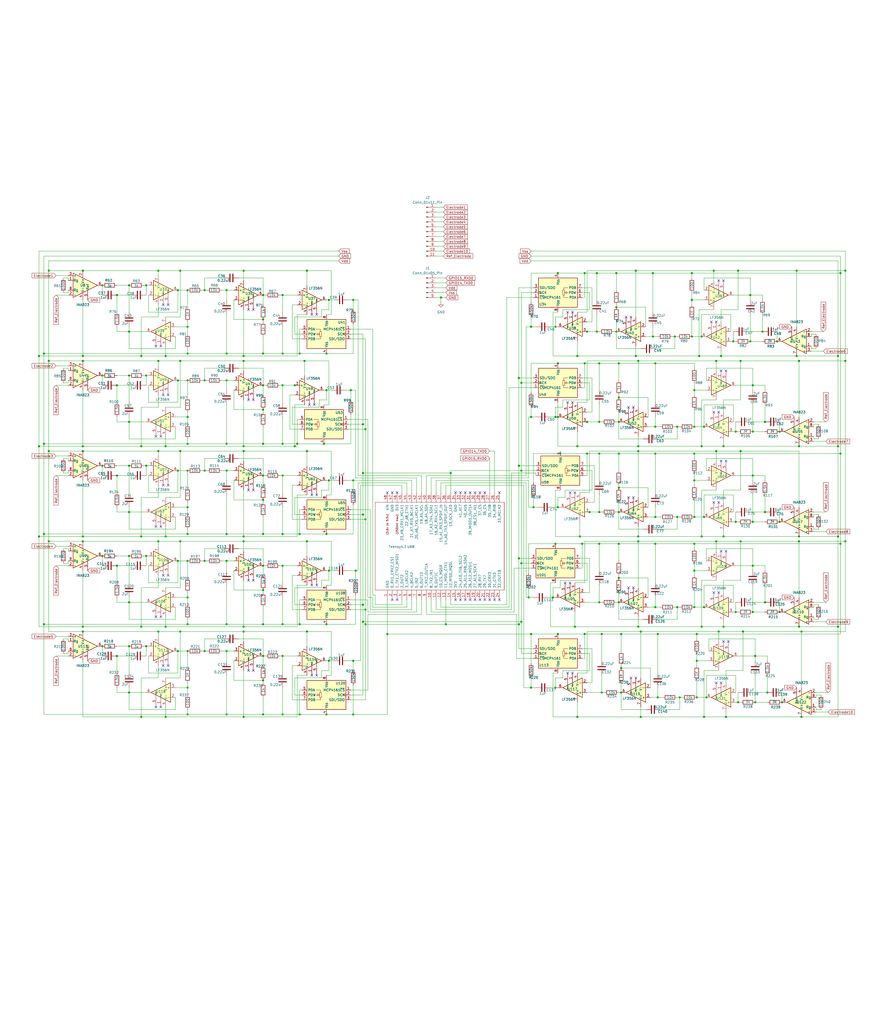
<source format=kicad_sch>
(kicad_sch (version 20231120) (generator "eeschema") (generator_version "8.0")
  (paper "User" 457.2 533.4)
  (junction (at 118.11 198.12))
  (junction (at 86.36 373.38))
  (junction (at 436.88 232.41))
  (junction (at 43.18 187.96))
  (junction (at 341.63 236.22))
  (junction (at 313.69 330.2))
  (junction (at 86.36 232.41))
  (junction (at 229.87 154.94))
  (junction (at 53.34 242.57))
  (junction (at 270.51 325.12))
  (junction (at 375.92 185.42))
  (junction (at 189.23 267.97))
  (junction (at 440.69 140.97))
  (junction (at 438.15 142.24))
  (junction (at 43.18 279.4))
  (junction (at 20.32 232.41))
  (junction (at 97.79 339.09))
  (junction (at 363.22 363.22))
  (junction (at 391.16 153.67))
  (junction (at 76.2 148.59))
  (junction (at 156.21 184.15))
  (junction (at 290.83 264.16))
  (junction (at 312.42 219.71))
  (junction (at 334.01 373.38))
  (junction (at 332.74 234.95))
  (junction (at 185.42 297.18))
  (junction (at 127 232.41))
  (junction (at 137.16 213.36))
  (junction (at 276.86 358.14))
  (junction (at 106.68 292.1))
  (junction (at 290.83 189.23))
  (junction (at 290.83 330.2))
  (junction (at 137.16 341.63))
  (junction (at 190.5 325.12))
  (junction (at 127 140.97))
  (junction (at 73.66 326.39))
  (junction (at 160.02 281.94))
  (junction (at 118.11 339.09))
  (junction (at 400.05 360.68))
  (junction (at 306.07 219.71))
  (junction (at 416.56 187.96))
  (junction (at 137.16 231.14))
  (junction (at 76.2 336.55))
  (junction (at 20.32 279.4))
  (junction (at 367.03 316.23))
  (junction (at 323.85 330.2))
  (junction (at 147.32 325.12))
  (junction (at 201.93 330.2))
  (junction (at 171.45 156.21))
  (junction (at 386.08 281.94))
  (junction (at 137.16 184.15))
  (junction (at 137.16 200.66))
  (junction (at 189.23 220.98))
  (junction (at 127 279.4))
  (junction (at 190.5 223.52))
  (junction (at 43.18 140.97))
  (junction (at 82.55 281.94))
  (junction (at 373.38 281.94))
  (junction (at 97.79 184.15))
  (junction (at 118.11 278.13))
  (junction (at 276.86 330.2))
  (junction (at 118.11 184.15))
  (junction (at 417.83 373.38))
  (junction (at 340.36 142.24))
  (junction (at 340.36 175.26))
  (junction (at 67.31 242.57))
  (junction (at 341.63 222.25))
  (junction (at 290.83 142.24))
  (junction (at 289.56 358.14))
  (junction (at 392.43 247.65))
  (junction (at 137.16 307.34))
  (junction (at 383.54 318.77))
  (junction (at 440.69 187.96))
  (junction (at 67.31 313.69))
  (junction (at 189.23 323.85))
  (junction (at 270.51 290.83))
  (junction (at 361.95 316.23))
  (junction (at 73.66 232.41))
  (junction (at 290.83 217.17))
  (junction (at 300.99 232.41))
  (junction (at 127 185.42))
  (junction (at 321.31 142.24))
  (junction (at 332.74 232.41))
  (junction (at 365.76 279.4))
  (junction (at 22.86 231.14))
  (junction (at 137.16 260.35))
  (junction (at 60.96 247.65))
  (junction (at 73.66 185.42))
  (junction (at 304.8 189.23))
  (junction (at 417.83 328.93))
  (junction (at 67.31 148.59))
  (junction (at 156.21 325.12))
  (junction (at 147.32 200.66))
  (junction (at 82.55 328.93))
  (junction (at 82.55 187.96))
  (junction (at 137.16 294.64))
  (junction (at 153.67 200.66))
  (junction (at 415.29 185.42))
  (junction (at 384.81 140.97))
  (junction (at 322.58 313.69))
  (junction (at 360.68 142.24))
  (junction (at 170.18 325.12))
  (junction (at 92.71 245.11))
  (junction (at 118.11 151.13))
  (junction (at 97.79 358.14))
  (junction (at 106.68 339.09))
  (junction (at 160.02 328.93))
  (junction (at 20.32 185.42))
  (junction (at 365.76 326.39))
  (junction (at 406.4 224.79))
  (junction (at 86.36 279.4))
  (junction (at 118.11 245.11))
  (junction (at 97.79 292.1))
  (junction (at 92.71 339.09))
  (junction (at 67.31 219.71))
  (junction (at 440.69 281.94))
  (junction (at 156.21 278.13))
  (junction (at 67.31 336.55))
  (junction (at 53.34 336.55))
  (junction (at 127 326.39))
  (junction (at 276.86 217.17))
  (junction (at 436.88 326.39))
  (junction (at 386.08 187.96))
  (junction (at 182.88 203.2))
  (junction (at 392.43 318.77))
  (junction (at 387.35 328.93))
  (junction (at 189.23 314.96))
  (junction (at 363.22 330.2))
  (junction (at 93.98 328.93))
  (junction (at 127 187.96))
  (junction (at 342.9 330.2))
  (junction (at 391.16 177.8))
  (junction (at 270.51 196.85))
  (junction (at 160.02 140.97))
  (junction (at 43.18 326.39))
  (junction (at 299.72 326.39))
  (junction (at 97.79 311.15))
  (junction (at 311.15 172.72))
  (junction (at 292.1 236.22))
  (junction (at 398.78 219.71))
  (junction (at 407.67 365.76))
  (junction (at 43.18 281.94))
  (junction (at 97.79 217.17))
  (junction (at 438.15 236.22))
  (junction (at 384.81 365.76))
  (junction (at 53.34 195.58))
  (junction (at 342.9 363.22))
  (junction (at 43.18 234.95))
  (junction (at 300.99 373.38))
  (junction (at 377.19 232.41))
  (junction (at 184.15 372.11))
  (junction (at 365.76 232.41))
  (junction (at 321.31 172.72))
  (junction (at 323.85 360.68))
  (junction (at 312.42 189.23))
  (junction (at 332.74 281.94))
  (junction (at 67.31 172.72))
  (junction (at 311.15 142.24))
  (junction (at 322.58 254))
  (junction (at 303.53 283.21))
  (junction (at 323.85 347.98))
  (junction (at 93.98 140.97))
  (junction (at 361.95 250.19))
  (junction (at 271.78 293.37))
  (junction (at 171.45 250.19))
  (junction (at 92.71 198.12))
  (junction (at 127 281.94))
  (junction (at 137.16 247.65))
  (junction (at 234.95 246.38))
  (junction (at 86.36 326.39))
  (junction (at 322.58 266.7))
  (junction (at 373.38 187.96))
  (junction (at 289.56 283.21))
  (junction (at 67.31 195.58))
  (junction (at 86.36 185.42))
  (junction (at 271.78 323.85))
  (junction (at 393.7 365.76))
  (junction (at 170.18 203.2))
  (junction (at 377.19 326.39))
  (junction (at 25.4 187.96))
  (junction (at 322.58 189.23))
  (junction (at 332.74 326.39))
  (junction (at 154.94 231.14))
  (junction (at 361.95 203.2))
  (junction (at 378.46 373.38))
  (junction (at 137.16 166.37))
  (junction (at 398.78 266.7))
  (junction (at 278.13 264.16))
  (junction (at 118.11 292.1))
  (junction (at 392.43 271.78))
  (junction (at 361.95 283.21))
  (junction (at 76.2 289.56))
  (junction (at 322.58 283.21))
  (junction (at 156.21 372.11))
  (junction (at 307.34 266.7))
  (junction (at 118.11 231.14))
  (junction (at 398.78 313.69))
  (junction (at 392.43 224.79))
  (junction (at 67.31 266.7))
  (junction (at 97.79 245.11))
  (junction (at 97.79 372.11))
  (junction (at 190.5 317.5))
  (junction (at 312.42 283.21))
  (junction (at 306.07 236.22))
  (junction (at 43.18 328.93))
  (junction (at 118.11 325.12))
  (junction (at 67.31 360.68))
  (junction (at 372.11 140.97))
  (junction (at 392.43 200.66))
  (junction (at 374.65 328.93))
  (junction (at 93.98 281.94))
  (junction (at 153.67 232.41))
  (junction (at 137.16 372.11))
  (junction (at 97.79 151.13))
  (junction (at 147.32 372.11))
  (junction (at 373.38 234.95))
  (junction (at 147.32 294.64))
  (junction (at 312.42 313.69))
  (junction (at 367.03 269.24))
  (junction (at 97.79 231.14))
  (junction (at 190.5 270.51))
  (junction (at 53.34 148.59))
  (junction (at 147.32 231.14))
  (junction (at 184.15 344.17))
  (junction (at 73.66 279.4))
  (junction (at 416.56 232.41))
  (junction (at 232.41 325.12))
  (junction (at 137.16 354.33))
  (junction (at 406.4 271.78))
  (junction (at 334.01 328.93))
  (junction (at 361.95 269.24))
  (junction (at 170.18 372.11))
  (junction (at 354.33 363.22))
  (junction (at 97.79 170.18))
  (junction (at 73.66 373.38))
  (junction (at 25.4 140.97))
  (junction (at 76.2 195.58))
  (junction (at 22.86 278.13))
  (junction (at 93.98 234.95))
  (junction (at 382.27 177.8))
  (junction (at 97.79 198.12))
  (junction (at 386.08 234.95))
  (junction (at 436.88 279.4))
  (junction (at 416.56 279.4))
  (junction (at 76.2 242.57))
  (junction (at 341.63 189.23))
  (junction (at 321.31 160.02))
  (junction (at 304.8 330.2))
  (junction (at 363.22 344.17))
  (junction (at 147.32 341.63))
  (junction (at 341.63 316.23))
  (junction (at 22.86 325.12))
  (junction (at 25.4 234.95))
  (junction (at 106.68 198.12))
  (junction (at 271.78 199.39))
  (junction (at 367.03 222.25))
  (junction (at 364.49 185.42))
  (junction (at 416.56 281.94))
  (junction (at 97.79 264.16))
  (junction (at 170.18 278.13))
  (junction (at 170.18 184.15))
  (junction (at 67.31 289.56))
  (junction (at 147.32 247.65))
  (junction (at 383.54 271.78))
  (junction (at 160.02 234.95))
  (junction (at 377.19 279.4))
  (junction (at 392.43 294.64))
  (junction (at 351.79 175.26))
  (junction (at 397.51 172.72))
  (junction (at 93.98 187.96))
  (junction (at 353.06 316.23))
  (junction (at 184.15 250.19))
  (junction (at 158.75 187.96))
  (junction (at 289.56 217.17))
  (junction (at 168.91 231.14))
  (junction (at 312.42 236.22))
  (junction (at 25.4 281.94))
  (junction (at 341.63 283.21))
  (junction (at 289.56 170.18))
  (junction (at 276.86 170.18))
  (junction (at 306.07 172.72))
  (junction (at 127 234.95))
  (junction (at 43.18 185.42))
  (junction (at 438.15 283.21))
  (junction (at 171.45 344.17))
  (junction (at 361.95 222.25))
  (junction (at 22.86 184.15))
  (junction (at 361.95 297.18))
  (junction (at 322.58 236.22))
  (junction (at 332.74 279.4))
  (junction (at 331.47 140.97))
  (junction (at 271.78 245.11))
  (junction (at 361.95 236.22))
  (junction (at 82.55 140.97))
  (junction (at 341.63 269.24))
  (junction (at 147.32 278.13))
  (junction (at 322.58 207.01))
  (junction (at 275.59 311.15))
  (junction (at 147.32 153.67))
  (junction (at 60.96 153.67))
  (junction (at 367.03 373.38))
  (junction (at 393.7 341.63))
  (junction (at 189.23 246.38))
  (junction (at 82.55 234.95))
  (junction (at 92.71 151.13))
  (junction (at 147.32 184.15))
  (junction (at 332.74 187.96))
  (junction (at 60.96 294.64))
  (junction (at 137.16 153.67))
  (junction (at 360.68 175.26))
  (junction (at 137.16 325.12))
  (junction (at 406.4 318.77))
  (junction (at 331.47 185.42))
  (junction (at 368.3 363.22))
  (junction (at 43.18 232.41))
  (junction (at 288.29 311.15))
  (junction (at 60.96 341.63))
  (junction (at 106.68 245.11))
  (junction (at 416.56 326.39))
  (junction (at 184.15 156.21))
  (junction (at 92.71 292.1))
  (junction (at 313.69 360.68))
  (junction (at 415.29 140.97))
  (junction (at 118.11 372.11))
  (junction (at 53.34 289.56))
  (junction (at 322.58 300.99))
  (junction (at 127 373.38))
  (junction (at 270.51 242.57))
  (junction (at 171.45 297.18))
  (junction (at 127 328.93))
  (junction (at 97.79 278.13))
  (junction (at 436.88 185.42))
  (junction (at 365.76 175.26))
  (junction (at 137.16 278.13))
  (junction (at 304.8 142.24))
  (junction (at 383.54 224.79))
  (junction (at 322.58 219.71))
  (junction (at 353.06 222.25))
  (junction (at 360.68 156.21))
  (junction (at 353.06 269.24))
  (junction (at 405.13 177.8))
  (junction (at 302.26 279.4))
  (junction (at 312.42 266.7))
  (junction (at 60.96 200.66))
  (junction (at 106.68 151.13))
  (junction (at 300.99 185.42))
  (junction (at 97.79 325.12))
  (no_connect (at 327.66 212.09))
  (no_connect (at 85.09 346.71))
  (no_connect (at 297.18 303.53))
  (no_connect (at 83.82 274.32))
  (no_connect (at 327.66 259.08))
  (no_connect (at 132.08 161.29))
  (no_connect (at 85.09 158.75))
  (no_connect (at 81.28 227.33))
  (no_connect (at 298.45 162.56))
  (no_connect (at 377.19 146.05))
  (no_connect (at 374.65 214.63))
  (no_connect (at 240.03 256.54))
  (no_connect (at 165.1 163.83))
  (no_connect (at 162.56 257.81))
  (no_connect (at 252.73 312.42))
  (no_connect (at 378.46 287.02))
  (no_connect (at 250.19 256.54))
  (no_connect (at 85.09 252.73))
  (no_connect (at 132.08 302.26))
  (no_connect (at 374.65 146.05))
  (no_connect (at 132.08 349.25))
  (no_connect (at 201.93 256.54))
  (no_connect (at 374.65 261.62))
  (no_connect (at 87.63 205.74))
  (no_connect (at 204.47 256.54))
  (no_connect (at 328.93 353.06))
  (no_connect (at 245.11 312.42))
  (no_connect (at 260.35 312.42))
  (no_connect (at 242.57 312.42))
  (no_connect (at 299.72 256.54))
  (no_connect (at 129.54 208.28))
  (no_connect (at 204.47 312.42))
  (no_connect (at 373.38 355.6))
  (no_connect (at 81.28 180.34))
  (no_connect (at 298.45 350.52))
  (no_connect (at 81.28 321.31))
  (no_connect (at 87.63 346.71))
  (no_connect (at 162.56 304.8))
  (no_connect (at 375.92 193.04))
  (no_connect (at 81.28 368.3))
  (no_connect (at 372.11 308.61))
  (no_connect (at 255.27 312.42))
  (no_connect (at 237.49 312.42))
  (no_connect (at 161.29 210.82))
  (no_connect (at 328.93 165.1))
  (no_connect (at 379.73 334.01))
  (no_connect (at 378.46 240.03))
  (no_connect (at 83.82 227.33))
  (no_connect (at 240.03 312.42))
  (no_connect (at 372.11 261.62))
  (no_connect (at 247.65 312.42))
  (no_connect (at 129.54 349.25))
  (no_connect (at 331.47 353.06))
  (no_connect (at 237.49 256.54))
  (no_connect (at 375.92 240.03))
  (no_connect (at 330.2 212.09))
  (no_connect (at 85.09 299.72))
  (no_connect (at 85.09 205.74))
  (no_connect (at 129.54 302.26))
  (no_connect (at 163.83 210.82))
  (no_connect (at 165.1 304.8))
  (no_connect (at 162.56 351.79))
  (no_connect (at 375.92 355.6))
  (no_connect (at 295.91 350.52))
  (no_connect (at 250.19 312.42))
  (no_connect (at 247.65 256.54))
  (no_connect (at 297.18 256.54))
  (no_connect (at 295.91 162.56))
  (no_connect (at 257.81 312.42))
  (no_connect (at 83.82 180.34))
  (no_connect (at 373.38 167.64))
  (no_connect (at 378.46 193.04))
  (no_connect (at 298.45 209.55))
  (no_connect (at 165.1 257.81))
  (no_connect (at 83.82 368.3))
  (no_connect (at 132.08 208.28))
  (no_connect (at 129.54 161.29))
  (no_connect (at 375.92 287.02))
  (no_connect (at 327.66 306.07))
  (no_connect (at 374.65 308.61))
  (no_connect (at 377.19 334.01))
  (no_connect (at 242.57 256.54))
  (no_connect (at 207.01 256.54))
  (no_connect (at 370.84 167.64))
  (no_connect (at 83.82 321.31))
  (no_connect (at 87.63 299.72))
  (no_connect (at 87.63 158.75))
  (no_connect (at 260.35 256.54))
  (no_connect (at 245.11 256.54))
  (no_connect (at 132.08 255.27))
  (no_connect (at 294.64 303.53))
  (no_connect (at 252.73 256.54))
  (no_connect (at 295.91 209.55))
  (no_connect (at 207.01 312.42))
  (no_connect (at 129.54 255.27))
  (no_connect (at 326.39 165.1))
  (no_connect (at 81.28 274.32))
  (no_connect (at 330.2 306.07))
  (no_connect (at 87.63 252.73))
  (no_connect (at 330.2 259.08))
  (no_connect (at 162.56 163.83))
  (no_connect (at 372.11 214.63))
  (no_connect (at 165.1 351.79))
  (wire (pts (xy 147.32 153.67) (xy 146.05 153.67)))
  (wire (pts (xy 189.23 323.85) (xy 271.78 323.85)))
  (wire (pts (xy 354.33 363.22) (xy 353.06 363.22)))
  (wire (pts (xy 121.92 260.35) (xy 137.16 260.35)))
  (wire (pts (xy 121.92 297.18) (xy 121.92 307.34)))
  (wire (pts (xy 118.11 278.13) (xy 137.16 278.13)))
  (wire (pts (xy 392.43 271.78) (xy 392.43 257.81)))
  (wire (pts (xy 209.55 252.73) (xy 209.55 256.54)))
  (wire (pts (xy 67.31 242.57) (xy 67.31 256.54)))
  (wire (pts (xy 405.13 177.8) (xy 405.13 172.72)))
  (wire (pts (xy 118.11 151.13) (xy 121.92 151.13)))
  (wire (pts (xy 97.79 214.63) (xy 97.79 217.17)))
  (wire (pts (xy 288.29 162.56) (xy 288.29 185.42)))
  (wire (pts (xy 182.88 203.2) (xy 185.42 203.2)))
  (wire (pts (xy 77.47 256.54) (xy 92.71 256.54)))
  (wire (pts (xy 440.69 130.81) (xy 440.69 140.97)))
  (wire (pts (xy 377.19 232.41) (xy 377.19 229.87)))
  (wire (pts (xy 279.4 246.38) (xy 266.7 246.38)))
  (wire (pts (xy 67.31 266.7) (xy 76.2 266.7)))
  (wire (pts (xy 344.17 269.24) (xy 341.63 269.24)))
  (wire (pts (xy 374.65 349.25) (xy 367.03 349.25)))
  (wire (pts (xy 160.02 351.79) (xy 154.94 351.79)))
  (wire (pts (xy 190.5 325.12) (xy 190.5 364.49)))
  (wire (pts (xy 92.71 198.12) (xy 92.71 209.55)))
  (wire (pts (xy 416.56 279.4) (xy 436.88 279.4)))
  (wire (pts (xy 382.27 177.8) (xy 381 177.8)))
  (wire (pts (xy 312.42 266.7) (xy 307.34 266.7)))
  (wire (pts (xy 214.63 312.42) (xy 214.63 317.5)))
  (wire (pts (xy 355.6 363.22) (xy 354.33 363.22)))
  (wire (pts (xy 398.78 271.78) (xy 392.43 271.78)))
  (wire (pts (xy 287.02 303.53) (xy 287.02 326.39)))
  (wire (pts (xy 33.02 246.38) (xy 35.56 246.38)))
  (wire (pts (xy 438.15 236.22) (xy 438.15 142.24)))
  (wire (pts (xy 335.28 275.59) (xy 322.58 275.59)))
  (wire (pts (xy 255.27 234.95) (xy 257.81 234.95)))
  (wire (pts (xy 229.87 154.94) (xy 229.87 157.48)))
  (wire (pts (xy 60.96 266.7) (xy 60.96 264.16)))
  (wire (pts (xy 278.13 264.16) (xy 280.67 264.16)))
  (wire (pts (xy 82.55 353.06) (xy 73.66 353.06)))
  (wire (pts (xy 67.31 219.71) (xy 67.31 217.17)))
  (wire (pts (xy 322.58 275.59) (xy 322.58 266.7)))
  (wire (pts (xy 430.53 266.7) (xy 424.18 266.7)))
  (wire (pts (xy 147.32 231.14) (xy 154.94 231.14)))
  (wire (pts (xy 154.94 185.42) (xy 127 185.42)))
  (wire (pts (xy 306.07 293.37) (xy 306.07 302.26)))
  (wire (pts (xy 137.16 294.64) (xy 137.16 299.72)))
  (wire (pts (xy 304.8 201.93) (xy 304.8 189.23)))
  (wire (pts (xy 332.74 232.41) (xy 365.76 232.41)))
  (wire (pts (xy 137.16 325.12) (xy 147.32 325.12)))
  (wire (pts (xy 426.72 322.58) (xy 424.18 322.58)))
  (wire (pts (xy 97.79 308.61) (xy 97.79 311.15)))
  (wire (pts (xy 361.95 307.34) (xy 361.95 316.23)))
  (wire (pts (xy 368.3 238.76) (xy 392.43 238.76)))
  (wire (pts (xy 86.36 353.06) (xy 93.98 353.06)))
  (wire (pts (xy 154.94 279.4) (xy 127 279.4)))
  (wire (pts (xy 82.55 187.96) (xy 82.55 190.5)))
  (wire (pts (xy 365.76 175.26) (xy 365.76 163.83)))
  (wire (pts (xy 97.79 261.62) (xy 97.79 264.16)))
  (wire (pts (xy 231.14 113.03) (xy 227.33 113.03)))
  (wire (pts (xy 308.61 167.64) (xy 306.07 167.64)))
  (wire (pts (xy 392.43 200.66) (xy 383.54 200.66)))
  (wire (pts (xy 300.99 185.42) (xy 300.99 177.8)))
  (wire (pts (xy 195.58 309.88) (xy 195.58 314.96)))
  (wire (pts (xy 341.63 316.23) (xy 341.63 311.15)))
  (wire (pts (xy 312.42 266.7) (xy 312.42 257.81)))
  (wire (pts (xy 227.33 256.54) (xy 227.33 250.19)))
  (wire (pts (xy 170.18 208.28) (xy 170.18 203.2)))
  (wire (pts (xy 383.54 318.77) (xy 383.54 313.69)))
  (wire (pts (xy 368.3 292.1) (xy 368.3 285.75)))
  (wire (pts (xy 276.86 217.17) (xy 275.59 217.17)))
  (wire (pts (xy 275.59 311.15) (xy 275.59 306.07)))
  (wire (pts (xy 290.83 264.16) (xy 292.1 264.16)))
  (wire (pts (xy 25.4 234.95) (xy 25.4 281.94)))
  (wire (pts (xy 290.83 232.41) (xy 300.99 232.41)))
  (wire (pts (xy 431.8 360.68) (xy 425.45 360.68)))
  (wire (pts (xy 264.16 154.94) (xy 264.16 314.96)))
  (wire (pts (xy 73.66 279.4) (xy 43.18 279.4)))
  (wire (pts (xy 97.79 278.13) (xy 118.11 278.13)))
  (wire (pts (xy 67.31 219.71) (xy 67.31 228.6)))
  (wire (pts (xy 361.95 297.18) (xy 361.95 293.37)))
  (wire (pts (xy 440.69 187.96) (xy 416.56 187.96)))
  (wire (pts (xy 377.19 279.4) (xy 377.19 276.86)))
  (wire (pts (xy 227.33 149.86) (xy 232.41 149.86)))
  (wire (pts (xy 147.32 341.63) (xy 154.94 341.63)))
  (wire (pts (xy 190.5 317.5) (xy 190.5 325.12)))
  (wire (pts (xy 191.77 311.15) (xy 191.77 218.44)))
  (wire (pts (xy 416.56 187.96) (xy 416.56 217.17)))
  (wire (pts (xy 92.71 198.12) (xy 97.79 198.12)))
  (wire (pts (xy 156.21 372.11) (xy 170.18 372.11)))
  (wire (pts (xy 424.18 323.85) (xy 430.53 323.85)))
  (wire (pts (xy 382.27 210.82) (xy 367.03 210.82)))
  (wire (pts (xy 312.42 236.22) (xy 306.07 236.22)))
  (wire (pts (xy 384.81 140.97) (xy 415.29 140.97)))
  (wire (pts (xy 91.44 175.26) (xy 91.44 181.61)))
  (wire (pts (xy 97.79 311.15) (xy 97.79 314.96)))
  (wire (pts (xy 82.55 259.08) (xy 73.66 259.08)))
  (wire (pts (xy 307.34 161.29) (xy 293.37 161.29)))
  (wire (pts (xy 73.66 165.1) (xy 73.66 185.42)))
  (wire (pts (xy 137.16 278.13) (xy 137.16 269.24)))
  (wire (pts (xy 397.51 153.67) (xy 397.51 156.21)))
  (wire (pts (xy 313.69 360.68) (xy 306.07 360.68)))
  (wire (pts (xy 424.18 322.58) (xy 424.18 321.31)))
  (wire (pts (xy 43.18 326.39) (xy 43.18 297.18)))
  (wire (pts (xy 342.9 175.26) (xy 340.36 175.26)))
  (wire (pts (xy 118.11 163.83) (xy 118.11 184.15)))
  (wire (pts (xy 257.81 234.95) (xy 257.81 256.54)))
  (wire (pts (xy 340.36 175.26) (xy 340.36 170.18)))
  (wire (pts (xy 334.01 353.06) (xy 334.01 328.93)))
  (wire (pts (xy 190.5 223.52) (xy 181.61 223.52)))
  (wire (pts (xy 29.21 294.64) (xy 35.56 294.64)))
  (wire (pts (xy 22.86 325.12) (xy 97.79 325.12)))
  (wire (pts (xy 217.17 248.92) (xy 217.17 256.54)))
  (wire (pts (xy 341.63 256.54) (xy 341.63 236.22)))
  (wire (pts (xy 158.75 187.96) (xy 171.45 187.96)))
  (wire (pts (xy 425.45 173.99) (xy 422.91 173.99)))
  (wire (pts (xy 93.98 234.95) (xy 82.55 234.95)))
  (wire (pts (xy 137.16 278.13) (xy 147.32 278.13)))
  (wire (pts (xy 157.48 361.95) (xy 153.67 361.95)))
  (wire (pts (xy 332.74 212.09) (xy 332.74 187.96)))
  (wire (pts (xy 289.56 170.18) (xy 290.83 170.18)))
  (wire (pts (xy 76.2 195.58) (xy 77.47 195.58)))
  (wire (pts (xy 392.43 247.65) (xy 392.43 250.19)))
  (wire (pts (xy 67.31 289.56) (xy 67.31 303.53)))
  (wire (pts (xy 336.55 170.18) (xy 336.55 160.02)))
  (wire (pts (xy 137.16 307.34) (xy 137.16 308.61)))
  (wire (pts (xy 172.72 203.2) (xy 170.18 203.2)))
  (wire (pts (xy 353.06 222.25) (xy 351.79 222.25)))
  (wire (pts (xy 290.83 217.17) (xy 290.83 232.41)))
  (wire (pts (xy 147.32 341.63) (xy 147.32 350.52)))
  (wire (pts (xy 43.18 185.42) (xy 20.32 185.42)))
  (wire (pts (xy 172.72 257.81) (xy 170.18 257.81)))
  (wire (pts (xy 29.21 200.66) (xy 35.56 200.66)))
  (wire (pts (xy 276.86 330.2) (xy 290.83 330.2)))
  (wire (pts (xy 383.54 177.8) (xy 382.27 177.8)))
  (wire (pts (xy 361.95 203.2) (xy 361.95 199.39)))
  (wire (pts (xy 154.94 231.14) (xy 168.91 231.14)))
  (wire (pts (xy 217.17 248.92) (xy 185.42 248.92)))
  (wire (pts (xy 29.21 153.67) (xy 35.56 153.67)))
  (wire (pts (xy 360.68 142.24) (xy 438.15 142.24)))
  (wire (pts (xy 20.32 232.41) (xy 43.18 232.41)))
  (wire (pts (xy 194.31 311.15) (xy 191.77 311.15)))
  (wire (pts (xy 43.18 281.94) (xy 82.55 281.94)))
  (wire (pts (xy 35.56 332.74) (xy 35.56 334.01)))
  (wire (pts (xy 67.31 172.72) (xy 76.2 172.72)))
  (wire (pts (xy 105.41 151.13) (xy 106.68 151.13)))
  (wire (pts (xy 127 281.94) (xy 93.98 281.94)))
  (wire (pts (xy 86.36 274.32) (xy 86.36 279.4)))
  (wire (pts (xy 398.78 200.66) (xy 392.43 200.66)))
  (wire (pts (xy 341.63 283.21) (xy 322.58 283.21)))
  (wire (pts (xy 341.63 209.55) (xy 341.63 189.23)))
  (wire (pts (xy 74.93 195.58) (xy 76.2 195.58)))
  (wire (pts (xy 384.81 161.29) (xy 384.81 140.97)))
  (wire (pts (xy 73.66 306.07) (xy 73.66 326.39)))
  (wire (pts (xy 22.86 133.35) (xy 176.53 133.35)))
  (wire (pts (xy 160.02 234.95) (xy 127 234.95)))
  (wire (pts (xy 392.43 200.66) (xy 392.43 191.77)))
  (wire (pts (xy 184.15 156.21) (xy 184.15 161.29)))
  (wire (pts (xy 118.11 339.09) (xy 118.11 344.17)))
  (wire (pts (xy 306.07 236.22) (xy 292.1 236.22)))
  (wire (pts (xy 137.16 231.14) (xy 147.32 231.14)))
  (wire (pts (xy 137.16 153.67) (xy 137.16 158.75)))
  (wire (pts (xy 360.68 144.78) (xy 360.68 142.24)))
  (wire (pts (xy 156.21 325.12) (xy 170.18 325.12)))
  (wire (pts (xy 22.86 278.13) (xy 97.79 278.13)))
  (wire (pts (xy 332.74 227.33) (xy 332.74 232.41)))
  (wire (pts (xy 167.64 349.25) (xy 171.45 349.25)))
  (wire (pts (xy 35.56 152.4) (xy 35.56 151.13)))
  (wire (pts (xy 53.34 242.57) (xy 53.34 247.65)))
  (wire (pts (xy 289.56 165.1) (xy 289.56 170.18)))
  (wire (pts (xy 386.08 255.27) (xy 386.08 234.95)))
  (wire (pts (xy 22.86 231.14) (xy 22.86 278.13)))
  (wire (pts (xy 171.45 344.17) (xy 170.18 344.17)))
  (wire (pts (xy 294.64 259.08) (xy 290.83 259.08)))
  (wire (pts (xy 332.74 321.31) (xy 332.74 326.39)))
  (wire (pts (xy 152.4 176.53) (xy 157.48 176.53)))
  (wire (pts (xy 156.21 312.42) (xy 156.21 325.12)))
  (wire (pts (xy 363.22 346.71) (xy 363.22 344.17)))
  (wire (pts (xy 29.21 190.5) (xy 35.56 190.5)))
  (wire (pts (xy 82.55 165.1) (xy 82.55 158.75)))
  (wire (pts (xy 77.47 153.67) (xy 77.47 162.56)))
  (wire (pts (xy 227.33 312.42) (xy 227.33 317.5)))
  (wire (pts (xy 82.55 212.09) (xy 73.66 212.09)))
  (wire (pts (xy 212.09 316.23) (xy 194.31 316.23)))
  (wire (pts (xy 147.32 184.15) (xy 156.21 184.15)))
  (wire (pts (xy 93.98 328.93) (xy 82.55 328.93)))
  (wire (pts (xy 67.31 360.68) (xy 76.2 360.68)))
  (wire (pts (xy 172.72 351.79) (xy 170.18 351.79)))
  (wire (pts (xy 424.18 314.96) (xy 424.18 316.23)))
  (wire (pts (xy 279.4 242.57) (xy 270.51 242.57)))
  (wire (pts (xy 287.02 326.39) (xy 299.72 326.39)))
  (wire (pts (xy 232.41 256.54) (xy 232.41 252.73)))
  (wire (pts (xy 392.43 247.65) (xy 383.54 247.65)))
  (wire (pts (xy 121.92 344.17) (xy 121.92 354.33)))
  (wire (pts (xy 151.13 205.74) (xy 153.67 205.74)))
  (wire (pts (xy 364.49 185.42) (xy 375.92 185.42)))
  (wire (pts (xy 363.22 332.74) (xy 363.22 330.2)))
  (wire (pts (xy 307.34 349.25) (xy 293.37 349.25)))
  (wire (pts (xy 299.72 303.53) (xy 304.8 303.53)))
  (wire (pts (xy 157.48 173.99) (xy 153.67 173.99)))
  (wire (pts (xy 167.64 259.08) (xy 167.64 255.27)))
  (wire (pts (xy 322.58 300.99) (xy 322.58 299.72)))
  (wire (pts (xy 287.02 217.17) (xy 289.56 217.17)))
  (wire (pts (xy 429.26 182.88) (xy 422.91 182.88)))
  (wire (pts (xy 304.8 247.65) (xy 306.07 247.65)))
  (wire (pts (xy 391.16 177.8) (xy 391.16 163.83)))
  (wire (pts (xy 77.47 200.66) (xy 77.47 209.55)))
  (wire (pts (xy 160.02 163.83) (xy 154.94 163.83)))
  (wire (pts (xy 373.38 240.03) (xy 373.38 234.95)))
  (wire (pts (xy 275.59 311.15) (xy 274.32 311.15)))
  (wire (pts (xy 35.56 144.78) (xy 35.56 146.05)))
  (wire (pts (xy 287.02 303.53) (xy 289.56 303.53)))
  (wire (pts (xy 312.42 219.71) (xy 313.69 219.71)))
  (wire (pts (xy 97.79 181.61) (xy 97.79 184.15)))
  (wire (pts (xy 152.4 317.5) (xy 152.4 299.72)))
  (wire (pts (xy 97.79 228.6) (xy 97.79 231.14)))
  (wire (pts (xy 342.9 363.22) (xy 339.09 363.22)))
  (wire (pts (xy 398.78 313.69) (xy 398.78 304.8)))
  (wire (pts (xy 127 349.25) (xy 127 373.38)))
  (wire (pts (xy 182.88 359.41) (xy 191.77 359.41)))
  (wire (pts (xy 35.56 238.76) (xy 35.56 240.03)))
  (wire (pts (xy 279.4 245.11) (xy 271.78 245.11)))
  (wire (pts (xy 373.38 208.28) (xy 365.76 208.28)))
  (wire (pts (xy 299.72 326.39) (xy 332.74 326.39)))
  (wire (pts (xy 167.64 161.29) (xy 171.45 161.29)))
  (wire (pts (xy 191.77 312.42) (xy 191.77 318.77)))
  (wire (pts (xy 153.67 314.96) (xy 153.67 306.07)))
  (wire (pts (xy 160.02 328.93) (xy 160.02 336.55)))
  (wire (pts (xy 425.45 361.95) (xy 425.45 363.22)))
  (wire (pts (xy 393.7 341.63) (xy 384.81 341.63)))
  (wire (pts (xy 152.4 252.73) (xy 154.94 252.73)))
  (wire (pts (xy 33.02 238.76) (xy 35.56 238.76)))
  (wire (pts (xy 181.61 344.17) (xy 184.15 344.17)))
  (wire (pts (xy 76.2 289.56) (xy 77.47 289.56)))
  (wire (pts (xy 276.86 189.23) (xy 290.83 189.23)))
  (wire (pts (xy 152.4 270.51) (xy 157.48 270.51)))
  (wire (pts (xy 86.36 212.09) (xy 93.98 212.09)))
  (wire (pts (xy 255.27 238.76) (xy 255.27 256.54)))
  (wire (pts (xy 106.68 191.77) (xy 106.68 198.12)))
  (wire (pts (xy 304.8 245.11) (xy 308.61 245.11)))
  (wire (pts (xy 190.5 176.53) (xy 190.5 223.52)))
  (wire (pts (xy 186.69 247.65) (xy 219.71 247.65)))
  (wire (pts (xy 91.44 311.15) (xy 97.79 311.15)))
  (wire (pts (xy 278.13 264.16) (xy 275.59 264.16)))
  (wire (pts (xy 311.15 142.24) (xy 304.8 142.24)))
  (wire (pts (xy 229.87 312.42) (xy 229.87 316.23)))
  (wire (pts (xy 342.9 350.52) (xy 342.9 330.2)))
  (wire (pts (xy 323.85 360.68) (xy 323.85 355.6)))
  (wire (pts (xy 339.09 358.14) (xy 339.09 347.98)))
  (wire (pts (xy 415.29 185.42) (xy 436.88 185.42)))
  (wire (pts (xy 25.4 140.97) (xy 25.4 187.96)))
  (wire (pts (xy 386.08 281.94) (xy 416.56 281.94)))
  (wire (pts (xy 153.67 361.95) (xy 153.67 353.06)))
  (wire (pts (xy 121.92 166.37) (xy 137.16 166.37)))
  (wire (pts (xy 276.86 290.83) (xy 270.51 290.83)))
  (wire (pts (xy 368.3 245.11) (xy 368.3 238.76)))
  (wire (pts (xy 398.78 247.65) (xy 398.78 250.19)))
  (wire (pts (xy 344.17 222.25) (xy 341.63 222.25)))
  (wire (pts (xy 231.14 120.65) (xy 227.33 120.65)))
  (wire (pts (xy 415.29 140.97) (xy 440.69 140.97)))
  (wire (pts (xy 172.72 328.93) (xy 160.02 328.93)))
  (wire (pts (xy 321.31 172.72) (xy 321.31 167.64)))
  (wire (pts (xy 33.02 191.77) (xy 35.56 191.77)))
  (wire (pts (xy 367.03 269.24) (xy 367.03 257.81)))
  (wire (pts (xy 157.48 314.96) (xy 153.67 314.96)))
  (wire (pts (xy 115.57 198.12) (xy 118.11 198.12)))
  (wire (pts (xy 308.61 149.86) (xy 308.61 167.64)))
  (wire (pts (xy 86.36 321.31) (xy 86.36 326.39)))
  (wire (pts (xy 137.16 144.78) (xy 137.16 153.67)))
  (wire (pts (xy 35.56 191.77) (xy 35.56 193.04)))
  (wire (pts (xy 377.19 279.4) (xy 416.56 279.4)))
  (wire (pts (xy 182.88 270.51) (xy 190.5 270.51)))
  (wire (pts (xy 387.35 349.25) (xy 387.35 328.93)))
  (wire (pts (xy 97.79 322.58) (xy 97.79 325.12)))
  (wire (pts (xy 33.02 332.74) (xy 35.56 332.74)))
  (wire (pts (xy 306.07 187.96) (xy 332.74 187.96)))
  (wire (pts (xy 182.88 203.2) (xy 182.88 208.28)))
  (wire (pts (xy 106.68 245.11) (xy 107.95 245.11)))
  (wire (pts (xy 73.66 212.09) (xy 73.66 232.41)))
  (wire (pts (xy 20.32 279.4) (xy 20.32 326.39)))
  (wire (pts (xy 278.13 251.46) (xy 278.13 236.22)))
  (wire (pts (xy 191.77 320.04) (xy 219.71 320.04)))
  (wire (pts (xy 312.42 266.7) (xy 313.69 266.7)))
  (wire (pts (xy 33.02 340.36) (xy 35.56 340.36)))
  (wire (pts (xy 170.18 184.15) (xy 184.15 184.15)))
  (wire (pts (xy 115.57 245.11) (xy 118.11 245.11)))
  (wire (pts (xy 82.55 281.94) (xy 82.55 284.48)))
  (wire (pts (xy 293.37 208.28) (xy 293.37 212.09)))
  (wire (pts (xy 67.31 219.71) (xy 76.2 219.71)))
  (wire (pts (xy 365.76 302.26) (xy 365.76 326.39)))
  (wire (pts (xy 392.43 294.64) (xy 392.43 285.75)))
  (wire (pts (xy 137.16 213.36) (xy 137.16 214.63)))
  (wire (pts (xy 172.72 234.95) (xy 172.72 257.81)))
  (wire (pts (xy 154.94 218.44) (xy 154.94 231.14)))
  (wire (pts (xy 115.57 151.13) (xy 118.11 151.13)))
  (wire (pts (xy 29.21 247.65) (xy 35.56 247.65)))
  (wire (pts (xy 184.15 156.21) (xy 186.69 156.21)))
  (wire (pts (xy 181.61 156.21) (xy 184.15 156.21)))
  (wire (pts (xy 118.11 184.15) (xy 137.16 184.15)))
  (wire (pts (xy 384.81 365.76) (xy 383.54 365.76)))
  (wire (pts (xy 340.36 142.24) (xy 321.31 142.24)))
  (wire (pts (xy 152.4 346.71) (xy 154.94 346.71)))
  (wire (pts (xy 147.32 200.66) (xy 153.67 200.66)))
  (wire (pts (xy 387.35 328.93) (xy 417.83 328.93)))
  (wire (pts (xy 270.51 325.12) (xy 270.51 337.82)))
  (wire (pts (xy 77.47 294.64) (xy 77.47 303.53)))
  (wire (pts (xy 172.72 140.97) (xy 172.72 163.83)))
  (wire (pts (xy 147.32 153.67) (xy 147.32 162.56)))
  (wire (pts (xy 53.34 195.58) (xy 53.34 200.66)))
  (wire (pts (xy 147.32 325.12) (xy 156.21 325.12)))
  (wire (pts (xy 157.48 359.41) (xy 156.21 359.41)))
  (wire (pts (xy 118.11 198.12) (xy 121.92 198.12)))
  (wire (pts (xy 430.53 276.86) (xy 424.18 276.86)))
  (wire (pts (xy 321.31 160.02) (xy 321.31 158.75)))
  (wire (pts (xy 82.55 212.09) (xy 82.55 205.74)))
  (wire (pts (xy 289.56 353.06) (xy 289.56 358.14)))
  (wire (pts (xy 219.71 312.42) (xy 219.71 320.04)))
  (wire (pts (xy 25.4 281.94) (xy 43.18 281.94)))
  (wire (pts (xy 393.7 365.76) (xy 393.7 351.79)))
  (wire (pts (xy 266.7 246.38) (xy 266.7 317.5)))
  (wire (pts (xy 271.78 323.85) (xy 271.78 293.37)))
  (wire (pts (xy 383.54 271.78) (xy 383.54 266.7)))
  (wire (pts (xy 67.31 360.68) (xy 67.31 369.57)))
  (wire (pts (xy 307.34 266.7) (xy 304.8 266.7)))
  (wire (pts (xy 279.4 217.17) (xy 276.86 217.17)))
  (wire (pts (xy 337.82 311.15) (xy 337.82 300.99)))
  (wire (pts (xy 74.93 242.57) (xy 76.2 242.57)))
  (wire (pts (xy 308.61 245.11) (xy 308.61 255.27)))
  (wire (pts (xy 398.78 318.77) (xy 392.43 318.77)))
  (wire (pts (xy 331.47 180.34) (xy 331.47 185.42)))
  (wire (pts (xy 292.1 306.07) (xy 288.29 306.07)))
  (wire (pts (xy 209.55 314.96) (xy 195.58 314.96)))
  (wire (pts (xy 361.95 189.23) (xy 341.63 189.23)))
  (wire (pts (xy 334.01 373.38) (xy 367.03 373.38)))
  (wire (pts (xy 289.56 217.17) (xy 290.83 217.17)))
  (wire (pts (xy 278.13 340.36) (xy 271.78 340.36)))
  (wire (pts (xy 73.66 259.08) (xy 73.66 279.4)))
  (wire (pts (xy 372.11 140.97) (xy 384.81 140.97)))
  (wire (pts (xy 417.83 328.93) (xy 417.83 358.14)))
  (wire (pts (xy 424.18 228.6) (xy 424.18 227.33)))
  (wire (pts (xy 311.15 172.72) (xy 311.15 163.83)))
  (wire (pts (xy 288.29 185.42) (xy 300.99 185.42)))
  (wire (pts (xy 97.79 369.57) (xy 97.79 372.11)))
  (wire (pts (xy 397.51 153.67) (xy 391.16 153.67)))
  (wire (pts (xy 391.16 153.67) (xy 391.16 156.21)))
  (wire (pts (xy 425.45 369.57) (xy 425.45 368.3)))
  (wire (pts (xy 383.54 224.79) (xy 382.27 224.79)))
  (wire (pts (xy 372.11 161.29) (xy 364.49 161.29)))
  (wire (pts (xy 127 161.29) (xy 127 185.42)))
  (wire (pts (xy 374.65 334.01) (xy 374.65 328.93)))
  (wire (pts (xy 337.82 264.16) (xy 337.82 254)))
  (wire (pts (xy 302.26 279.4) (xy 332.74 279.4)))
  (wire (pts (xy 344.17 369.57) (xy 354.33 369.57)))
  (wire (pts (xy 73.66 373.38) (xy 43.18 373.38)))
  (wire (pts (xy 20.32 326.39) (xy 43.18 326.39)))
  (wire (pts (xy 147.32 247.65) (xy 147.32 256.54)))
  (wire (pts (xy 312.42 250.19) (xy 312.42 236.22)))
  (wire (pts (xy 33.02 293.37) (xy 35.56 293.37)))
  (wire (pts (xy 440.69 140.97) (xy 440.69 187.96)))
  (wire (pts (xy 97.79 355.6) (xy 97.79 358.14)))
  (wire (pts (xy 86.36 185.42) (xy 73.66 185.42)))
  (wire (pts (xy 294.64 255.27) (xy 294.64 259.08)))
  (wire (pts (xy 25.4 135.89) (xy 176.53 135.89)))
  (wire (pts (xy 91.44 358.14) (xy 97.79 358.14)))
  (wire (pts (xy 171.45 255.27) (xy 171.45 250.19)))
  (wire (pts (xy 288.29 162.56) (xy 290.83 162.56)))
  (wire (pts (xy 341.63 269.24) (xy 341.63 264.16)))
  (wire (pts (xy 306.07 162.56) (xy 306.07 140.97)))
  (wire (pts (xy 342.9 363.22) (xy 342.9 358.14)))
  (wire (pts (xy 227.33 154.94) (xy 229.87 154.94)))
  (wire (pts (xy 227.33 152.4) (xy 232.41 152.4)))
  (wire (pts (xy 214.63 250.19) (xy 214.63 256.54)))
  (wire (pts (xy 341.63 303.53) (xy 341.63 283.21)))
  (wire (pts (xy 313.69 360.68) (xy 314.96 360.68)))
  (wire (pts (xy 201.93 330.2) (xy 276.86 330.2)))
  (wire (pts (xy 386.08 208.28) (xy 386.08 187.96)))
  (wire (pts (xy 29.21 237.49) (xy 35.56 237.49)))
  (wire (pts (xy 93.98 259.08) (xy 93.98 234.95)))
  (wire (pts (xy 367.03 222.25) (xy 367.03 210.82)))
  (wire (pts (xy 398.78 219.71) (xy 398.78 210.82)))
  (wire (pts (xy 278.13 149.86) (xy 270.51 149.86)))
  (wire (pts (xy 287.02 358.14) (xy 289.56 358.14)))
  (wire (pts (xy 97.79 231.14) (xy 118.11 231.14)))
  (wire (pts (xy 406.4 224.79) (xy 406.4 219.71)))
  (wire (pts (xy 332.74 274.32) (xy 332.74 279.4)))
  (wire (pts (xy 234.95 246.38) (xy 189.23 246.38)))
  (wire (pts (xy 332.74 281.94) (xy 373.38 281.94)))
  (wire (pts (xy 187.96 252.73) (xy 187.96 344.17)))
  (wire (pts (xy 127 146.05) (xy 127 140.97)))
  (wire (pts (xy 60.96 289.56) (xy 67.31 289.56)))
  (wire (pts (xy 322.58 283.21) (xy 312.42 283.21)))
  (wire (pts (xy 189.23 361.95) (xy 189.23 323.85)))
  (wire (pts (xy 331.47 140.97) (xy 372.11 140.97)))
  (wire (pts (xy 20.32 232.41) (xy 20.32 279.4)))
  (wire (pts (xy 182.88 361.95) (xy 189.23 361.95)))
  (wire (pts (xy 406.4 318.77) (xy 406.4 313.69)))
  (wire (pts (xy 365.76 279.4) (xy 377.19 279.4)))
  (wire (pts (xy 271.78 199.39) (xy 271.78 245.11)))
  (wire (pts (xy 436.88 373.38) (xy 436.88 326.39)))
  (wire (pts (xy 363.22 354.33) (xy 363.22 363.22)))
  (wire (pts (xy 276.86 133.35) (xy 438.15 133.35)))
  (wire (pts (xy 300.99 232.41) (xy 300.99 224.79)))
  (wire (pts (xy 147.32 294.64) (xy 147.32 303.53)))
  (wire (pts (xy 212.09 251.46) (xy 212.09 256.54)))
  (wire (pts (xy 227.33 317.5) (xy 266.7 317.5)))
  (wire (pts (xy 151.13 223.52) (xy 156.21 223.52)))
  (wire (pts (xy 92.71 245.11) (xy 97.79 245.11)))
  (wire (pts (xy 288.29 373.38) (xy 300.99 373.38)))
  (wire (pts (xy 209.55 252.73) (xy 187.96 252.73)))
  (wire (pts (xy 398.78 224.79) (xy 392.43 224.79)))
  (wire (pts (xy 185.42 248.92) (xy 185.42 203.2)))
  (wire (pts (xy 157.48 312.42) (xy 156.21 312.42)))
  (wire (pts (xy 373.38 234.95) (xy 386.08 234.95)))
  (wire (pts (xy 189.23 314.96) (xy 189.23 267.97)))
  (wire (pts (xy 86.36 368.3) (xy 86.36 373.38)))
  (wire (pts (xy 384.81 271.78) (xy 383.54 271.78)))
  (wire (pts (xy 363.22 330.2) (xy 342.9 330.2)))
  (wire (pts (xy 60.96 200.66) (xy 68.58 200.66)))
  (wire (pts (xy 168.91 231.14) (xy 182.88 231.14)))
  (wire (pts (xy 158.75 210.82) (xy 153.67 210.82)))
  (wire (pts (xy 392.43 200.66) (xy 392.43 203.2)))
  (wire (pts (xy 429.26 172.72) (xy 422.91 172.72)))
  (wire (pts (xy 167.64 165.1) (xy 167.64 161.29)))
  (wire (pts (xy 340.36 162.56) (xy 340.36 142.24)))
  (wire (pts (xy 335.28 228.6) (xy 322.58 228.6)))
  (wire (pts (xy 307.34 234.95) (xy 332.74 234.95)))
  (wire (pts (xy 382.27 219.71) (xy 382.27 210.82)))
  (wire (pts (xy 393.7 341.63) (xy 393.7 332.74)))
  (wire (pts (xy 337.82 207.01) (xy 322.58 207.01)))
  (wire (pts (xy 190.5 317.5) (xy 190.5 270.51)))
  (wire (pts (xy 73.66 353.06) (xy 73.66 373.38)))
  (wire (pts (xy 82.55 306.07) (xy 82.55 299.72)))
  (wire (pts (xy 184.15 262.89) (xy 184.15 278.13)))
  (wire (pts (xy 321.31 313.69) (xy 322.58 313.69)))
  (wire (pts (xy 378.46 349.25) (xy 387.35 349.25)))
  (wire (pts (xy 185.42 309.88) (xy 185.42 325.12)))
  (wire (pts (xy 121.92 156.21) (xy 121.92 166.37)))
  (wire (pts (xy 278.13 264.16) (xy 278.13 259.08)))
  (wire (pts (xy 367.03 316.23) (xy 361.95 316.23)))
  (wire (pts (xy 322.58 207.01) (xy 322.58 205.74)))
  (wire (pts (xy 392.43 247.65) (xy 392.43 238.76)))
  (wire (pts (xy 276.86 358.14) (xy 276.86 353.06)))
  (wire (pts (xy 234.95 245.11) (xy 234.95 246.38)))
  (wire (pts (xy 138.43 341.63) (xy 137.16 341.63)))
  (wire (pts (xy 77.47 341.63) (xy 77.47 350.52)))
  (wire (pts (xy 73.66 232.41) (xy 43.18 232.41)))
  (wire (pts (xy 293.37 349.25) (xy 293.37 353.06)))
  (wire (pts (xy 351.79 175.26) (xy 350.52 175.26)))
  (wire (pts (xy 76.2 336.55) (xy 77.47 336.55)))
  (wire (pts (xy 322.58 236.22) (xy 322.58 245.11)))
  (wire (pts (xy 307.34 308.61) (xy 304.8 308.61)))
  (wire (pts (xy 35.56 340.36) (xy 35.56 339.09)))
  (wire (pts (xy 137.16 354.33) (xy 137.16 355.6)))
  (wire (pts (xy 341.63 236.22) (xy 322.58 236.22)))
  (wire (pts (xy 332.74 279.4) (xy 365.76 279.4)))
  (wire (pts (xy 160.02 281.94) (xy 127 281.94)))
  (wire (pts (xy 341.63 269.24) (xy 337.82 269.24)))
  (wire (pts (xy 67.31 313.69) (xy 67.31 311.15)))
  (wire (pts (xy 97.79 160.02) (xy 97.79 151.13)))
  (wire (pts (xy 170.18 278.13) (xy 184.15 278.13)))
  (wire (pts (xy 375.92 161.29) (xy 384.81 161.29)))
  (wire (pts (xy 424.18 275.59) (xy 424.18 274.32)))
  (wire (pts (xy 361.95 260.35) (xy 361.95 269.24)))
  (wire (pts (xy 97.79 167.64) (xy 97.79 170.18)))
  (wire (pts (xy 302.26 279.4) (xy 302.26 271.78)))
  (wire (pts (xy 397.51 177.8) (xy 391.16 177.8)))
  (wire (pts (xy 137.16 372.11) (xy 147.32 372.11)))
  (wire (pts (xy 322.58 266.7) (xy 322.58 261.62)))
  (wire (pts (xy 160.02 328.93) (xy 127 328.93)))
  (wire (pts (xy 307.34 256.54) (xy 307.34 234.95)))
  (wire (pts (xy 147.32 247.65) (xy 154.94 247.65)))
  (wire (pts (xy 74.93 289.56) (xy 76.2 289.56)))
  (wire (pts (xy 361.95 283.21) (xy 438.15 283.21)))
  (wire (pts (xy 321.31 142.24) (xy 311.15 142.24)))
  (wire (pts (xy 279.4 247.65) (xy 279.4 246.38)))
  (wire (pts (xy 365.76 175.26) (xy 360.68 175.26)))
  (wire (pts (xy 382.27 257.81) (xy 367.03 257.81)))
  (wire (pts (xy 278.13 236.22) (xy 292.1 236.22)))
  (wire (pts (xy 365.76 208.28) (xy 365.76 232.41)))
  (wire (pts (xy 361.95 236.22) (xy 438.15 236.22)))
  (wire (pts (xy 137.16 200.66) (xy 137.16 205.74)))
  (wire (pts (xy 288.29 264.16) (xy 290.83 264.16)))
  (wire (pts (xy 231.14 123.19) (xy 227.33 123.19)))
  (wire (pts (xy 367.03 151.13) (xy 367.03 144.78)))
  (wire (pts (xy 93.98 140.97) (xy 82.55 140.97)))
  (wire (pts (xy 67.31 266.7) (xy 67.31 264.16)))
  (wire (pts (xy 127 140.97) (xy 93.98 140.97)))
  (wire (pts (xy 22.86 278.13) (xy 22.86 325.12)))
  (wire (pts (xy 360.68 142.24) (xy 340.36 142.24)))
  (wire (pts (xy 127 187.96) (xy 93.98 187.96)))
  (wire (pts (xy 106.68 285.75) (xy 106.68 292.1)))
  (wire (pts (xy 105.41 198.12) (xy 106.68 198.12)))
  (wire (pts (xy 116.84 332.74) (xy 106.68 332.74)))
  (wire (pts (xy 191.77 318.77) (xy 217.17 318.77)))
  (wire (pts (xy 303.53 201.93) (xy 304.8 201.93)))
  (wire (pts (xy 278.13 152.4) (xy 271.78 152.4)))
  (wire (pts (xy 416.56 232.41) (xy 436.88 232.41)))
  (wire (pts (xy 234.95 245.11) (xy 271.78 245.11)))
  (wire (pts (xy 158.75 187.96) (xy 158.75 195.58)))
  (wire (pts (xy 332.74 306.07) (xy 332.74 281.94)))
  (wire (pts (xy 278.13 199.39) (xy 271.78 199.39)))
  (wire (pts (xy 82.55 165.1) (xy 73.66 165.1)))
  (wire (pts (xy 368.3 198.12) (xy 368.3 191.77)))
  (wire (pts (xy 322.58 313.69) (xy 322.58 308.61)))
  (wire (pts (xy 383.54 360.68) (xy 383.54 351.79)))
  (wire (pts (xy 91.44 217.17) (xy 97.79 217.17)))
  (wire (pts (xy 77.47 303.53) (xy 92.71 303.53)))
  (wire (pts (xy 127 240.03) (xy 127 234.95)))
  (wire (pts (xy 86.36 232.41) (xy 73.66 232.41)))
  (wire (pts (xy 222.25 247.65) (xy 274.32 247.65)))
  (wire (pts (xy 231.14 133.35) (xy 227.33 133.35)))
  (wire (pts (xy 386.08 365.76) (xy 384.81 365.76)))
  (wire (pts (xy 124.46 332.74) (xy 137.16 332.74)))
  (wire (pts (xy 182.88 215.9) (xy 182.88 231.14)))
  (wire (pts (xy 182.88 171.45) (xy 194.31 171.45)))
  (wire (pts (xy 172.72 163.83) (xy 170.18 163.83)))
  (wire (pts (xy 304.8 281.94) (xy 332.74 281.94)))
  (wire (pts (xy 167.64 302.26) (xy 171.45 302.26)))
  (wire (pts (xy 322.58 189.23) (xy 312.42 189.23)))
  (wire (pts (xy 269.24 320.04) (xy 222.25 320.04)))
  (wire (pts (xy 147.32 200.66) (xy 147.32 209.55)))
  (wire (pts (xy 227.33 147.32) (xy 232.41 147.32)))
  (wire (pts (xy 153.67 200.66) (xy 154.94 200.66)))
  (wire (pts (xy 116.84 144.78) (xy 106.68 144.78)))
  (wire (pts (xy 118.11 198.12) (xy 118.11 203.2)))
  (wire (pts (xy 76.2 148.59) (xy 77.47 148.59)))
  (wire (pts (xy 182.88 176.53) (xy 190.5 176.53)))
  (wire (pts (xy 29.21 341.63) (xy 35.56 341.63)))
  (wire (pts (xy 269.24 342.9) (xy 269.24 320.04)))
  (wire (pts (xy 276.86 217.17) (xy 276.86 212.09)))
  (wire (pts (xy 189.23 173.99) (xy 189.23 220.98)))
  (wire (pts (xy 377.19 302.26) (xy 377.19 308.61)))
  (wire (pts (xy 440.69 281.94) (xy 440.69 328.93)))
  (wire (pts (xy 152.4 317.5) (xy 157.48 317.5)))
  (wire (pts (xy 290.83 259.08) (xy 290.83 264.16)))
  (wire (pts (xy 313.69 360.68) (xy 313.69 351.79)))
  (wire (pts (xy 154.94 163.83) (xy 154.94 185.42)))
  (wire (pts (xy 20.32 279.4) (xy 43.18 279.4)))
  (wire (pts (xy 332.74 326.39) (xy 365.76 326.39)))
  (wire (pts (xy 116.84 191.77) (xy 106.68 191.77)))
  (wire (pts (xy 307.34 208.28) (xy 293.37 208.28)))
  (wire (pts (xy 91.44 264.16) (xy 97.79 264.16)))
  (wire (pts (xy 436.88 279.4) (xy 436.88 326.39)))
  (wire (pts (xy 276.86 170.18) (xy 276.86 165.1)))
  (wire (pts (xy 93.98 212.09) (xy 93.98 187.96)))
  (wire (pts (xy 312.42 189.23) (xy 304.8 189.23)))
  (wire (pts (xy 137.16 231.14) (xy 137.16 222.25)))
  (wire (pts (xy 386.08 234.95) (xy 416.56 234.95)))
  (wire (pts (xy 167.64 353.06) (xy 167.64 349.25)))
  (wire (pts (xy 106.68 151.13) (xy 107.95 151.13)))
  (wire (pts (xy 306.07 350.52) (xy 306.07 328.93)))
  (wire (pts (xy 373.38 193.04) (xy 373.38 187.96)))
  (wire (pts (xy 118.11 304.8) (xy 118.11 325.12)))
  (wire (pts (xy 224.79 318.77) (xy 224.79 312.42)))
  (wire (pts (xy 424.18 220.98) (xy 424.18 222.25)))
  (wire (pts (xy 416.56 281.94) (xy 440.69 281.94)))
  (wire (pts (xy 270.51 290.83) (xy 270.51 325.12)))
  (wire (pts (xy 384.81 224.79) (xy 383.54 224.79)))
  (wire (pts (xy 309.88 242.57) (xy 309.88 261.62)))
  (wire (pts (xy 227.33 144.78) (xy 232.41 144.78)))
  (wire (pts (xy 67.31 172.72) (xy 67.31 181.61)))
  (wire (pts (xy 377.19 232.41) (xy 416.56 232.41)))
  (wire (pts (xy 170.18 203.2) (xy 168.91 203.2)))
  (wire (pts (xy 217.17 312.42) (xy 217.17 318.77)))
  (wire (pts (xy 308.61 337.82) (xy 303.53 337.82)))
  (wire (pts (xy 166.37 208.28) (xy 170.18 208.28)))
  (wire (pts (xy 82.55 259.08) (xy 82.55 252.73)))
  (wire (pts (xy 137.16 191.77) (xy 137.16 200.66)))
  (wire (pts (xy 33.02 199.39) (xy 35.56 199.39)))
  (wire (pts (xy 271.78 245.11) (xy 271.78 293.37)))
  (wire (pts (xy 289.56 212.09) (xy 289.56 217.17)))
  (wire (pts (xy 118.11 210.82) (xy 118.11 231.14)))
  (wire (pts (xy 60.96 360.68) (xy 60.96 358.14)))
  (wire (pts (xy 97.79 207.01) (xy 97.79 198.12)))
  (wire (pts (xy 368.3 363.22) (xy 363.22 363.22)))
  (wire (pts (xy 147.32 294.64) (xy 154.94 294.64)))
  (wire (pts (xy 106.68 292.1) (xy 107.95 292.1)))
  (wire (pts (xy 361.95 285.75) (xy 361.95 283.21)))
  (wire (pts (xy 60.96 360.68) (xy 67.31 360.68)))
  (wire (pts (xy 398.78 247.65) (xy 392.43 247.65)))
  (wire (pts (xy 67.31 148.59) (xy 67.31 162.56)))
  (wire (pts (xy 86.36 326.39) (xy 73.66 326.39)))
  (wire (pts (xy 303.53 342.9) (xy 304.8 342.9)))
  (wire (pts (xy 186.69 156.21) (xy 186.69 247.65)))
  (wire (pts (xy 322.58 283.21) (xy 322.58 292.1)))
  (wire (pts (xy 91.44 275.59) (xy 67.31 275.59)))
  (wire (pts (xy 275.59 311.15) (xy 278.13 311.15)))
  (wire (pts (xy 440.69 328.93) (xy 417.83 328.93)))
  (wire (pts (xy 232.41 252.73) (xy 273.05 252.73)))
  (wire (pts (xy 118.11 151.13) (xy 118.11 156.21)))
  (wire (pts (xy 118.11 245.11) (xy 121.92 245.11)))
  (wire (pts (xy 127 326.39) (xy 86.36 326.39)))
  (wire (pts (xy 430.53 313.69) (xy 424.18 313.69)))
  (wire (pts (xy 307.34 152.4) (xy 307.34 161.29)))
  (wire (pts (xy 157.48 171.45) (xy 156.21 171.45)))
  (wire (pts (xy 127 232.41) (xy 86.36 232.41)))
  (wire (pts (xy 194.31 316.23) (xy 194.31 311.15)))
  (wire (pts (xy 138.43 294.64) (xy 137.16 294.64)))
  (wire (pts (xy 60.96 341.63) (xy 68.58 341.63)))
  (wire (pts (xy 152.4 299.72) (xy 154.94 299.72)))
  (wire (pts (xy 92.71 339.09) (xy 97.79 339.09)))
  (wire (pts (xy 427.99 361.95) (xy 425.45 361.95)))
  (wire (pts (xy 153.67 353.06) (xy 167.64 353.06)))
  (wire (pts (xy 381 172.72) (xy 381 163.83)))
  (wire (pts (xy 224.79 248.92) (xy 224.79 256.54)))
  (wire (pts (xy 342.9 228.6) (xy 353.06 228.6)))
  (wire (pts (xy 186.69 251.46) (xy 186.69 297.18)))
  (wire (pts (xy 342.9 322.58) (xy 353.06 322.58)))
  (wire (pts (xy 354.33 316.23) (xy 353.06 316.23)))
  (wire (pts (xy 153.67 267.97) (xy 153.67 259.08)))
  (wire (pts (xy 383.54 224.79) (xy 383.54 219.71)))
  (wire (pts (xy 397.51 172.72) (xy 389.89 172.72)))
  (wire (pts (xy 74.93 148.59) (xy 76.2 148.59)))
  (wire (pts (xy 354.33 222.25) (xy 353.06 222.25)))
  (wire (pts (xy 334.01 328.93) (xy 374.65 328.93)))
  (wire (pts (xy 97.79 254) (xy 97.79 245.11)))
  (wire (pts (xy 312.42 219.71) (xy 306.07 219.71)))
  (wire (pts (xy 289.56 358.14) (xy 290.83 358.14)))
  (wire (pts (xy 391.16 153.67) (xy 391.16 144.78)))
  (wire (pts (xy 353.06 316.23) (xy 351.79 316.23)))
  (wire (pts (xy 171.45 156.21) (xy 170.18 156.21)))
  (wire (pts (xy 106.68 144.78) (xy 106.68 151.13)))
  (wire (pts (xy 43.18 279.4) (xy 43.18 250.19)))
  (wire (pts (xy 345.44 363.22) (xy 342.9 363.22)))
  (wire (pts (xy 147.32 264.16) (xy 147.32 278.13)))
  (wire (pts (xy 60.96 294.64) (xy 68.58 294.64)))
  (wire (pts (xy 118.11 257.81) (xy 118.11 278.13)))
  (wire (pts (xy 382.27 177.8) (xy 382.27 172.72)))
  (wire (pts (xy 397.51 172.72) (xy 397.51 163.83)))
  (wire (pts (xy 93.98 353.06) (xy 93.98 328.93)))
  (wire (pts (xy 322.58 219.71) (xy 322.58 214.63)))
  (wire (pts (xy 360.68 166.37) (xy 360.68 175.26)))
  (wire (pts (xy 292.1 234.95) (xy 292.1 236.22)))
  (wire (pts (xy 60.96 313.69) (xy 60.96 311.15)))
  (wire (pts (xy 336.55 160.02) (xy 321.31 160.02)))
  (wire (pts (xy 303.53 152.4) (xy 307.34 152.4)))
  (wire (pts (xy 425.45 181.61) (xy 422.91 181.61)))
  (wire (pts (xy 307.34 199.39) (xy 307.34 208.28)))
  (wire (pts (xy 276.86 142.24) (xy 290.83 142.24)))
  (wire (pts (xy 91.44 322.58) (xy 67.31 322.58)))
  (wire (pts (xy 121.92 213.36) (xy 137.16 213.36)))
  (wire (pts (xy 77.47 350.52) (xy 92.71 350.52)))
  (wire (pts (xy 312.42 203.2) (xy 312.42 189.23)))
  (wire (pts (xy 184.15 168.91) (xy 184.15 184.15)))
  (wire (pts (xy 369.57 339.09) (xy 369.57 332.74)))
  (wire (pts (xy 436.88 135.89) (xy 276.86 135.89)))
  (wire (pts (xy 194.31 171.45) (xy 194.31 309.88)))
  (wire (pts (xy 97.79 184.15) (xy 118.11 184.15)))
  (wire (pts (xy 271.78 340.36) (xy 271.78 323.85)))
  (wire (pts (xy 67.31 336.55) (xy 67.31 350.52)))
  (wire (pts (xy 438.15 133.35) (xy 438.15 142.24)))
  (wire (pts (xy 156.21 359.41) (xy 156.21 372.11)))
  (wire (pts (xy 398.78 266.7) (xy 398.78 257.81)))
  (wire (pts (xy 331.47 185.42) (xy 364.49 185.42)))
  (wire (pts (xy 334.01 368.3) (xy 334.01 373.38)))
  (wire (pts (xy 234.95 312.42) (xy 234.95 314.96)))
  (wire (pts (xy 400.05 360.68) (xy 400.05 351.79)))
  (wire (pts (xy 353.06 322.58) (xy 353.06 316.23)))
  (wire (pts (xy 92.71 339.09) (xy 92.71 350.52)))
  (wire (pts (xy 365.76 232.41) (xy 377.19 232.41)))
  (wire (pts (xy 25.4 135.89) (xy 25.4 140.97)))
  (wire (pts (xy 152.4 364.49) (xy 157.48 364.49)))
  (wire (pts (xy 184.15 344.17) (xy 187.96 344.17)))
  (wire (pts (xy 147.32 200.66) (xy 146.05 200.66)))
  (wire (pts (xy 156.21 218.44) (xy 154.94 218.44)))
  (wire (pts (xy 53.34 336.55) (xy 53.34 341.63)))
  (wire (pts (xy 154.94 304.8) (xy 154.94 326.39)))
  (wire (pts (xy 173.99 344.17) (xy 171.45 344.17)))
  (wire (pts (xy 127 302.26) (xy 127 326.39)))
  (wire (pts (xy 303.53 283.21) (xy 289.56 283.21)))
  (wire (pts (xy 43.18 185.42) (xy 43.18 156.21)))
  (wire (pts (xy 33.02 152.4) (xy 35.56 152.4)))
  (wire (pts (xy 91.44 170.18) (xy 97.79 170.18)))
  (wire (pts (xy 400.05 360.68) (xy 392.43 360.68)))
  (wire (pts (xy 321.31 142.24) (xy 321.31 151.13)))
  (wire (pts (xy 82.55 187.96) (xy 43.18 187.96)))
  (wire (pts (xy 137.16 184.15) (xy 137.16 175.26)))
  (wire (pts (xy 20.32 185.42) (xy 20.32 232.41)))
  (wire (pts (xy 331.47 165.1) (xy 331.47 140.97)))
  (wire (pts (xy 160.02 281.94) (xy 172.72 281.94)))
  (wire (pts (xy 400.05 341.63) (xy 393.7 341.63)))
  (wire (pts (xy 53.34 289.56) (xy 53.34 294.64)))
  (wire (pts (xy 156.21 171.45) (xy 156.21 184.15)))
  (wire (pts (xy 293.37 212.09) (xy 289.56 212.09)))
  (wire (pts (xy 171.45 187.96) (xy 171.45 210.82)))
  (wire (pts (xy 186.69 297.18) (xy 185.42 297.18)))
  (wire (pts (xy 171.45 210.82) (xy 168.91 210.82)))
  (wire (pts (xy 341.63 222.25) (xy 341.63 217.17)))
  (wire (pts (xy 351.79 181.61) (xy 351.79 175.26)))
  (wire (pts (xy 60.96 341.63) (xy 60.96 350.52)))
  (wire (pts (xy 360.68 156.21) (xy 360.68 152.4)))
  (wire (pts (xy 430.53 219.71) (xy 424.18 219.71)))
  (wire (pts (xy 334.01 181.61) (xy 321.31 181.61)))
  (wire (pts (xy 29.21 143.51) (xy 35.56 143.51)))
  (wire (pts (xy 189.23 323.85) (xy 189.23 314.96)))
  (wire (pts (xy 271.78 152.4) (xy 271.78 199.39)))
  (wire (pts (xy 92.71 245.11) (xy 92.71 256.54)))
  (wire (pts (xy 417.83 373.38) (xy 436.88 373.38)))
  (wire (pts (xy 60.96 148.59) (xy 67.31 148.59)))
  (wire (pts (xy 361.95 238.76) (xy 361.95 236.22)))
  (wire (pts (xy 312.42 313.69) (xy 313.69 313.69)))
  (wire (pts (xy 436.88 135.89) (xy 436.88 185.42)))
  (wire (pts (xy 312.42 219.71) (xy 312.42 210.82)))
  (wire (pts (xy 43.18 140.97) (xy 25.4 140.97)))
  (wire (pts (xy 91.44 363.22) (xy 91.44 369.57)))
  (wire (pts (xy 307.34 340.36) (xy 307.34 349.25)))
  (wire (pts (xy 154.94 232.41) (xy 153.67 232.41)))
  (wire (pts (xy 293.37 165.1) (xy 289.56 165.1)))
  (wire (pts (xy 383.54 318.77) (xy 382.27 318.77)))
  (wire (pts (xy 82.55 140.97) (xy 82.55 143.51)))
  (wire (pts (xy 424.18 267.97) (xy 424.18 269.24)))
  (wire (pts (xy 35.56 285.75) (xy 35.56 287.02)))
  (wire (pts (xy 92.71 292.1) (xy 92.71 303.53)))
  (wire (pts (xy 67.31 313.69) (xy 67.31 322.58)))
  (wire (pts (xy 364.49 161.29) (xy 364.49 185.42)))
  (wire (pts (xy 184.15 372.11) (xy 201.93 372.11)))
  (wire (pts (xy 373.38 302.26) (xy 365.76 302.26)))
  (wire (pts (xy 288.29 350.52) (xy 288.29 373.38)))
  (wire (pts (xy 308.61 355.6) (xy 306.07 355.6)))
  (wire (pts (xy 361.95 283.21) (xy 341.63 283.21)))
  (wire (pts (xy 20.32 130.81) (xy 20.32 185.42)))
  (wire (pts (xy 288.29 311.15) (xy 289.56 311.15)))
  (wire (pts (xy 307.34 290.83) (xy 302.26 290.83)))
  (wire (pts (xy 367.03 316.23) (xy 367.03 304.8)))
  (wire (pts (xy 320.04 172.72) (xy 321.31 172.72)))
  (wire (pts (xy 137.16 166.37) (xy 137.16 167.64)))
  (wire (pts (xy 422.91 173.99) (xy 422.91 175.26)))
  (wire (pts (xy 341.63 316.23) (xy 337.82 316.23)))
  (wire (pts (xy 367.03 222.25) (xy 361.95 222.25)))
  (wire (pts (xy 361.95 236.22) (xy 341.63 236.22)))
  (wire (pts (xy 82.55 328.93) (xy 43.18 328.93)))
  (wire (pts (xy 127 287.02) (xy 127 281.94)))
  (wire (pts (xy 86.36 227.33) (xy 86.36 232.41)))
  (wire (pts (xy 367.03 144.78) (xy 391.16 144.78)))
  (wire (pts (xy 368.3 191.77) (xy 392.43 191.77)))
  (wire (pts (xy 35.56 246.38) (xy 35.56 245.11)))
  (wire (pts (xy 322.58 254) (xy 322.58 252.73)))
  (wire (pts (xy 308.61 214.63) (xy 306.07 214.63)))
  (wire (pts (xy 392.43 318.77) (xy 392.43 304.8)))
  (wire (pts (xy 138.43 200.66) (xy 137.16 200.66)))
  (wire (pts (xy 270.51 196.85) (xy 278.13 196.85)))
  (wire (pts (xy 377.19 208.28) (xy 386.08 208.28)))
  (wire (pts (xy 381 163.83) (xy 365.76 163.83)))
  (wire (pts (xy 341.63 189.23) (xy 322.58 189.23)))
  (wire (pts (xy 288.29 350.52) (xy 290.83 350.52)))
  (wire (pts (xy 322.58 228.6) (xy 322.58 219.71)))
  (wire (pts (xy 127 208.28) (xy 127 232.41)))
  (wire (pts (xy 152.4 364.49) (xy 152.4 346.71)))
  (wire (pts (xy 426.72 220.98) (xy 424.18 220.98)))
  (wire (pts (xy 160.02 140.97) (xy 172.72 140.97)))
  (wire (pts (xy 121.92 354.33) (xy 137.16 354.33)))
  (wire (pts (xy 97.79 170.18) (xy 97.79 173.99)))
  (wire (pts (xy 337.82 300.99) (xy 322.58 300.99)))
  (wire (pts (xy 374.65 328.93) (xy 387.35 328.93)))
  (wire (pts (xy 267.97 295.91) (xy 267.97 318.77)))
  (wire (pts (xy 275.59 283.21) (xy 289.56 283.21)))
  (wire (pts (xy 392.43 294.64) (xy 392.43 297.18)))
  (wire (pts (xy 91.44 269.24) (xy 91.44 275.59)))
  (wire (pts (xy 323.85 347.98) (xy 323.85 346.71)))
  (wire (pts (xy 398.78 294.64) (xy 398.78 297.18)))
  (wire (pts (xy 82.55 306.07) (xy 73.66 306.07)))
  (wire (pts (xy 271.78 293.37) (xy 276.86 293.37)))
  (wire (pts (xy 293.37 161.29) (xy 293.37 165.1)))
  (wire (pts (xy 372.11 146.05) (xy 372.11 140.97)))
  (wire (pts (xy 182.88 364.49) (xy 190.5 364.49)))
  (wire (pts (xy 285.75 311.15) (xy 288.29 311.15)))
  (wire (pts (xy 234.95 256.54) (xy 234.95 246.38)))
  (wire (pts (xy 127 279.4) (xy 86.36 279.4)))
  (wire (pts (xy 181.61 250.19) (xy 184.15 250.19)))
  (wire (pts (xy 322.58 236.22) (xy 312.42 236.22)))
  (wire (pts (xy 118.11 325.12) (xy 137.16 325.12)))
  (wire (pts (xy 276.86 130.81) (xy 440.69 130.81)))
  (wire (pts (xy 368.3 285.75) (xy 392.43 285.75)))
  (wire (pts (xy 67.31 360.68) (xy 67.31 358.14)))
  (wire (pts (xy 201.93 372.11) (xy 201.93 330.2)))
  (wire (pts (xy 278.13 337.82) (xy 270.51 337.82)))
  (wire (pts (xy 173.99 250.19) (xy 171.45 250.19)))
  (wire (pts (xy 307.34 290.83) (xy 307.34 308.61)))
  (wire (pts (xy 106.68 339.09) (xy 107.95 339.09)))
  (wire (pts (xy 398.78 200.66) (xy 398.78 203.2)))
  (wire (pts (xy 363.22 344.17) (xy 363.22 340.36)))
  (wire (pts (xy 105.41 292.1) (xy 106.68 292.1)))
  (wire (pts (xy 60.96 242.57) (xy 67.31 242.57)))
  (wire (pts (xy 138.43 153.67) (xy 137.16 153.67)))
  (wire (pts (xy 156.21 220.98) (xy 152.4 220.98)))
  (wire (pts (xy 377.19 326.39) (xy 377.19 323.85)))
  (wire (pts (xy 171.45 349.25) (xy 171.45 344.17)))
  (wire (pts (xy 154.94 373.38) (xy 127 373.38)))
  (wire (pts (xy 378.46 373.38) (xy 417.83 373.38)))
  (wire (pts (xy 365.76 255.27) (xy 365.76 279.4)))
  (wire (pts (xy 426.72 267.97) (xy 424.18 267.97)))
  (wire (pts (xy 201.93 330.2) (xy 201.93 312.42)))
  (wire (pts (xy 273.05 358.14) (xy 276.86 358.14)))
  (wire (pts (xy 361.95 299.72) (xy 361.95 297.18)))
  (wire (pts (xy 339.09 347.98) (xy 323.85 347.98)))
  (wire (pts (xy 361.95 191.77) (xy 361.95 189.23)))
  (wire (pts (xy 137.16 341.63) (xy 137.16 346.71)))
  (wire (pts (xy 292.1 302.26) (xy 292.1 306.07)))
  (wire (pts (xy 231.14 118.11) (xy 227.33 118.11)))
  (wire (pts (xy 147.32 294.64) (xy 146.05 294.64)))
  (wire (pts (xy 160.02 304.8) (xy 154.94 304.8)))
  (wire (pts (xy 172.72 281.94) (xy 172.72 304.8)))
  (wire (pts (xy 398.78 294.64) (xy 392.43 294.64)))
  (wire (pts (xy 76.2 242.57) (xy 76.2 247.65)))
  (wire (pts (xy 137.16 372.11) (xy 137.16 363.22)))
  (wire (pts (xy 147.32 358.14) (xy 147.32 372.11)))
  (wire (pts (xy 194.31 309.88) (xy 195.58 309.88)))
  (wire (pts (xy 313.69 344.17) (xy 313.69 330.2)))
  (wire (pts (xy 60.96 219.71) (xy 67.31 219.71)))
  (wire (pts (xy 173.99 297.18) (xy 171.45 297.18)))
  (wire (pts (xy 304.8 189.23) (xy 290.83 189.23)))
  (wire (pts (xy 300.99 185.42) (xy 331.47 185.42)))
  (wire (pts (xy 182.88 312.42) (xy 191.77 312.42)))
  (wire (pts (xy 60.96 172.72) (xy 60.96 170.18)))
  (wire (pts (xy 182.88 317.5) (xy 190.5 317.5)))
  (wire (pts (xy 97.79 217.17) (xy 97.79 220.98)))
  (wire (pts (xy 116.84 285.75) (xy 106.68 285.75)))
  (wire (pts (xy 276.86 345.44) (xy 276.86 330.2)))
  (wire (pts (xy 353.06 228.6) (xy 353.06 222.25)))
  (wire (pts (xy 300.99 232.41) (xy 332.74 232.41)))
  (wire (pts (xy 67.31 195.58) (xy 67.31 209.55)))
  (wire (pts (xy 332.74 259.08) (xy 332.74 234.95)))
  (wire (pts (xy 398.78 266.7) (xy 391.16 266.7)))
  (wire (pts (xy 416.56 234.95) (xy 416.56 264.16)))
  (wire (pts (xy 229.87 251.46) (xy 274.32 251.46)))
  (wire (pts (xy 147.32 247.65) (xy 146.05 247.65)))
  (wire (pts (xy 158.75 187.96) (xy 127 187.96)))
  (wire (pts (xy 152.4 220.98) (xy 152.4 212.09)))
  (wire (pts (xy 116.84 238.76) (xy 106.68 238.76)))
  (wire (pts (xy 265.43 316.23) (xy 265.43 201.93)))
  (wire (pts (xy 151.13 223.52) (xy 151.13 205.74)))
  (wire (pts (xy 86.36 279.4) (xy 73.66 279.4)))
  (wire (pts (xy 137.16 247.65) (xy 137.16 252.73)))
  (wire (pts (xy 127 373.38) (xy 86.36 373.38)))
  (wire (pts (xy 29.21 284.48) (xy 35.56 284.48)))
  (wire (pts (xy 365.76 326.39) (xy 377.19 326.39)))
  (wire (pts (xy 60.96 247.65) (xy 60.96 256.54)))
  (wire (pts (xy 160.02 148.59) (xy 160.02 140.97)))
  (wire (pts (xy 416.56 281.94) (xy 416.56 311.15)))
  (wire (pts (xy 386.08 187.96) (xy 416.56 187.96)))
  (wire (pts (xy 127 334.01) (xy 127 328.93)))
  (wire (pts (xy 97.79 231.14) (xy 22.86 231.14)))
  (wire (pts (xy 229.87 256.54) (xy 229.87 251.46)))
  (wire (pts (xy 115.57 339.09) (xy 118.11 339.09)))
  (wire (pts (xy 22.86 372.11) (xy 97.79 372.11)))
  (wire (pts (xy 400.05 365.76) (xy 393.7 365.76)))
  (wire (pts (xy 336.55 369.57) (xy 323.85 369.57)))
  (wire (pts (xy 231.14 107.95) (xy 227.33 107.95)))
  (wire (pts (xy 384.81 318.77) (xy 383.54 318.77)))
  (wire (pts (xy 60.96 294.64) (xy 60.96 303.53)))
  (wire (pts (xy 60.96 195.58) (xy 67.31 195.58)))
  (wire (pts (xy 184.15 250.19) (xy 214.63 250.19)))
  (wire (pts (xy 193.04 265.43) (xy 193.04 317.5)))
  (wire (pts (xy 86.36 373.38) (xy 73.66 373.38)))
  (wire (pts (xy 118.11 231.14) (xy 137.16 231.14)))
  (wire (pts (xy 300.99 373.38) (xy 334.01 373.38)))
  (wire (pts (xy 360.68 158.75) (xy 360.68 156.21)))
  (wire (pts (xy 290.83 209.55) (xy 290.83 217.17)))
  (wire (pts (xy 35.56 293.37) (xy 35.56 292.1)))
  (wire (pts (xy 306.07 209.55) (xy 306.07 187.96)))
  (wire (pts (xy 436.88 232.41) (xy 436.88 279.4)))
  (wire (pts (xy 368.3 250.19) (xy 361.95 250.19)))
  (wire (pts (xy 60.96 336.55) (xy 67.31 336.55)))
  (wire (pts (xy 67.31 313.69) (xy 76.2 313.69)))
  (wire (pts (xy 157.48 267.97) (xy 153.67 267.97)))
  (wire (pts (xy 86.36 180.34) (xy 86.36 185.42)))
  (wire (pts (xy 76.2 195.58) (xy 76.2 200.66)))
  (wire (pts (xy 97.79 347.98) (xy 97.79 339.09)))
  (wire (pts (xy 304.8 330.2) (xy 290.83 330.2)))
  (wire (pts (xy 377.19 255.27) (xy 377.19 261.62)))
  (wire (pts (xy 118.11 292.1) (xy 121.92 292.1)))
  (wire (pts (xy 181.61 297.18) (xy 185.42 297.18)))
  (wire (pts (xy 67.31 172.72) (xy 67.31 170.18)))
  (wire (pts (xy 398.78 219.71) (xy 391.16 219.71)))
  (wire (pts (xy 323.85 330.2) (xy 313.69 330.2)))
  (wire (pts (xy 156.21 278.13) (xy 170.18 278.13)))
  (wire (pts (xy 147.32 170.18) (xy 147.32 184.15)))
  (wire (pts (xy 303.53 295.91) (xy 303.53 283.21)))
  (wire (pts (xy 367.03 269.24) (xy 361.95 269.24)))
  (wire (pts (xy 184.15 250.19) (xy 184.15 255.27)))
  (wire (pts (xy 124.46 144.78) (xy 137.16 144.78)))
  (wire (pts (xy 304.8 303.53) (xy 304.8 281.94)))
  (wire (pts (xy 97.79 264.16) (xy 97.79 267.97)))
  (wire (pts (xy 121.92 250.19) (xy 121.92 260.35)))
  (wire (pts (xy 341.63 222.25) (xy 337.82 222.25)))
  (wire (pts (xy 154.94 257.81) (xy 154.94 279.4)))
  (wire (pts (xy 377.19 255.27) (xy 386.08 255.27)))
  (wire (pts (xy 93.98 187.96) (xy 82.55 187.96)))
  (wire (pts (xy 373.38 287.02) (xy 373.38 281.94)))
  (wire (pts (xy 166.37 212.09) (xy 166.37 208.28)))
  (wire (pts (xy 361.95 213.36) (xy 361.95 222.25)))
  (wire (pts (xy 234.95 314.96) (xy 264.16 314.96)))
  (wire (pts (xy 342.9 330.2) (xy 323.85 330.2)))
  (wire (pts (xy 378.46 349.25) (xy 378.46 355.6)))
  (wire (pts (xy 312.42 313.69) (xy 304.8 313.69)))
  (wire (pts (xy 322.58 360.68) (xy 323.85 360.68)))
  (wire (pts (xy 182.88 173.99) (xy 189.23 173.99)))
  (wire (pts (xy 212.09 251.46) (xy 186.69 251.46)))
  (wire (pts (xy 302.26 293.37) (xy 306.07 293.37)))
  (wire (pts (xy 93.98 165.1) (xy 93.98 140.97)))
  (wire (pts (xy 121.92 307.34) (xy 137.16 307.34)))
  (wire (pts (xy 160.02 257.81) (xy 154.94 257.81)))
  (wire (pts (xy 137.16 332.74) (xy 137.16 341.63)))
  (wire (pts (xy 153.67 165.1) (xy 167.64 165.1)))
  (wire (pts (xy 386.08 302.26) (xy 386.08 281.94)))
  (wire (pts (xy 77.47 162.56) (xy 92.71 162.56)))
  (wire (pts (xy 184.15 356.87) (xy 184.15 372.11)))
  (wire (pts (xy 289.56 255.27) (xy 292.1 255.27)))
  (wire (pts (xy 430.53 229.87) (xy 424.18 229.87)))
  (wire (pts (xy 22.86 184.15) (xy 97.79 184.15)))
  (wire (pts (xy 332.74 187.96) (xy 373.38 187.96)))
  (wire (pts (xy 124.46 191.77) (xy 137.16 191.77)))
  (wire (pts (xy 300.99 350.52) (xy 306.07 350.52)))
  (wire (pts (xy 60.96 172.72) (xy 67.31 172.72)))
  (wire (pts (xy 60.96 200.66) (xy 60.96 209.55)))
  (wire (pts (xy 406.4 271.78) (xy 406.4 266.7)))
  (wire (pts (xy 274.32 311.15) (xy 274.32 251.46)))
  (wire (pts (xy 137.16 260.35) (xy 137.16 261.62)))
  (wire (pts (xy 154.94 326.39) (xy 127 326.39)))
  (wire (pts (xy 303.53 154.94) (xy 304.8 154.94)))
  (wire (pts (xy 373.38 255.27) (xy 365.76 255.27)))
  (wire (pts (xy 77.47 247.65) (xy 77.47 256.54)))
  (wire (pts (xy 232.41 325.12) (xy 270.51 325.12)))
  (wire (pts (xy 300.99 209.55) (xy 306.07 209.55)))
  (wire (pts (xy 321.31 266.7) (xy 322.58 266.7)))
  (wire (pts (xy 171.45 297.18) (xy 170.18 297.18)))
  (wire (pts (xy 427.99 369.57) (xy 425.45 369.57)))
  (wire (pts (xy 426.72 314.96) (xy 424.18 314.96)))
  (wire (pts (xy 312.42 297.18) (xy 312.42 283.21)))
  (wire (pts (xy 344.17 316.23) (xy 341.63 316.23)))
  (wire (pts (xy 353.06 175.26) (xy 351.79 175.26)))
  (wire (pts (xy 156.21 184.15) (xy 170.18 184.15)))
  (wire (pts (xy 322.58 189.23) (xy 322.58 198.12)))
  (wire (pts (xy 383.54 351.79) (xy 368.3 351.79)))
  (wire (pts (xy 231.14 130.81) (xy 227.33 130.81)))
  (wire (pts (xy 306.07 302.26) (xy 292.1 302.26)))
  (wire (pts (xy 377.19 326.39) (xy 416.56 326.39)))
  (wire (pts (xy 171.45 250.19) (xy 170.18 250.19)))
  (wire (pts (xy 77.47 209.55) (xy 92.71 209.55)))
  (wire (pts (xy 368.3 203.2) (xy 361.95 203.2)))
  (wire (pts (xy 231.14 110.49) (xy 227.33 110.49)))
  (wire (pts (xy 97.79 372.11) (xy 118.11 372.11)))
  (wire (pts (xy 25.4 281.94) (xy 25.4 328.93)))
  (wire (pts (xy 153.67 306.07) (xy 167.64 306.07)))
  (wire (pts (xy 189.23 267.97) (xy 182.88 267.97)))
  (wire (pts (xy 152.4 212.09) (xy 166.37 212.09)))
  (wire (pts (xy 361.95 250.19) (xy 361.95 246.38)))
  (wire (pts (xy 342.9 275.59) (xy 353.06 275.59)))
  (wire (pts (xy 322.58 322.58) (xy 322.58 313.69)))
  (wire (pts (xy 440.69 187.96) (xy 440.69 281.94)))
  (wire (pts (xy 337.82 217.17) (xy 337.82 207.01)))
  (wire (pts (xy 189.23 246.38) (xy 189.23 267.97)))
  (wire (pts (xy 276.86 170.18) (xy 279.4 170.18)))
  (wire (pts (xy 300.99 162.56) (xy 306.07 162.56)))
  (wire (pts (xy 105.41 245.11) (xy 106.68 245.11)))
  (wire (pts (xy 391.16 153.67) (xy 382.27 153.67)))
  (wire (pts (xy 147.32 153.67) (xy 154.94 153.67)))
  (wire (pts (xy 354.33 369.57) (xy 354.33 363.22)))
  (wire (pts (xy 303.53 340.36) (xy 307.34 340.36)))
  (wire (pts (xy 270.51 242.57) (xy 270.51 290.83)))
  (wire (pts (xy 82.55 353.06) (xy 82.55 346.71)))
  (wire (pts (xy 60.96 313.69) (xy 67.31 313.69)))
  (wire (pts (xy 311.15 156.21) (xy 311.15 142.24)))
  (wire (pts (xy 231.14 115.57) (xy 227.33 115.57)))
  (wire (pts (xy 289.56 279.4) (xy 302.26 279.4)))
  (wire (pts (xy 43.18 232.41) (xy 43.18 203.2)))
  (wire (pts (xy 106.68 238.76) (xy 106.68 245.11)))
  (wire (pts (xy 184.15 344.17) (xy 184.15 349.25)))
  (wire (pts (xy 373.38 281.94) (xy 386.08 281.94)))
  (wire (pts (xy 323.85 330.2) (xy 323.85 339.09)))
  (wire (pts (xy 76.2 336.55) (xy 76.2 341.63)))
  (wire (pts (xy 308.61 255.27) (xy 294.64 255.27)))
  (wire (pts (xy 224.79 248.92) (xy 275.59 248.92)))
  (wire (pts (xy 43.18 373.38) (xy 43.18 344.17)))
  (wire (pts (xy 22.86 325.12) (xy 22.86 372.11)))
  (wire (pts (xy 368.3 297.18) (xy 361.95 297.18)))
  (wire (pts (xy 431.8 370.84) (xy 425.45 370.84)))
  (wire (pts (xy 137.16 238.76) (xy 137.16 247.65)))
  (wire (pts (xy 308.61 196.85) (xy 308.61 214.63)))
  (wire (pts (xy 181.61 220.98) (xy 189.23 220.98)))
  (wire (pts (xy 93.98 306.07) (xy 93.98 281.94)))
  (wire (pts (xy 438.15 330.2) (xy 438.15 283.21)))
  (wire (pts (xy 288.29 306.07) (xy 288.29 311.15)))
  (wire (pts (xy 438.15 283.21) (xy 438.15 236.22)))
  (wire (pts (xy 86.36 306.07) (xy 93.98 306.07)))
  (wire (pts (xy 274.32 170.18) (xy 274.32 247.65)))
  (wire (pts (xy 367.03 373.38) (xy 378.46 373.38)))
  (wire (pts (xy 153.67 210.82) (xy 153.67 232.41)))
  (wire (pts (xy 182.88 314.96) (xy 189.23 314.96)))
  (wire (pts (xy 306.07 219.71) (xy 304.8 219.71)))
  (wire (pts (xy 171.45 302.26) (xy 171.45 297.18)))
  (wire (pts (xy 275.59 264.16) (xy 275.59 250.19)))
  (wire (pts (xy 172.72 234.95) (xy 160.02 234.95)))
  (wire (pts (xy 97.79 358.14) (xy 97.79 361.95)))
  (wire (pts (xy 25.4 234.95) (xy 43.18 234.95)))
  (wire (pts (xy 153.67 232.41) (xy 127 232.41)))
  (wire (pts (xy 91.44 316.23) (xy 91.44 322.58)))
  (wire (pts (xy 20.32 130.81) (xy 176.53 130.81)))
  (wire (pts (xy 369.57 332.74) (xy 393.7 332.74)))
  (wire (pts (xy 278.13 342.9) (xy 269.24 342.9)))
  (wire (pts (xy 426.72 275.59) (xy 424.18 275.59)))
  (wire (pts (xy 152.4 176.53) (xy 152.4 158.75)))
  (wire (pts (xy 182.88 265.43) (xy 193.04 265.43)))
  (wire (pts (xy 222.25 320.04) (xy 222.25 312.42)))
  (wire (pts (xy 22.86 133.35) (xy 22.86 184.15)))
  (wire (pts (xy 321.31 181.61) (xy 321.31 172.72)))
  (wire (pts (xy 373.38 187.96) (xy 386.08 187.96)))
  (wire (pts (xy 219.71 247.65) (xy 219.71 256.54)))
  (wire (pts (xy 383.54 271.78) (xy 382.27 271.78)))
  (wire (pts (xy 311.15 172.72) (xy 312.42 172.72)))
  (wire (pts (xy 306.07 172.72) (xy 303.53 172.72)))
  (wire (pts (xy 43.18 234.95) (xy 82.55 234.95)))
  (wire (pts (xy 185.42 297.18) (xy 185.42 302.26)))
  (wire (pts (xy 367.03 156.21) (xy 360.68 156.21)))
  (wire (pts (xy 231.14 125.73) (xy 227.33 125.73)))
  (wire (pts (xy 312.42 283.21) (xy 303.53 283.21)))
  (wire (pts (xy 309.88 242.57) (xy 304.8 242.57)))
  (wire (pts (xy 43.18 187.96) (xy 25.4 187.96)))
  (wire (pts (xy 92.71 292.1) (xy 97.79 292.1)))
  (wire (pts (xy 337.82 254) (xy 322.58 254)))
  (wire (pts (xy 60.96 247.65) (xy 68.58 247.65)))
  (wire (pts (xy 153.67 173.99) (xy 153.67 165.1)))
  (wire (pts (xy 156.21 265.43) (xy 156.21 278.13)))
  (wire (pts (xy 118.11 292.1) (xy 118.11 297.18)))
  (wire (pts (xy 341.63 181.61) (xy 351.79 181.61)))
  (wire (pts (xy 426.72 228.6) (xy 424.18 228.6)))
  (wire (pts (xy 22.86 184.15) (xy 22.86 231.14)))
  (wire (pts (xy 82.55 328.93) (xy 82.55 331.47)))
  (wire (pts (xy 415.29 140.97) (xy 415.29 170.18)))
  (wire (pts (xy 127 255.27) (xy 127 279.4)))
  (wire (pts (xy 167.64 255.27) (xy 171.45 255.27)))
  (wire (pts (xy 137.16 325.12) (xy 137.16 316.23)))
  (wire (pts (xy 308.61 149.86) (xy 303.53 149.86)))
  (wire (pts (xy 392.43 294.64) (xy 383.54 294.64)))
  (wire (pts (xy 97.79 300.99) (xy 97.79 292.1)))
  (wire (pts (xy 392.43 224.79) (xy 392.43 210.82)))
  (wire (pts (xy 76.2 242.57) (xy 77.47 242.57)))
  (wire (pts (xy 76.2 148.59) (xy 76.2 153.67)))
  (wire (pts (xy 173.99 156.21) (xy 171.45 156.21)))
  (wire (pts (xy 92.71 151.13) (xy 97.79 151.13)))
  (wire (pts (xy 160.02 140.97) (xy 127 140.97)))
  (wire (pts (xy 304.8 342.9) (xy 304.8 330.2)))
  (wire (pts (xy 76.2 289.56) (xy 76.2 294.64)))
  (wire (pts (xy 73.66 326.39) (xy 43.18 326.39)))
  (wire (pts (xy 276.86 295.91) (xy 267.97 295.91)))
  (wire (pts (xy 340.36 175.26) (xy 336.55 175.26)))
  (wire (pts (xy 308.61 337.82) (xy 308.61 355.6)))
  (wire (pts (xy 60.96 266.7) (xy 67.31 266.7)))
  (wire (pts (xy 378.46 373.38) (xy 378.46 370.84)))
  (wire (pts (xy 172.72 304.8) (xy 170.18 304.8)))
  (wire (pts (xy 332.74 234.95) (xy 373.38 234.95)))
  (wire (pts (xy 304.8 142.24) (xy 290.83 142.24)))
  (wire (pts (xy 92.71 151.13) (xy 92.71 162.56)))
  (wire (pts (xy 393.7 341.63) (xy 393.7 344.17)))
  (wire (pts (xy 231.14 128.27) (xy 227.33 128.27)))
  (wire (pts (xy 267.97 318.77) (xy 224.79 318.77)))
  (wire (pts (xy 287.02 170.18) (xy 289.56 170.18)))
  (wire (pts (xy 167.64 306.07) (xy 167.64 302.26)))
  (wire (pts (xy 363.22 330.2) (xy 438.15 330.2)))
  (wire (pts (xy 127 193.04) (xy 127 187.96)))
  (wire (pts (xy 368.3 363.22) (xy 368.3 351.79)))
  (wire (pts (xy 407.67 365.76) (xy 407.67 360.68)))
  (wire (pts (xy 222.25 247.65) (xy 222.25 256.54)))
  (wire (pts (xy 227.33 250.19) (xy 275.59 250.19)))
  (wire (pts (xy 147.32 217.17) (xy 147.32 231.14)))
  (wire (pts (xy 118.11 339.09) (xy 121.92 339.09)))
  (wire (pts (xy 276.86 157.48) (xy 276.86 142.24)))
  (wire (pts (xy 369.57 344.17) (xy 363.22 344.17)))
  (wire (pts (xy 152.4 270.51) (xy 152.4 252.73)))
  (wire (pts (xy 304.8 154.94) (xy 304.8 142.24)))
  (wire (pts (xy 60.96 219.71) (xy 60.96 217.17)))
  (wire (pts (xy 377.19 302.26) (xy 386.08 302.26)))
  (wire (pts (xy 189.23 220.98) (xy 189.23 246.38)))
  (wire (pts (xy 86.36 259.08) (xy 93.98 259.08)))
  (wire (pts (xy 382.27 304.8) (xy 367.03 304.8)))
  (wire (pts (xy 97.79 275.59) (xy 97.79 278.13)))
  (wire (pts (xy 191.77 218.44) (xy 181.61 218.44)))
  (wire (pts (xy 377.19 208.28) (xy 377.19 214.63)))
  (wire (pts (xy 353.06 275.59) (xy 353.06 269.24)))
  (wire (pts (xy 138.43 247.65) (xy 137.16 247.65)))
  (wire (pts (xy 306.07 328.93) (xy 334.01 328.93)))
  (wire (pts (xy 232.41 312.42) (xy 232.41 325.12)))
  (wire (pts (xy 382.27 313.69) (xy 382.27 304.8)))
  (wire (pts (xy 97.79 325.12) (xy 118.11 325.12)))
  (wire (pts (xy 33.02 285.75) (xy 35.56 285.75)))
  (wire (pts (xy 353.06 269.24) (xy 351.79 269.24)))
  (wire (pts (xy 67.31 266.7) (xy 67.31 275.59)))
  (wire (pts (xy 91.44 222.25) (xy 91.44 228.6)))
  (wire (pts (xy 43.18 328.93) (xy 25.4 328.93)))
  (wire (pts (xy 265.43 201.93) (xy 278.13 201.93)))
  (wire (pts (xy 276.86 358.14) (xy 279.4 358.14)))
  (wire (pts (xy 214.63 317.5) (xy 193.04 317.5)))
  (wire (pts (xy 229.87 154.94) (xy 232.41 154.94)))
  (wire (pts (xy 82.55 140.97) (xy 43.18 140.97)))
  (wire (pts (xy 312.42 313.69) (xy 312.42 304.8)))
  (wire (pts (xy 361.95 205.74) (xy 361.95 203.2)))
  (wire (pts (xy 33.02 144.78) (xy 35.56 144.78)))
  (wire (pts (xy 160.02 242.57) (xy 160.02 234.95)))
  (wire (pts (xy 35.56 199.39) (xy 35.56 198.12)))
  (wire (pts (xy 127 234.95) (xy 93.98 234.95)))
  (wire (pts (xy 137.16 184.15) (xy 147.32 184.15)))
  (wire (pts (xy 375.92 185.42) (xy 375.92 182.88)))
  (wire (pts (xy 270.51 242.57) (xy 270.51 196.85)))
  (wire (pts (xy 147.32 278.13) (xy 156.21 278.13)))
  (wire (pts (xy 308.61 196.85) (xy 303.53 196.85)))
  (wire (pts (xy 190.5 270.51) (xy 190.5 223.52)))
  (wire (pts (xy 118.11 372.11) (xy 137.16 372.11)))
  (wire (pts (xy 302.26 295.91) (xy 303.53 295.91)))
  (wire (pts (xy 127 185.42) (xy 86.36 185.42)))
  (wire (pts (xy 303.53 199.39) (xy 307.34 199.39)))
  (wire (pts (xy 293.37 353.06) (xy 289.56 353.06)))
  (wire (pts (xy 306.07 140.97) (xy 331.47 140.97)))
  (wire (pts (xy 375.92 161.29) (xy 375.92 167.64)))
  (wire (pts (xy 190.5 325.12) (xy 232.41 325.12)))
  (wire (pts (xy 154.94 351.79) (xy 154.94 373.38)))
  (wire (pts (xy 118.11 351.79) (xy 118.11 372.11)))
  (wire (pts (xy 229.87 316.23) (xy 265.43 316.23)))
  (wire (pts (xy 384.81 365.76) (xy 384.81 360.68)))
  (wire (pts (xy 309.88 261.62) (xy 307.34 261.62)))
  (wire (pts (xy 121.92 203.2) (xy 121.92 213.36)))
  (wire (pts (xy 127 328.93) (xy 93.98 328.93)))
  (wire (pts (xy 91.44 369.57) (xy 67.31 369.57)))
  (wire (pts (xy 398.78 313.69) (xy 391.16 313.69)))
  (wire (pts (xy 275.59 298.45) (xy 275.59 283.21)))
  (wire (pts (xy 400.05 341.63) (xy 400.05 344.17)))
  (wire (pts (xy 276.86 204.47) (xy 276.86 189.23)))
  (wire (pts (xy 106.68 198.12) (xy 107.95 198.12)))
  (wire (pts (xy 278.13 154.94) (xy 264.16 154.94)))
  (wire (pts (xy 289.56 255.27) (xy 289.56 279.4)))
  (wire (pts (xy 157.48 265.43) (xy 156.21 265.43)))
  (wire (pts (xy 436.88 185.42) (xy 436.88 232.41)))
  (wire (pts (xy 382.27 266.7) (xy 382.27 257.81)))
  (wire (pts (xy 25.4 187.96) (xy 25.4 234.95)))
  (wire (pts (xy 91.44 228.6) (xy 67.31 228.6)))
  (wire (pts (xy 60.96 153.67) (xy 68.58 153.67)))
  (wire (pts (xy 124.46 285.75) (xy 137.16 285.75)))
  (wire (pts (xy 172.72 328.93) (xy 172.72 351.79)))
  (wire (pts (xy 180.34 203.2) (xy 182.88 203.2)))
  (wire (pts (xy 276.86 170.18) (xy 274.32 170.18)))
  (wire (pts (xy 361.95 252.73) (xy 361.95 250.19)))
  (wire (pts (xy 147.32 311.15) (xy 147.32 325.12)))
  (wire (pts (xy 170.18 372.11) (xy 184.15 372.11)))
  (wire (pts (xy 124.46 238.76) (xy 137.16 238.76)))
  (wire (pts (xy 29.21 331.47) (xy 35.56 331.47)))
  (wire (pts (xy 191.77 320.04) (xy 191.77 359.41)))
  (wire (pts (xy 60.96 153.67) (xy 60.96 162.56)))
  (wire (pts (xy 152.4 158.75) (xy 154.94 158.75)))
  (wire (pts (xy 335.28 322.58) (xy 322.58 322.58)))
  (wire (pts (xy 105.41 339.09) (xy 106.68 339.09)))
  (wire (pts (xy 367.03 349.25) (xy 367.03 373.38)))
  (wire (pts (xy 147.32 341.63) (xy 146.05 341.63)))
  (wire (pts (xy 86.36 165.1) (xy 93.98 165.1)))
  (wire (pts (xy 91.44 181.61) (xy 67.31 181.61)))
  (wire (pts (xy 422.91 181.61) (xy 422.91 180.34)))
  (wire (pts (xy 300.99 373.38) (xy 300.99 365.76)))
  (wire (pts (xy 93.98 281.94) (xy 82.55 281.94)))
  (wire (pts (xy 73.66 185.42) (xy 43.18 185.42)))
  (wire (pts (xy 171.45 161.29) (xy 171.45 156.21)))
  (wire (pts (xy 82.55 234.95) (xy 82.55 237.49)))
  (wire (pts (xy 115.57 292.1) (xy 118.11 292.1)))
  (wire (pts (xy 118.11 245.11) (xy 118.11 250.19)))
  (wire (pts (xy 321.31 219.71) (xy 322.58 219.71)))
  (wire (pts (xy 74.93 336.55) (xy 76.2 336.55)))
  (wire (pts (xy 106.68 332.74) (xy 106.68 339.09)))
  (wire (pts (xy 275.59 217.17) (xy 275.59 248.92)))
  (wire (pts (xy 354.33 269.24) (xy 353.06 269.24)))
  (wire (pts (xy 436.88 326.39) (xy 416.56 326.39)))
  (wire (pts (xy 212.09 312.42) (xy 212.09 316.23)))
  (wire (pts (xy 270.51 149.86) (xy 270.51 196.85)))
  (wire (pts (xy 313.69 330.2) (xy 304.8 330.2)))
  (wire (pts (xy 153.67 259.08) (xy 167.64 259.08)))
  (wire (pts (xy 209.55 312.42) (xy 209.55 314.96)))
  (wire (pts (xy 137.16 285.75) (xy 137.16 294.64)))
  (wire (pts (xy 311.15 172.72) (xy 306.07 172.72)))
  (wire (pts (xy 273.05 252.73) (xy 273.05 358.14)))
  (wire (pts (xy 53.34 148.59) (xy 53.34 153.67)))
  (wire (pts (xy 302.26 256.54) (xy 307.34 256.54)))
  (wire (pts (xy 160.02 289.56) (xy 160.02 281.94)))
  (wire (pts (xy 323.85 369.57) (xy 323.85 360.68)))
  (wire (pts (xy 306.07 247.65) (xy 306.07 236.22)))
  (wire (pts (xy 147.32 372.11) (xy 156.21 372.11)))
  (wire (pts (xy 170.18 325.12) (xy 185.42 325.12)))
  (wire (pts (xy 299.72 326.39) (xy 299.72 318.77)))
  (wire (pts (xy 375.92 185.42) (xy 415.29 185.42)))
  (text "" (at 399.796 397.51 0) (effects (font (size 4 4) (bold yes))))
  (global_label "GND" (shape input) (at 45.72 203.2 0) (property "Intersheetrefs" "${INTERSHEET_REFS}" (effects (hide yes))))
  (global_label "GND" (shape input) (at 412.75 170.18 180) (property "Intersheetrefs" "${INTERSHEET_REFS}" (effects (hide yes))))
  (global_label "Ref_Electrode" (shape input) (at 29.21 294.64 270) (property "Intersheetrefs" "${INTERSHEET_REFS}" (effects (hide yes))))
  (global_label "Electrode2" (shape input) (at 231.14 110.49 0) (property "Intersheetrefs" "${INTERSHEET_REFS}" (effects (hide yes))))
  (global_label "Electrode8" (shape input) (at 430.53 276.86 0) (property "Intersheetrefs" "${INTERSHEET_REFS}" (effects (hide yes))))
  (global_label "Electrode5" (shape input) (at 231.14 118.11 0) (property "Intersheetrefs" "${INTERSHEET_REFS}" (effects (hide yes))))
  (global_label "Vss" (shape input) (at 276.86 130.81 180) (property "Intersheetrefs" "${INTERSHEET_REFS}" (effects (hide yes))))
  (global_label "GPIO15_RXD0" (shape input) (at 232.41 144.78 0) (property "Intersheetrefs" "${INTERSHEET_REFS}" (effects (hide yes))))
  (global_label "Ref_Electrode" (shape input) (at 29.21 153.67 270) (property "Intersheetrefs" "${INTERSHEET_REFS}" (effects (hide yes))))
  (global_label "Vss" (shape input) (at 176.53 130.81 0) (property "Intersheetrefs" "${INTERSHEET_REFS}" (effects (hide yes))))
  (global_label "Ref_Electrode" (shape input) (at 430.53 266.7 90) (property "Intersheetrefs" "${INTERSHEET_REFS}" (effects (hide yes))))
  (global_label "GND" (shape input) (at 45.72 344.17 0) (property "Intersheetrefs" "${INTERSHEET_REFS}" (effects (hide yes))))
  (global_label "GND" (shape input) (at 45.72 297.18 0) (property "Intersheetrefs" "${INTERSHEET_REFS}" (effects (hide yes))))
  (global_label "GND" (shape input) (at 414.02 217.17 180) (property "Intersheetrefs" "${INTERSHEET_REFS}" (effects (hide yes))))
  (global_label "Electrode1" (shape input) (at 29.21 143.51 180) (property "Intersheetrefs" "${INTERSHEET_REFS}" (effects (hide yes))))
  (global_label "GND" (shape input) (at 232.41 154.94 0) (property "Intersheetrefs" "${INTERSHEET_REFS}" (effects (hide yes))))
  (global_label "Electrode3" (shape input) (at 29.21 237.49 180) (property "Intersheetrefs" "${INTERSHEET_REFS}" (effects (hide yes))))
  (global_label "Vdd" (shape input) (at 232.41 149.86 0) (property "Intersheetrefs" "${INTERSHEET_REFS}" (effects (hide yes))))
  (global_label "GND" (shape input) (at 176.53 133.35 0) (property "Intersheetrefs" "${INTERSHEET_REFS}" (effects (hide yes))))
  (global_label "Electrode4" (shape input) (at 29.21 284.48 180) (property "Intersheetrefs" "${INTERSHEET_REFS}" (effects (hide yes))))
  (global_label "Electrode5" (shape input) (at 29.21 331.47 180) (property "Intersheetrefs" "${INTERSHEET_REFS}" (effects (hide yes))))
  (global_label "GND" (shape input) (at 45.72 250.19 0) (property "Intersheetrefs" "${INTERSHEET_REFS}" (effects (hide yes))))
  (global_label "Ref_Electrode" (shape input) (at 29.21 200.66 270) (property "Intersheetrefs" "${INTERSHEET_REFS}" (effects (hide yes))))
  (global_label "Ref_Electrode" (shape input) (at 430.53 219.71 90) (property "Intersheetrefs" "${INTERSHEET_REFS}" (effects (hide yes))))
  (global_label "Ref_Electrode" (shape input) (at 429.26 172.72 90) (property "Intersheetrefs" "${INTERSHEET_REFS}" (effects (hide yes))))
  (global_label "GND" (shape input) (at 414.02 311.15 180) (property "Intersheetrefs" "${INTERSHEET_REFS}" (effects (hide yes))))
  (global_label "Ref_Electrode" (shape input) (at 29.21 341.63 270) (property "Intersheetrefs" "${INTERSHEET_REFS}" (effects (hide yes))))
  (global_label "Vdd" (shape input) (at 276.86 135.89 180) (property "Intersheetrefs" "${INTERSHEET_REFS}" (effects (hide yes))))
  (global_label "Electrode6" (shape input) (at 429.26 182.88 0) (property "Intersheetrefs" "${INTERSHEET_REFS}" (effects (hide yes))))
  (global_label "Electrode8" (shape input) (at 231.14 125.73 0) (property "Intersheetrefs" "${INTERSHEET_REFS}" (effects (hide yes))))
  (global_label "GPIO14_TXD0" (shape input) (at 255.27 234.95 180) (property "Intersheetrefs" "${INTERSHEET_REFS}" (effects (hide yes))))
  (global_label "Electrode9" (shape input) (at 430.53 323.85 0) (property "Intersheetrefs" "${INTERSHEET_REFS}" (effects (hide yes))))
  (global_label "GND" (shape input) (at 414.02 264.16 180) (property "Intersheetrefs" "${INTERSHEET_REFS}" (effects (hide yes))))
  (global_label "Ref_Electrode" (shape input) (at 29.21 247.65 270) (property "Intersheetrefs" "${INTERSHEET_REFS}" (effects (hide yes))))
  (global_label "Ref_Electrode" (shape input) (at 430.53 313.69 90) (property "Intersheetrefs" "${INTERSHEET_REFS}" (effects (hide yes))))
  (global_label "Vdd" (shape input) (at 176.53 135.89 0) (property "Intersheetrefs" "${INTERSHEET_REFS}" (effects (hide yes))))
  (global_label "Electrode7" (shape input) (at 430.53 229.87 0) (property "Intersheetrefs" "${INTERSHEET_REFS}" (effects (hide yes))))
  (global_label "GPIO15_RXD0" (shape input) (at 255.27 238.76 180) (property "Intersheetrefs" "${INTERSHEET_REFS}" (effects (hide yes))))
  (global_label "Electrode10" (shape input) (at 231.14 130.81 0) (property "Intersheetrefs" "${INTERSHEET_REFS}" (effects (hide yes))))
  (global_label "GND" (shape input) (at 276.86 133.35 180) (property "Intersheetrefs" "${INTERSHEET_REFS}" (effects (hide yes))))
  (global_label "GPIO14_TXD0" (shape input) (at 232.41 147.32 0) (property "Intersheetrefs" "${INTERSHEET_REFS}" (effects (hide yes))))
  (global_label "Electrode1" (shape input) (at 231.14 107.95 0) (property "Intersheetrefs" "${INTERSHEET_REFS}" (effects (hide yes))))
  (global_label "GND" (shape input) (at 415.29 358.14 180) (property "Intersheetrefs" "${INTERSHEET_REFS}" (effects (hide yes))))
  (global_label "Ref_Electrode" (shape input) (at 431.8 360.68 90) (property "Intersheetrefs" "${INTERSHEET_REFS}" (effects (hide yes))))
  (global_label "Electrode2" (shape input) (at 29.21 190.5 180) (property "Intersheetrefs" "${INTERSHEET_REFS}" (effects (hide yes))))
  (global_label "GND" (shape input) (at 45.72 156.21 0) (property "Intersheetrefs" "${INTERSHEET_REFS}" (effects (hide yes))))
  (global_label "Electrode3" (shape input) (at 231.14 113.03 0) (property "Intersheetrefs" "${INTERSHEET_REFS}" (effects (hide yes))))
  (global_label "Electrode10" (shape input) (at 431.8 370.84 0) (property "Intersheetrefs" "${INTERSHEET_REFS}" (effects (hide yes))))
  (global_label "Ref_Electrode" (shape input) (at 231.14 133.35 0) (property "Intersheetrefs" "${INTERSHEET_REFS}" (effects (hide yes))))
  (global_label "Electrode9" (shape input) (at 231.14 128.27 0) (property "Intersheetrefs" "${INTERSHEET_REFS}" (effects (hide yes))))
  (global_label "Electrode7" (shape input) (at 231.14 123.19 0) (property "Intersheetrefs" "${INTERSHEET_REFS}" (effects (hide yes))))
  (global_label "Vss" (shape input) (at 232.41 152.4 0) (property "Intersheetrefs" "${INTERSHEET_REFS}" (effects (hide yes))))
  (global_label "Electrode6" (shape input) (at 231.14 120.65 0) (property "Intersheetrefs" "${INTERSHEET_REFS}" (effects (hide yes))))
  (global_label "Electrode4" (shape input) (at 231.14 115.57 0) (property "Intersheetrefs" "${INTERSHEET_REFS}" (effects (hide yes))))
  (symbol (lib_id "Device:R") (at 361.95 195.58 180) (unit 1)
    (property "Reference" "R88" (at 366.268 199.39 0) (effects (justify left)))
    (property "Value" "100" (at 361.95 193.802 90) (effects (justify left)))
    (property "Description" "Resistor" (effects (hide yes)))
  )
  (symbol (lib_id "Amplifier_Operational:LF357") (at 374.65 316.23 180) (unit 1)
    (property "Reference" "U109" (at 374.65 316.738 0))
    (property "Value" "LF356N" (at 374.904 306.324 0))
    (property "Datasheet" "http://www.ti.com/lit/ds/symlink/lf357.pdf" (effects (hide yes)))
    (property "Description" "Single JFET Input Operational Amplifiers, DIP-8/SOIC-8" (effects (hide yes)))
  )
  (symbol (lib_id "Device:R") (at 349.25 363.22 270) (unit 1)
    (property "Reference" "R235" (at 349.25 365.76 90))
    (property "Value" "10k" (at 349.504 363.22 90))
    (property "Description" "Resistor" (effects (hide yes)))
  )
  (symbol (lib_id "power:GND") (at 229.87 157.48 0) (unit 1)
    (property "Reference" "#PWR01" (effects (hide yes)))
    (property "Value" "GND" (at 229.87 162.56 0))
    (property "Description" "Power symbol creates a global label with name \"GND\" , ground" (effects (hide yes)))
  )
  (symbol (lib_id "Amplifier_Operational:LF357") (at 297.18 311.15 180) (unit 1)
    (property "Reference" "U105" (at 297.18 311.912 0))
    (property "Value" "LF356N" (at 295.148 317.246 0))
    (property "Datasheet" "http://www.ti.com/lit/ds/symlink/lf357.pdf" (effects (hide yes)))
    (property "Description" "Single JFET Input Operational Amplifiers, DIP-8/SOIC-8" (effects (hide yes)))
  )
  (symbol (lib_id "Device:C") (at 283.21 358.14 270) (unit 1)
    (property "Reference" "C137" (at 287.274 359.41 90))
    (property "Value" "1uF" (at 282.956 361.188 90))
    (property "Footprint" "Capacitor_SMD:C_0805_2012Metric" (effects (hide yes)))
    (property "Description" "Unpolarized capacitor" (effects (hide yes)))
  )
  (symbol (lib_id "Device:R") (at 97.79 257.81 0) (unit 1)
    (property "Reference" "R121" (at 93.726 254.254 0) (effects (justify left)))
    (property "Value" "1K" (at 97.79 258.826 90) (effects (justify left)))
    (property "Description" "Resistor" (effects (hide yes)))
  )
  (symbol (lib_id "Connector:Conn_01x05_Pin") (at 222.25 149.86 0) (unit 1)
    (property "Reference" "J1" (at 222.885 139.7 0))
    (property "Value" "Conn_01x05_Pin" (at 222.885 142.24 0))
    (property "Footprint" "Connector_PinHeader_1.27mm:PinHeader_1x05_P1.27mm_Vertical" (effects (hide yes)))
    (property "Description" "Generic connector, single row, 01x05, script generated" (effects (hide yes)))
  )
  (symbol (lib_id "Device:R") (at 347.98 222.25 270) (unit 1)
    (property "Reference" "R103" (at 347.98 224.79 90))
    (property "Value" "10k" (at 348.234 222.25 90))
    (property "Description" "Resistor" (effects (hide yes)))
  )
  (symbol (lib_id "Device:C") (at 337.82 181.61 90) (unit 1)
    (property "Reference" "C49" (at 342.9 182.626 90))
    (property "Value" "0.22uF" (at 341.884 180.34 90))
    (property "Footprint" "Capacitor_SMD:C_0603_1608Metric" (effects (hide yes)))
    (property "Description" "Unpolarized capacitor" (effects (hide yes)))
  )
  (symbol (lib_id "Device:C") (at 147.32 354.33 0) (unit 1)
    (property "Reference" "C135" (at 142.24 352.298 0) (effects (justify left)))
    (property "Value" "0.22uF" (at 140.716 356.616 0) (effects (justify left)))
    (property "Footprint" "Capacitor_SMD:C_0603_1608Metric" (effects (hide yes)))
    (property "Description" "Unpolarized capacitor" (effects (hide yes)))
  )
  (symbol (lib_id "Amplifier_Operational:LF357") (at 129.54 341.63 0) (unit 1)
    (property "Reference" "U114" (at 129.794 340.868 0))
    (property "Value" "LF356N" (at 132.842 338.582 0))
    (property "Datasheet" "http://www.ti.com/lit/ds/symlink/lf357.pdf" (effects (hide yes)))
    (property "Description" "Single JFET Input Operational Amplifiers, DIP-8/SOIC-8" (effects (hide yes)))
  )
  (symbol (lib_id "Device:R") (at 71.12 289.56 270) (unit 1)
    (property "Reference" "R195" (at 71.12 287.274 90))
    (property "Value" "3k" (at 71.12 289.814 90))
    (property "Description" "Resistor" (effects (hide yes)))
  )
  (symbol (lib_id "Potentiometer_Digital:MCP4161-xxxx-P") (at 170.18 173.99 0) (mirror y) (unit 1)
    (property "Reference" "U41" (at 180.086 167.894 0) (effects (justify left)))
    (property "Value" "MCP4161" (at 177.546 171.45 0) (effects (justify left)))
    (property "Footprint" "Package_DIP:DIP-8_W7.62mm_Socket" (effects (hide yes)))
    (property "Datasheet" "https://ww1.microchip.com/downloads/aemDocuments/documents/OTH/ProductDocuments/DataSheets/22059b.pdf" (effects (hide yes)))
    (property "Description" "Single Digital Potentiometer, SPI interface, 257 taps, 5/10/50/100 kohm, non-volatile memory" (effects (hide yes)))
  )
  (symbol (lib_id "Device:C") (at 147.32 307.34 0) (unit 1)
    (property "Reference" "C121" (at 142.24 305.308 0) (effects (justify left)))
    (property "Value" "0.22uF" (at 140.716 309.626 0) (effects (justify left)))
    (property "Footprint" "Capacitor_SMD:C_0603_1608Metric" (effects (hide yes)))
    (property "Description" "Unpolarized capacitor" (effects (hide yes)))
  )
  (symbol (lib_id "Amplifier_Operational:LF357") (at 83.82 360.68 0) (mirror y) (unit 1)
    (property "Reference" "U118" (at 83.82 360.172 0))
    (property "Value" "LF356N" (effects (hide yes)))
    (property "Datasheet" "http://www.ti.com/lit/ds/symlink/lf357.pdf" (effects (hide yes)))
    (property "Description" "Single JFET Input Operational Amplifiers, DIP-8/SOIC-8" (effects (hide yes)))
  )
  (symbol (lib_id "Device:R") (at 358.14 269.24 270) (unit 1)
    (property "Reference" "R128" (at 357.886 271.526 90))
    (property "Value" "10k" (at 358.14 269.24 90))
    (property "Description" "Resistor" (effects (hide yes)))
  )
  (symbol (lib_id "Device:C") (at 118.11 254 0) (unit 1)
    (property "Reference" "C68" (at 113.538 252.222 0) (effects (justify left)))
    (property "Value" "0.22uF" (at 111.506 256.032 0) (effects (justify left)))
    (property "Footprint" "Capacitor_SMD:C_0603_1608Metric" (effects (hide yes)))
    (property "Description" "Unpolarized capacitor" (effects (hide yes)))
  )
  (symbol (lib_id "Device:R") (at 33.02 242.57 0) (unit 1)
    (property "Reference" "R109" (at 27.94 242.824 0) (effects (justify left)))
    (property "Value" "1000" (at 33.02 245.11 90) (effects (justify left)))
    (property "Description" "Resistor" (effects (hide yes)))
  )
  (symbol (lib_id "Device:R") (at 57.15 195.58 270) (unit 1)
    (property "Reference" "R86" (at 56.642 193.04 90))
    (property "Value" "3k" (at 57.15 195.834 90))
    (property "Description" "Resistor" (effects (hide yes)))
  )
  (symbol (lib_id "Connector:Conn_01x11_Pin") (at 222.25 120.65 0) (unit 1)
    (property "Reference" "J2" (at 222.885 102.87 0))
    (property "Value" "Conn_01x11_Pin" (at 222.885 105.41 0))
    (property "Footprint" "Connector_PinHeader_1.27mm:PinHeader_1x11_P1.27mm_Vertical" (effects (hide yes)))
    (property "Description" "Generic connector, single row, 01x11, script generated" (effects (hide yes)))
  )
  (symbol (lib_id "Device:R") (at 363.22 336.55 180) (unit 1)
    (property "Reference" "R220" (at 367.538 340.36 0) (effects (justify left)))
    (property "Value" "100" (at 363.22 334.772 90) (effects (justify left)))
    (property "Description" "Resistor" (effects (hide yes)))
  )
  (symbol (lib_id "Device:C") (at 72.39 247.65 90) (unit 1)
    (property "Reference" "C66" (at 68.072 246.888 90))
    (property "Value" "1uF" (at 69.596 248.92 90))
    (property "Footprint" "Capacitor_SMD:C_0805_2012Metric" (effects (hide yes)))
    (property "Description" "Unpolarized capacitor" (effects (hide yes)))
  )
  (symbol (lib_id "Device:C") (at 57.15 341.63 90) (unit 1)
    (property "Reference" "C128" (at 53.086 340.614 90))
    (property "Value" "1uF" (at 54.102 342.9 90))
    (property "Footprint" "Capacitor_SMD:C_0805_2012Metric" (effects (hide yes)))
    (property "Description" "Unpolarized capacitor" (effects (hide yes)))
  )
  (symbol (lib_id "Device:C") (at 57.15 153.67 90) (unit 1)
    (property "Reference" "C37" (at 53.086 152.654 90))
    (property "Value" "1uF" (at 54.102 154.94 90))
    (property "Footprint" "Capacitor_SMD:C_0805_2012Metric" (effects (hide yes)))
    (property "Description" "Unpolarized capacitor" (effects (hide yes)))
  )
  (symbol (lib_id "Device:R") (at 60.96 260.35 0) (unit 1)
    (property "Reference" "R124" (at 56.896 256.286 0) (effects (justify left)))
    (property "Value" "1.5k" (at 60.96 262.128 90) (effects (justify left)))
    (property "Description" "Resistor" (effects (hide yes)))
  )
  (symbol (lib_id "Amplifier_Operational:LF357") (at 298.45 170.18 180) (unit 1)
    (property "Reference" "U38" (at 298.45 170.942 0))
    (property "Value" "LF356N" (at 296.418 176.276 0))
    (property "Datasheet" "http://www.ti.com/lit/ds/symlink/lf357.pdf" (effects (hide yes)))
    (property "Description" "Single JFET Input Operational Amplifiers, DIP-8/SOIC-8" (effects (hide yes)))
  )
  (symbol (lib_id "Device:C") (at 313.69 347.98 180) (unit 1)
    (property "Reference" "C132" (at 318.77 350.012 0) (effects (justify left)))
    (property "Value" "0.22uF" (at 320.294 345.694 0) (effects (justify left)))
    (property "Footprint" "Capacitor_SMD:C_0603_1608Metric" (effects (hide yes)))
    (property "Description" "Unpolarized capacitor" (effects (hide yes)))
  )
  (symbol (lib_id "Device:R") (at 97.79 210.82 0) (unit 1)
    (property "Reference" "R97" (at 93.726 207.264 0) (effects (justify left)))
    (property "Value" "1K" (at 97.79 211.836 90) (effects (justify left)))
    (property "Description" "Resistor" (effects (hide yes)))
  )
  (symbol (lib_id "Device:R") (at 142.24 200.66 90) (unit 1)
    (property "Reference" "R91" (at 141.986 198.628 90))
    (property "Value" "10k" (at 141.986 200.66 90))
    (property "Description" "Resistor" (effects (hide yes)))
  )
  (symbol (lib_id "Device:R") (at 111.76 292.1 90) (unit 1)
    (property "Reference" "R198" (at 111.76 289.56 90))
    (property "Value" "10k" (at 111.506 292.1 90))
    (property "Description" "Resistor" (effects (hide yes)))
  )
  (symbol (lib_id "Device:C") (at 57.15 247.65 90) (unit 1)
    (property "Reference" "C65" (at 53.086 246.634 90))
    (property "Value" "1uF" (at 54.102 248.92 90))
    (property "Footprint" "Capacitor_SMD:C_0805_2012Metric" (effects (hide yes)))
    (property "Description" "Unpolarized capacitor" (effects (hide yes)))
  )
  (symbol (lib_id "Device:R") (at 426.72 224.79 180) (unit 1)
    (property "Reference" "R108" (at 431.8 224.536 0) (effects (justify left)))
    (property "Value" "1000" (at 426.72 222.25 90) (effects (justify left)))
    (property "Description" "Resistor" (effects (hide yes)))
  )
  (symbol (lib_id "Device:C") (at 177.8 344.17 90) (unit 1)
    (property "Reference" "C130" (at 173.736 342.9 90))
    (property "Value" "1uF" (at 178.054 341.122 90))
    (property "Footprint" "Capacitor_SMD:C_0805_2012Metric" (effects (hide yes)))
    (property "Description" "Unpolarized capacitor" (effects (hide yes)))
  )
  (symbol (lib_id "Device:C") (at 401.32 172.72 270) (unit 1)
    (property "Reference" "C48" (at 405.384 173.736 90))
    (property "Value" "1uF" (at 404.368 171.45 90))
    (property "Footprint" "Capacitor_SMD:C_0805_2012Metric" (effects (hide yes)))
    (property "Description" "Unpolarized capacitor" (effects (hide yes)))
  )
  (symbol (lib_id "Device:R") (at 426.72 271.78 180) (unit 1)
    (property "Reference" "R132" (at 431.8 271.526 0) (effects (justify left)))
    (property "Value" "1000" (at 426.72 269.24 90) (effects (justify left)))
    (property "Description" "Resistor" (effects (hide yes)))
  )
  (symbol (lib_id "Amplifier_Instrumentation:INA333xxDGK") (at 43.18 336.55 0) (unit 1)
    (property "Reference" "U111" (at 43.18 336.55 0))
    (property "Value" "INA823" (at 43.18 346.71 0))
    (property "Footprint" "Package_SO:VSSOP-8_3x3mm_P0.65mm" (effects (hide yes)))
    (property "Datasheet" "https://www.ti.com/lit/ds/symlink/ina333.pdf" (effects (hide yes)))
    (property "Description" "Zero Drift, Micropower Instrumentation Amplifier G = 1 + 100kOhm/Rg, VSSOP-8" (effects (hide yes)))
  )
  (symbol (lib_id "Device:C") (at 147.32 260.35 0) (unit 1)
    (property "Reference" "C72" (at 142.24 258.318 0) (effects (justify left)))
    (property "Value" "0.22uF" (at 140.716 262.636 0) (effects (justify left)))
    (property "Footprint" "Capacitor_SMD:C_0603_1608Metric" (effects (hide yes)))
    (property "Description" "Unpolarized capacitor" (effects (hide yes)))
  )
  (symbol (lib_id "Device:R") (at 402.59 224.79 90) (unit 1)
    (property "Reference" "R107" (at 403.098 227.33 90))
    (property "Value" "3k" (at 402.59 224.536 90))
    (property "Description" "Resistor" (effects (hide yes)))
  )
  (symbol (lib_id "Device:R") (at 359.41 363.22 270) (unit 1)
    (property "Reference" "R236" (at 359.156 365.506 90))
    (property "Value" "10k" (at 359.41 363.22 90))
    (property "Description" "Resistor" (effects (hide yes)))
  )
  (symbol (lib_id "Device:C") (at 118.11 300.99 0) (unit 1)
    (property "Reference" "C117" (at 113.538 299.212 0) (effects (justify left)))
    (property "Value" "0.22uF" (at 111.506 303.022 0) (effects (justify left)))
    (property "Footprint" "Capacitor_SMD:C_0603_1608Metric" (effects (hide yes)))
    (property "Description" "Unpolarized capacitor" (effects (hide yes)))
  )
  (symbol (lib_id "Device:C") (at 387.35 313.69 270) (unit 1)
    (property "Reference" "C124" (at 391.668 314.452 90))
    (property "Value" "1uF" (at 390.144 312.42 90))
    (property "Footprint" "Capacitor_SMD:C_0805_2012Metric" (effects (hide yes)))
    (property "Description" "Unpolarized capacitor" (effects (hide yes)))
  )
  (symbol (lib_id "Potentiometer_Digital:MCP4161-xxxx-P") (at 170.18 314.96 0) (mirror y) (unit 1)
    (property "Reference" "U108" (at 180.086 308.864 0) (effects (justify left)))
    (property "Value" "MCP4161" (at 177.546 312.42 0) (effects (justify left)))
    (property "Footprint" "Package_DIP:DIP-8_W7.62mm_Socket" (effects (hide yes)))
    (property "Datasheet" "https://ww1.microchip.com/downloads/aemDocuments/documents/OTH/ProductDocuments/DataSheets/22059b.pdf" (effects (hide yes)))
    (property "Description" "Single Digital Potentiometer, SPI interface, 257 taps, 5/10/50/100 kohm, non-volatile memory" (effects (hide yes)))
  )
  (symbol (lib_id "Device:R") (at 101.6 198.12 90) (unit 1)
    (property "Reference" "R89" (at 101.854 195.834 90))
    (property "Value" "10k" (at 101.6 198.12 90))
    (property "Description" "Resistor" (effects (hide yes)))
  )
  (symbol (lib_id "Device:R") (at 322.58 295.91 180) (unit 1)
    (property "Reference" "R200" (at 327.66 298.196 0) (effects (justify left)))
    (property "Value" "1k" (at 322.58 294.64 90) (effects (justify left)))
    (property "Description" "Resistor" (effects (hide yes)))
  )
  (symbol (lib_id "Device:R") (at 318.77 360.68 270) (unit 1)
    (property "Reference" "R234" (at 319.024 362.712 90))
    (property "Value" "10k" (at 319.024 360.68 90))
    (property "Description" "Resistor" (effects (hide yes)))
  )
  (symbol (lib_id "Amplifier_Operational:LF357") (at 161.29 203.2 0) (unit 1)
    (property "Reference" "U49" (at 161.29 202.438 0))
    (property "Value" "LF356N" (at 163.322 197.104 0))
    (property "Datasheet" "http://www.ti.com/lit/ds/symlink/lf357.pdf" (effects (hide yes)))
    (property "Description" "Single JFET Input Operational Amplifiers, DIP-8/SOIC-8" (effects (hide yes)))
  )
  (symbol (lib_id "Amplifier_Instrumentation:INA333xxDGK") (at 43.18 148.59 0) (unit 1)
    (property "Reference" "U8" (at 43.18 148.59 0))
    (property "Value" "INA823" (at 43.18 158.75 0))
    (property "Footprint" "Package_SO:VSSOP-8_3x3mm_P0.65mm" (effects (hide yes)))
    (property "Datasheet" "https://www.ti.com/lit/ds/symlink/ina333.pdf" (effects (hide yes)))
    (property "Description" "Zero Drift, Micropower Instrumentation Amplifier G = 1 + 100kOhm/Rg, VSSOP-8" (effects (hide yes)))
  )
  (symbol (lib_id "Amplifier_Operational:LF357") (at 299.72 264.16 180) (unit 1)
    (property "Reference" "U62" (at 299.72 264.922 0))
    (property "Value" "LF356N" (at 297.688 270.256 0))
    (property "Datasheet" "http://www.ti.com/lit/ds/symlink/lf357.pdf" (effects (hide yes)))
    (property "Description" "Single JFET Input Operational Amplifiers, DIP-8/SOIC-8" (effects (hide yes)))
  )
  (symbol (lib_id "Device:R") (at 101.6 245.11 90) (unit 1)
    (property "Reference" "R113" (at 101.854 242.824 90))
    (property "Value" "10k" (at 101.6 245.11 90))
    (property "Description" "Resistor" (effects (hide yes)))
  )
  (symbol (lib_id "Device:R") (at 142.24 294.64 90) (unit 1)
    (property "Reference" "R199" (at 141.986 292.608 90))
    (property "Value" "10k" (at 141.986 294.64 90))
    (property "Description" "Resistor" (effects (hide yes)))
  )
  (symbol (lib_id "Device:C") (at 402.59 266.7 270) (unit 1)
    (property "Reference" "C76" (at 406.654 267.716 90))
    (property "Value" "1uF" (at 405.638 265.43 90))
    (property "Footprint" "Capacitor_SMD:C_0805_2012Metric" (effects (hide yes)))
    (property "Description" "Unpolarized capacitor" (effects (hide yes)))
  )
  (symbol (lib_id "Device:C") (at 67.31 354.33 0) (unit 1)
    (property "Reference" "C134" (at 64.77 352.298 0) (effects (justify left)))
    (property "Value" "2uF" (at 63.5 356.362 0) (effects (justify left)))
    (property "Description" "Unpolarized capacitor" (effects (hide yes)))
  )
  (symbol (lib_id "Amplifier_Instrumentation:INA333xxDGK") (at 416.56 271.78 180) (unit 1)
    (property "Reference" "U67" (at 416.56 271.78 0))
    (property "Value" "INA823" (at 416.56 261.62 0))
    (property "Footprint" "Package_SO:VSSOP-8_3x3mm_P0.65mm" (effects (hide yes)))
    (property "Datasheet" "https://www.ti.com/lit/ds/symlink/ina333.pdf" (effects (hide yes)))
    (property "Description" "Zero Drift, Micropower Instrumentation Amplifier G = 1 + 100kOhm/Rg, VSSOP-8" (effects (hide yes)))
  )
  (symbol (lib_id "Device:R") (at 346.71 175.26 270) (unit 1)
    (property "Reference" "R79" (at 346.71 177.8 90))
    (property "Value" "10k" (at 346.964 175.26 90))
    (property "Description" "Resistor" (effects (hide yes)))
  )
  (symbol (lib_id "Device:C") (at 387.35 266.7 270) (unit 1)
    (property "Reference" "C75" (at 391.668 267.462 90))
    (property "Value" "1uF" (at 390.144 265.43 90))
    (property "Footprint" "Capacitor_SMD:C_0805_2012Metric" (effects (hide yes)))
    (property "Description" "Unpolarized capacitor" (effects (hide yes)))
  )
  (symbol (lib_id "Amplifier_Operational:LF357") (at 374.65 269.24 180) (unit 1)
    (property "Reference" "U66" (at 374.65 269.748 0))
    (property "Value" "LF356N" (at 374.904 259.334 0))
    (property "Datasheet" "http://www.ti.com/lit/ds/symlink/lf357.pdf" (effects (hide yes)))
    (property "Description" "Single JFET Input Operational Amplifiers, DIP-8/SOIC-8" (effects (hide yes)))
  )
  (symbol (lib_id "Potentiometer_Digital:MCP4161-xxxx-P") (at 290.83 340.36 0) (mirror x) (unit 1)
    (property "Reference" "U113" (at 280.924 346.456 0) (effects (justify left)))
    (property "Value" "MCP4161" (at 283.464 342.9 0) (effects (justify left)))
    (property "Footprint" "Package_DIP:DIP-8_W7.62mm_Socket" (effects (hide yes)))
    (property "Datasheet" "https://ww1.microchip.com/downloads/aemDocuments/documents/OTH/ProductDocuments/DataSheets/22059b.pdf" (effects (hide yes)))
    (property "Description" "Single Digital Potentiometer, SPI interface, 257 taps, 5/10/50/100 kohm, non-volatile memory" (effects (hide yes)))
  )
  (symbol (lib_id "Device:R") (at 322.58 201.93 180) (unit 1)
    (property "Reference" "R92" (at 327.66 204.216 0) (effects (justify left)))
    (property "Value" "1k" (at 322.58 200.66 90) (effects (justify left)))
    (property "Description" "Resistor" (effects (hide yes)))
  )
  (symbol (lib_id "Device:R") (at 356.87 175.26 270) (unit 1)
    (property "Reference" "R80" (at 356.616 177.546 90))
    (property "Value" "10k" (at 356.87 175.26 90))
    (property "Description" "Resistor" (effects (hide yes)))
  )
  (symbol (lib_id "Device:R") (at 317.5 266.7 270) (unit 1)
    (property "Reference" "R126" (at 317.754 268.732 90))
    (property "Value" "10k" (at 317.754 266.7 90))
    (property "Description" "Resistor" (effects (hide yes)))
  )
  (symbol (lib_id "Device:R") (at 361.95 209.55 180) (unit 1)
    (property "Reference" "R96" (at 366.014 213.106 0) (effects (justify left)))
    (property "Value" "1K" (at 361.95 208.534 90) (effects (justify left)))
    (property "Description" "Resistor" (effects (hide yes)))
  )
  (symbol (lib_id "Device:C") (at 402.59 219.71 270) (unit 1)
    (property "Reference" "C62" (at 406.654 220.726 90))
    (property "Value" "1uF" (at 405.638 218.44 90))
    (property "Footprint" "Capacitor_SMD:C_0805_2012Metric" (effects (hide yes)))
    (property "Description" "Unpolarized capacitor" (effects (hide yes)))
  )
  (symbol (lib_id "Device:R") (at 97.79 318.77 0) (unit 1)
    (property "Reference" "R213" (at 93.472 314.96 0) (effects (justify left)))
    (property "Value" "100" (at 97.79 320.548 90) (effects (justify left)))
    (property "Description" "Resistor" (effects (hide yes)))
  )
  (symbol (lib_id "Amplifier_Operational:LF357") (at 85.09 292.1 0) (unit 1)
    (property "Reference" "U100" (at 85.09 291.592 0))
    (property "Value" "LF356N" (at 84.836 302.006 0))
    (property "Datasheet" "http://www.ti.com/lit/ds/symlink/lf357.pdf" (effects (hide yes)))
    (property "Description" "Single JFET Input Operational Amplifiers, DIP-8/SOIC-8" (effects (hide yes)))
  )
  (symbol (lib_id "Device:R") (at 363.22 350.52 180) (unit 1)
    (property "Reference" "R228" (at 367.284 354.076 0) (effects (justify left)))
    (property "Value" "1K" (at 363.22 349.504 90) (effects (justify left)))
    (property "Description" "Resistor" (effects (hide yes)))
  )
  (symbol (lib_id "Device:R") (at 323.85 342.9 180) (unit 1)
    (property "Reference" "R224" (at 328.93 345.186 0) (effects (justify left)))
    (property "Value" "1k" (at 323.85 341.63 90) (effects (justify left)))
    (property "Description" "Resistor" (effects (hide yes)))
  )
  (symbol (lib_id "Device:R") (at 275.59 302.26 180) (unit 1)
    (property "Reference" "R202" (at 279.4 305.816 0) (effects (justify left)))
    (property "Value" "150k" (at 275.59 299.974 90) (effects (justify left)))
    (property "Description" "Resistor" (effects (hide yes)))
  )
  (symbol (lib_id "Device:C") (at 72.39 153.67 90) (unit 1)
    (property "Reference" "C38" (at 68.072 152.908 90))
    (property "Value" "1uF" (at 69.596 154.94 90))
    (property "Footprint" "Capacitor_SMD:C_0805_2012Metric" (effects (hide yes)))
    (property "Description" "Unpolarized capacitor" (effects (hide yes)))
  )
  (symbol (lib_id "Amplifier_Operational:LF357") (at 129.54 153.67 0) (unit 1)
    (property "Reference" "U35" (at 129.794 152.908 0))
    (property "Value" "LF356N" (at 132.842 150.622 0))
    (property "Datasheet" "http://www.ti.com/lit/ds/symlink/lf357.pdf" (effects (hide yes)))
    (property "Description" "Single JFET Input Operational Amplifiers, DIP-8/SOIC-8" (effects (hide yes)))
  )
  (symbol (lib_id "Device:C") (at 281.94 311.15 270) (unit 1)
    (property "Reference" "C123" (at 286.004 312.42 90))
    (property "Value" "1uF" (at 281.686 314.198 90))
    (property "Footprint" "Capacitor_SMD:C_0805_2012Metric" (effects (hide yes)))
    (property "Description" "Unpolarized capacitor" (effects (hide yes)))
  )
  (symbol (lib_id "Amplifier_Instrumentation:INA333xxDGK") (at 43.18 242.57 0) (unit 1)
    (property "Reference" "U56" (at 43.18 242.57 0))
    (property "Value" "INA823" (at 43.18 252.73 0))
    (property "Footprint" "Package_SO:VSSOP-8_3x3mm_P0.65mm" (effects (hide yes)))
    (property "Datasheet" "https://www.ti.com/lit/ds/symlink/ina333.pdf" (effects (hide yes)))
    (property "Description" "Zero Drift, Micropower Instrumentation Amplifier G = 1 + 100kOhm/Rg, VSSOP-8" (effects (hide yes)))
  )
  (symbol (lib_id "Amplifier_Operational:LF357") (at 162.56 297.18 0) (unit 1)
    (property "Reference" "U104" (at 162.56 296.418 0))
    (property "Value" "LF356N" (at 164.592 291.084 0))
    (property "Datasheet" "http://www.ti.com/lit/ds/symlink/lf357.pdf" (effects (hide yes)))
    (property "Description" "Single JFET Input Operational Amplifiers, DIP-8/SOIC-8" (effects (hide yes)))
  )
  (symbol (lib_id "Device:C") (at 120.65 332.74 270) (unit 1)
    (property "Reference" "C127" (at 115.57 331.724 90))
    (property "Value" "0.22uF" (at 116.586 334.01 90))
    (property "Footprint" "Capacitor_SMD:C_0603_1608Metric" (effects (hide yes)))
    (property "Description" "Unpolarized capacitor" (effects (hide yes)))
  )
  (symbol (lib_id "Amplifier_Operational:LF357") (at 328.93 172.72 180) (unit 1)
    (property "Reference" "U40" (at 328.676 173.482 0))
    (property "Value" "LF356N" (at 325.628 175.768 0))
    (property "Datasheet" "http://www.ti.com/lit/ds/symlink/lf357.pdf" (effects (hide yes)))
    (property "Description" "Single JFET Input Operational Amplifiers, DIP-8/SOIC-8" (effects (hide yes)))
  )
  (symbol (lib_id "Device:C") (at 341.63 213.36 180) (unit 1)
    (property "Reference" "C59" (at 346.202 215.138 0) (effects (justify left)))
    (property "Value" "0.22uF" (at 348.234 211.328 0) (effects (justify left)))
    (property "Footprint" "Capacitor_SMD:C_0603_1608Metric" (effects (hide yes)))
    (property "Description" "Unpolarized capacitor" (effects (hide yes)))
  )
  (symbol (lib_id "Device:C") (at 312.42 300.99 180) (unit 1)
    (property "Reference" "C118" (at 317.5 303.022 0) (effects (justify left)))
    (property "Value" "0.22uF" (at 319.024 298.704 0) (effects (justify left)))
    (property "Footprint" "Capacitor_SMD:C_0603_1608Metric" (effects (hide yes)))
    (property "Description" "Unpolarized capacitor" (effects (hide yes)))
  )
  (symbol (lib_id "Device:C") (at 177.8 297.18 90) (unit 1)
    (property "Reference" "C116" (at 173.736 295.91 90))
    (property "Value" "1uF" (at 178.054 294.132 90))
    (property "Footprint" "Capacitor_SMD:C_0805_2012Metric" (effects (hide yes)))
    (property "Description" "Unpolarized capacitor" (effects (hide yes)))
  )
  (symbol (lib_id "Amplifier_Operational:LF357") (at 330.2 219.71 180) (unit 1)
    (property "Reference" "U52" (at 329.946 220.472 0))
    (property "Value" "LF356N" (at 326.898 222.758 0))
    (property "Datasheet" "http://www.ti.com/lit/ds/symlink/lf357.pdf" (effects (hide yes)))
    (property "Description" "Single JFET Input Operational Amplifiers, DIP-8/SOIC-8" (effects (hide yes)))
  )
  (symbol (lib_id "Device:R") (at 185.42 306.07 0) (unit 1)
    (property "Reference" "R207" (at 181.61 302.514 0) (effects (justify left)))
    (property "Value" "150k" (at 185.42 308.356 90) (effects (justify left)))
    (property "Description" "Resistor" (effects (hide yes)))
  )
  (symbol (lib_id "Amplifier_Operational:LF357") (at 374.65 222.25 180) (unit 1)
    (property "Reference" "U54" (at 374.65 222.758 0))
    (property "Value" "LF356N" (at 374.904 212.344 0))
    (property "Datasheet" "http://www.ti.com/lit/ds/symlink/lf357.pdf" (effects (hide yes)))
    (property "Description" "Single JFET Input Operational Amplifiers, DIP-8/SOIC-8" (effects (hide yes)))
  )
  (symbol (lib_id "Device:R") (at 184.15 353.06 0) (unit 1)
    (property "Reference" "R231" (at 180.34 349.504 0) (effects (justify left)))
    (property "Value" "150k" (at 184.15 355.346 90) (effects (justify left)))
    (property "Description" "Resistor" (effects (hide yes)))
  )
  (symbol (lib_id "Device:C") (at 392.43 254 180) (unit 1)
    (property "Reference" "C70" (at 394.97 256.032 0) (effects (justify left)))
    (property "Value" "2uF" (at 396.24 251.968 0) (effects (justify left)))
    (property "Description" "Unpolarized capacitor" (effects (hide yes)))
  )
  (symbol (lib_id "Amplifier_Operational:LF357") (at 162.56 344.17 0) (unit 1)
    (property "Reference" "U116" (at 162.56 343.408 0))
    (property "Value" "LF356N" (at 164.592 338.074 0))
    (property "Datasheet" "http://www.ti.com/lit/ds/symlink/lf357.pdf" (effects (hide yes)))
    (property "Description" "Single JFET Input Operational Amplifiers, DIP-8/SOIC-8" (effects (hide yes)))
  )
  (symbol (lib_id "Amplifier_Operational:LF357") (at 330.2 266.7 180) (unit 1)
    (property "Reference" "U64" (at 329.946 267.462 0))
    (property "Value" "LF356N" (at 326.898 269.748 0))
    (property "Datasheet" "http://www.ti.com/lit/ds/symlink/lf357.pdf" (effects (hide yes)))
    (property "Description" "Single JFET Input Operational Amplifiers, DIP-8/SOIC-8" (effects (hide yes)))
  )
  (symbol (lib_id "Device:R") (at 137.16 303.53 0) (unit 1)
    (property "Reference" "R203" (at 133.35 299.974 0) (effects (justify left)))
    (property "Value" "1k" (at 137.414 304.292 90) (effects (justify left)))
    (property "Description" "Resistor" (effects (hide yes)))
  )
  (symbol (lib_id "Device:R") (at 276.86 208.28 180) (unit 1)
    (property "Reference" "R94" (at 280.67 211.836 0) (effects (justify left)))
    (property "Value" "150k" (at 276.86 205.994 90) (effects (justify left)))
    (property "Description" "Resistor" (effects (hide yes)))
  )
  (symbol (lib_id "Device:R") (at 60.96 166.37 0) (unit 1)
    (property "Reference" "R76" (at 56.896 162.306 0) (effects (justify left)))
    (property "Value" "1.5k" (at 60.96 168.148 90) (effects (justify left)))
    (property "Description" "Resistor" (effects (hide yes)))
  )
  (symbol (lib_id "Device:C") (at 283.21 170.18 270) (unit 1)
    (property "Reference" "C46" (at 287.274 171.45 90))
    (property "Value" "1uF" (at 282.956 173.228 90))
    (property "Footprint" "Capacitor_SMD:C_0805_2012Metric" (effects (hide yes)))
    (property "Description" "Unpolarized capacitor" (effects (hide yes)))
  )
  (symbol (lib_id "Device:R") (at 137.16 218.44 0) (unit 1)
    (property "Reference" "R101" (at 132.08 216.154 0) (effects (justify left)))
    (property "Value" "1k" (at 137.16 219.71 90) (effects (justify left)))
    (property "Description" "Resistor" (effects (hide yes)))
  )
  (symbol (lib_id "Device:R") (at 97.79 365.76 0) (unit 1)
    (property "Reference" "R237" (at 93.472 361.95 0) (effects (justify left)))
    (property "Value" "100" (at 97.79 367.538 90) (effects (justify left)))
    (property "Description" "Resistor" (effects (hide yes)))
  )
  (symbol (lib_id "Device:R") (at 321.31 163.83 180) (unit 1)
    (property "Reference" "R74" (at 325.12 167.386 0) (effects (justify left)))
    (property "Value" "1k" (at 321.056 163.068 90) (effects (justify left)))
    (property "Description" "Resistor" (effects (hide yes)))
  )
  (symbol (lib_id "Device:R") (at 71.12 242.57 270) (unit 1)
    (property "Reference" "R111" (at 71.12 240.284 90))
    (property "Value" "3k" (at 71.12 242.824 90))
    (property "Description" "Resistor" (effects (hide yes)))
  )
  (symbol (lib_id "Amplifier_Operational:LF357") (at 85.09 151.13 0) (unit 1)
    (property "Reference" "U33" (at 85.09 150.622 0))
    (property "Value" "LF356N" (at 84.836 161.036 0))
    (property "Datasheet" "http://www.ti.com/lit/ds/symlink/lf357.pdf" (effects (hide yes)))
    (property "Description" "Single JFET Input Operational Amplifiers, DIP-8/SOIC-8" (effects (hide yes)))
  )
  (symbol (lib_id "Device:R") (at 361.95 256.54 180) (unit 1)
    (property "Reference" "R120" (at 366.014 260.096 0) (effects (justify left)))
    (property "Value" "1K" (at 361.95 255.524 90) (effects (justify left)))
    (property "Description" "Resistor" (effects (hide yes)))
  )
  (symbol (lib_id "Potentiometer_Digital:MCP4161-xxxx-P") (at 170.18 267.97 0) (mirror y) (unit 1)
    (property "Reference" "U65" (at 180.086 261.874 0) (effects (justify left)))
    (property "Value" "MCP4161" (at 177.546 265.43 0) (effects (justify left)))
    (property "Footprint" "Package_DIP:DIP-8_W7.62mm_Socket" (effects (hide yes)))
    (property "Datasheet" "https://ww1.microchip.com/downloads/aemDocuments/documents/OTH/ProductDocuments/DataSheets/22059b.pdf" (effects (hide yes)))
    (property "Description" "Single Digital Potentiometer, SPI interface, 257 taps, 5/10/50/100 kohm, non-volatile memory" (effects (hide yes)))
  )
  (symbol (lib_id "Device:R") (at 101.6 339.09 90) (unit 1)
    (property "Reference" "R221" (at 101.854 336.804 90))
    (property "Value" "10k" (at 101.6 339.09 90))
    (property "Description" "Resistor" (effects (hide yes)))
  )
  (symbol (lib_id "Device:C") (at 67.31 260.35 0) (unit 1)
    (property "Reference" "C71" (at 64.77 258.318 0) (effects (justify left)))
    (property "Value" "2uF" (at 63.5 262.382 0) (effects (justify left)))
    (property "Description" "Unpolarized capacitor" (effects (hide yes)))
  )
  (symbol (lib_id "Device:C") (at 72.39 341.63 90) (unit 1)
    (property "Reference" "C129" (at 68.072 340.868 90))
    (property "Value" "1uF" (at 69.596 342.9 90))
    (property "Footprint" "Capacitor_SMD:C_0805_2012Metric" (effects (hide yes)))
    (property "Description" "Unpolarized capacitor" (effects (hide yes)))
  )
  (symbol (lib_id "Device:R") (at 60.96 354.33 0) (unit 1)
    (property "Reference" "R232" (at 56.896 350.266 0) (effects (justify left)))
    (property "Value" "1.5k" (at 60.96 356.108 90) (effects (justify left)))
    (property "Description" "Resistor" (effects (hide yes)))
  )
  (symbol (lib_id "Device:C") (at 403.86 360.68 270) (unit 1)
    (property "Reference" "C139" (at 407.924 361.696 90))
    (property "Value" "1uF" (at 406.908 359.41 90))
    (property "Footprint" "Capacitor_SMD:C_0805_2012Metric" (effects (hide yes)))
    (property "Description" "Unpolarized capacitor" (effects (hide yes)))
  )
  (symbol (lib_id "Amplifier_Instrumentation:INA333xxDGK") (at 417.83 365.76 180) (unit 1)
    (property "Reference" "U122" (at 417.83 365.76 0))
    (property "Value" "INA823" (at 417.83 355.6 0))
    (property "Footprint" "Package_SO:VSSOP-8_3x3mm_P0.65mm" (effects (hide yes)))
    (property "Datasheet" "https://www.ti.com/lit/ds/symlink/ina333.pdf" (effects (hide yes)))
    (property "Description" "Zero Drift, Micropower Instrumentation Amplifier G = 1 + 100kOhm/Rg, VSSOP-8" (effects (hide yes)))
  )
  (symbol (lib_id "Device:R") (at 137.16 359.41 0) (unit 1)
    (property "Reference" "R233" (at 132.08 357.124 0) (effects (justify left)))
    (property "Value" "1k" (at 137.16 360.68 90) (effects (justify left)))
    (property "Description" "Resistor" (effects (hide yes)))
  )
  (symbol (lib_id "Device:R") (at 360.68 162.56 180) (unit 1)
    (property "Reference" "R72" (at 364.744 166.116 0) (effects (justify left)))
    (property "Value" "1K" (at 360.68 161.544 90) (effects (justify left)))
    (property "Description" "Resistor" (effects (hide yes)))
  )
  (symbol (lib_id "Device:R") (at 347.98 269.24 270) (unit 1)
    (property "Reference" "R127" (at 347.98 271.78 90))
    (property "Value" "10k" (at 348.234 269.24 90))
    (property "Description" "Resistor" (effects (hide yes)))
  )
  (symbol (lib_id "Device:R") (at 97.79 177.8 0) (unit 1)
    (property "Reference" "R81" (at 93.472 173.99 0) (effects (justify left)))
    (property "Value" "100" (at 97.79 179.578 90) (effects (justify left)))
    (property "Description" "Resistor" (effects (hide yes)))
  )
  (symbol (lib_id "Device:R") (at 101.6 151.13 90) (unit 1)
    (property "Reference" "R65" (at 101.854 148.844 90))
    (property "Value" "10k" (at 101.6 151.13 90))
    (property "Description" "Resistor" (effects (hide yes)))
  )
  (symbol (lib_id "Device:R") (at 388.62 271.78 90) (unit 1)
    (property "Reference" "R130" (at 388.62 274.066 90))
    (property "Value" "3k" (at 388.62 271.526 90))
    (property "Description" "Resistor" (effects (hide yes)))
  )
  (symbol (lib_id "Device:C") (at 120.65 285.75 270) (unit 1)
    (property "Reference" "C113" (at 115.57 284.734 90))
    (property "Value" "0.22uF" (at 116.586 287.02 90))
    (property "Footprint" "Capacitor_SMD:C_0603_1608Metric" (effects (hide yes)))
    (property "Description" "Unpolarized capacitor" (effects (hide yes)))
  )
  (symbol (lib_id "Device:R") (at 97.79 351.79 0) (unit 1)
    (property "Reference" "R229" (at 93.726 348.234 0) (effects (justify left)))
    (property "Value" "1K" (at 97.79 352.806 90) (effects (justify left)))
    (property "Description" "Resistor" (effects (hide yes)))
  )
  (symbol (lib_id "Device:C") (at 341.63 307.34 180) (unit 1)
    (property "Reference" "C122" (at 346.202 309.118 0) (effects (justify left)))
    (property "Value" "0.22uF" (at 348.234 305.308 0) (effects (justify left)))
    (property "Footprint" "Capacitor_SMD:C_0603_1608Metric" (effects (hide yes)))
    (property "Description" "Unpolarized capacitor" (effects (hide yes)))
  )
  (symbol (lib_id "Device:R") (at 101.6 292.1 90) (unit 1)
    (property "Reference" "R197" (at 101.854 289.814 90))
    (property "Value" "10k" (at 101.6 292.1 90))
    (property "Description" "Resistor" (effects (hide yes)))
  )
  (symbol (lib_id "teensy:Teensy4.1") (at 256.54 284.48 90) (unit 1)
    (property "Reference" "U68" (at 216.154 284.734 90) (effects (justify left)))
    (property "Value" "Teensy4.1" (at 212.09 284.734 90) (effects (justify left)))
  )
  (symbol (lib_id "Device:R") (at 97.79 224.79 0) (unit 1)
    (property "Reference" "R105" (at 93.472 220.98 0) (effects (justify left)))
    (property "Value" "100" (at 97.79 226.568 90) (effects (justify left)))
    (property "Description" "Resistor" (effects (hide yes)))
  )
  (symbol (lib_id "Device:C") (at 57.15 200.66 90) (unit 1)
    (property "Reference" "C51" (at 53.086 199.644 90))
    (property "Value" "1uF" (at 54.102 201.93 90))
    (property "Footprint" "Capacitor_SMD:C_0805_2012Metric" (effects (hide yes)))
    (property "Description" "Unpolarized capacitor" (effects (hide yes)))
  )
  (symbol (lib_id "Device:R") (at 57.15 242.57 270) (unit 1)
    (property "Reference" "R110" (at 56.642 240.03 90))
    (property "Value" "3k" (at 57.15 242.824 90))
    (property "Description" "Resistor" (effects (hide yes)))
  )
  (symbol (lib_id "Amplifier_Operational:LF357") (at 83.82 172.72 0) (mirror y) (unit 1)
    (property "Reference" "U39" (at 83.82 172.212 0))
    (property "Value" "LF356N" (effects (hide yes)))
    (property "Datasheet" "http://www.ti.com/lit/ds/symlink/lf357.pdf" (effects (hide yes)))
    (property "Description" "Single JFET Input Operational Amplifiers, DIP-8/SOIC-8" (effects (hide yes)))
  )
  (symbol (lib_id "Device:R") (at 400.05 347.98 180) (unit 1)
    (property "Reference" "R225" (at 404.114 352.044 0) (effects (justify left)))
    (property "Value" "1.5k" (at 400.05 346.202 90) (effects (justify left)))
    (property "Description" "Resistor" (effects (hide yes)))
  )
  (symbol (lib_id "Device:R") (at 97.79 304.8 0) (unit 1)
    (property "Reference" "R205" (at 93.726 301.244 0) (effects (justify left)))
    (property "Value" "1K" (at 97.79 305.816 90) (effects (justify left)))
    (property "Description" "Resistor" (effects (hide yes)))
  )
  (symbol (lib_id "Amplifier_Operational:LF357") (at 83.82 313.69 0) (mirror y) (unit 1)
    (property "Reference" "U106" (at 83.82 313.182 0))
    (property "Value" "LF356N" (effects (hide yes)))
    (property "Datasheet" "http://www.ti.com/lit/ds/symlink/lf357.pdf" (effects (hide yes)))
    (property "Description" "Single JFET Input Operational Amplifiers, DIP-8/SOIC-8" (effects (hide yes)))
  )
  (symbol (lib_id "Device:R") (at 398.78 300.99 180) (unit 1)
    (property "Reference" "R201" (at 402.844 305.054 0) (effects (justify left)))
    (property "Value" "1.5k" (at 398.78 299.212 90) (effects (justify left)))
    (property "Description" "Resistor" (effects (hide yes)))
  )
  (symbol (lib_id "Amplifier_Operational:LF357") (at 85.09 245.11 0) (unit 1)
    (property "Reference" "U57" (at 85.09 244.602 0))
    (property "Value" "LF356N" (at 84.836 255.016 0))
    (property "Datasheet" "http://www.ti.com/lit/ds/symlink/lf357.pdf" (effects (hide yes)))
    (property "Description" "Single JFET Input Operational Amplifiers, DIP-8/SOIC-8" (effects (hide yes)))
  )
  (symbol (lib_id "Device:C") (at 402.59 313.69 270) (unit 1)
    (property "Reference" "C125" (at 406.654 314.706 90))
    (property "Value" "1uF" (at 405.638 312.42 90))
    (property "Footprint" "Capacitor_SMD:C_0805_2012Metric" (effects (hide yes)))
    (property "Description" "Unpolarized capacitor" (effects (hide yes)))
  )
  (symbol (lib_id "Device:C") (at 388.62 360.68 270) (unit 1)
    (property "Reference" "C138" (at 392.938 361.442 90))
    (property "Value" "1uF" (at 391.414 359.41 90))
    (property "Footprint" "Capacitor_SMD:C_0805_2012Metric" (effects (hide yes)))
    (property "Description" "Unpolarized capacitor" (effects (hide yes)))
  )
  (symbol (lib_id "Device:R") (at 402.59 271.78 90) (unit 1)
    (property "Reference" "R131" (at 403.098 274.32 90))
    (property "Value" "3k" (at 402.59 271.526 90))
    (property "Description" "Resistor" (effects (hide yes)))
  )
  (symbol (lib_id "Device:R") (at 316.23 172.72 270) (unit 1)
    (property "Reference" "R78" (at 316.484 174.752 90))
    (property "Value" "10k" (at 316.484 172.72 90))
    (property "Description" "Resistor" (effects (hide yes)))
  )
  (symbol (lib_id "Device:R") (at 358.14 316.23 270) (unit 1)
    (property "Reference" "R212" (at 357.886 318.516 90))
    (property "Value" "10k" (at 358.14 316.23 90))
    (property "Description" "Resistor" (effects (hide yes)))
  )
  (symbol (lib_id "Potentiometer_Digital:MCP4161-xxxx-P") (at 170.18 361.95 0) (mirror y) (unit 1)
    (property "Reference" "U120" (at 180.086 355.854 0) (effects (justify left)))
    (property "Value" "MCP4161" (at 177.546 359.41 0) (effects (justify left)))
    (property "Footprint" "Package_DIP:DIP-8_W7.62mm_Socket" (effects (hide yes)))
    (property "Datasheet" "https://ww1.microchip.com/downloads/aemDocuments/documents/OTH/ProductDocuments/DataSheets/22059b.pdf" (effects (hide yes)))
    (property "Description" "Single Digital Potentiometer, SPI interface, 257 taps, 5/10/50/100 kohm, non-volatile memory" (effects (hide yes)))
  )
  (symbol (lib_id "Device:C") (at 387.35 219.71 270) (unit 1)
    (property "Reference" "C61" (at 391.668 220.472 90))
    (property "Value" "1uF" (at 390.144 218.44 90))
    (property "Footprint" "Capacitor_SMD:C_0805_2012Metric" (effects (hide yes)))
    (property "Description" "Unpolarized capacitor" (effects (hide yes)))
  )
  (symbol (lib_id "Device:R") (at 317.5 219.71 270) (unit 1)
    (property "Reference" "R102" (at 317.754 221.742 90))
    (property "Value" "10k" (at 317.754 219.71 90))
    (property "Description" "Resistor" (effects (hide yes)))
  )
  (symbol (lib_id "Device:C") (at 72.39 200.66 90) (unit 1)
    (property "Reference" "C52" (at 68.072 199.898 90))
    (property "Value" "1uF" (at 69.596 201.93 90))
    (property "Footprint" "Capacitor_SMD:C_0805_2012Metric" (effects (hide yes)))
    (property "Description" "Unpolarized capacitor" (effects (hide yes)))
  )
  (symbol (lib_id "Device:R") (at 323.85 351.79 180) (unit 1)
    (property "Reference" "R230" (at 327.66 355.346 0) (effects (justify left)))
    (property "Value" "1k" (at 323.596 351.028 90) (effects (justify left)))
    (property "Description" "Resistor" (effects (hide yes)))
  )
  (symbol (lib_id "Potentiometer_Digital:MCP4161-xxxx-P") (at 292.1 245.11 0) (mirror x) (unit 1)
    (property "Reference" "U58" (at 282.194 251.206 0) (effects (justify left)))
    (property "Value" "MCP4161" (at 284.734 247.65 0) (effects (justify left)))
    (property "Footprint" "Package_DIP:DIP-8_W7.62mm_Socket" (effects (hide yes)))
    (property "Datasheet" "https://ww1.microchip.com/downloads/aemDocuments/documents/OTH/ProductDocuments/DataSheets/22059b.pdf" (effects (hide yes)))
    (property "Description" "Single Digital Potentiometer, SPI interface, 257 taps, 5/10/50/100 kohm, non-volatile memory" (effects (hide yes)))
  )
  (symbol (lib_id "Device:R") (at 97.79 271.78 0) (unit 1)
    (property "Reference" "R129" (at 93.472 267.97 0) (effects (justify left)))
    (property "Value" "100" (at 97.79 273.558 90) (effects (justify left)))
    (property "Description" "Resistor" (effects (hide yes)))
  )
  (symbol (lib_id "Device:C") (at 147.32 213.36 0) (unit 1)
    (property "Reference" "C58" (at 142.24 211.328 0) (effects (justify left)))
    (property "Value" "0.22uF" (at 140.716 215.646 0) (effects (justify left)))
    (property "Footprint" "Capacitor_SMD:C_0603_1608Metric" (effects (hide yes)))
    (property "Description" "Unpolarized capacitor" (effects (hide yes)))
  )
  (symbol (lib_id "Device:R") (at 137.16 350.52 0) (unit 1)
    (property "Reference" "R227" (at 133.35 346.964 0) (effects (justify left)))
    (property "Value" "1k" (at 137.414 351.282 90) (effects (justify left)))
    (property "Description" "Resistor" (effects (hide yes)))
  )
  (symbol (lib_id "Amplifier_Operational:LF357") (at 85.09 339.09 0) (unit 1)
    (property "Reference" "U112" (at 85.09 338.582 0))
    (property "Value" "LF356N" (at 84.836 348.996 0))
    (property "Datasheet" "http://www.ti.com/lit/ds/symlink/lf357.pdf" (effects (hide yes)))
    (property "Description" "Single JFET Input Operational Amplifiers, DIP-8/SOIC-8" (effects (hide yes)))
  )
  (symbol (lib_id "Device:R") (at 111.76 245.11 90) (unit 1)
    (property "Reference" "R114" (at 111.76 242.57 90))
    (property "Value" "10k" (at 111.506 245.11 90))
    (property "Description" "Resistor" (effects (hide yes)))
  )
  (symbol (lib_id "Amplifier_Instrumentation:INA333xxDGK") (at 43.18 289.56 0) (unit 1)
    (property "Reference" "U99" (at 43.18 289.56 0))
    (property "Value" "INA823" (at 43.18 299.72 0))
    (property "Footprint" "Package_SO:VSSOP-8_3x3mm_P0.65mm" (effects (hide yes)))
    (property "Datasheet" "https://www.ti.com/lit/ds/symlink/ina333.pdf" (effects (hide yes)))
    (property "Description" "Zero Drift, Micropower Instrumentation Amplifier G = 1 + 100kOhm/Rg, VSSOP-8" (effects (hide yes)))
  )
  (symbol (lib_id "Amplifier_Operational:LF357") (at 375.92 200.66 0) (mirror x) (unit 1)
    (property "Reference" "U48" (at 375.92 201.168 0))
    (property "Value" "LF356N" (effects (hide yes)))
    (property "Datasheet" "http://www.ti.com/lit/ds/symlink/lf357.pdf" (effects (hide yes)))
    (property "Description" "Single JFET Input Operational Amplifiers, DIP-8/SOIC-8" (effects (hide yes)))
  )
  (symbol (lib_id "Device:R") (at 137.16 312.42 0) (unit 1)
    (property "Reference" "R209" (at 132.08 310.134 0) (effects (justify left)))
    (property "Value" "1k" (at 137.16 313.69 90) (effects (justify left)))
    (property "Description" "Resistor" (effects (hide yes)))
  )
  (symbol (lib_id "Device:R") (at 361.95 303.53 180) (unit 1)
    (property "Reference" "R204" (at 366.014 307.086 0) (effects (justify left)))
    (property "Value" "1K" (at 361.95 302.514 90) (effects (justify left)))
    (property "Description" "Resistor" (effects (hide yes)))
  )
  (symbol (lib_id "Device:R") (at 317.5 313.69 270) (unit 1)
    (property "Reference" "R210" (at 317.754 315.722 90))
    (property "Value" "10k" (at 317.754 313.69 90))
    (property "Description" "Resistor" (effects (hide yes)))
  )
  (symbol (lib_id "Amplifier_Operational:LF357") (at 85.09 198.12 0) (unit 1)
    (property "Reference" "U45" (at 85.09 197.612 0))
    (property "Value" "LF356N" (at 84.836 208.026 0))
    (property "Datasheet" "http://www.ti.com/lit/ds/symlink/lf357.pdf" (effects (hide yes)))
    (property "Description" "Single JFET Input Operational Amplifiers, DIP-8/SOIC-8" (effects (hide yes)))
  )
  (symbol (lib_id "Device:R") (at 389.89 365.76 90) (unit 1)
    (property "Reference" "R238" (at 389.89 368.046 90))
    (property "Value" "3k" (at 389.89 365.506 90))
    (property "Description" "Resistor" (effects (hide yes)))
  )
  (symbol (lib_id "Device:C") (at 392.43 300.99 180) (unit 1)
    (property "Reference" "C119" (at 394.97 303.022 0) (effects (justify left)))
    (property "Value" "2uF" (at 396.24 298.958 0) (effects (justify left)))
    (property "Description" "Unpolarized capacitor" (effects (hide yes)))
  )
  (symbol (lib_id "Device:R") (at 184.15 165.1 0) (unit 1)
    (property "Reference" "R75" (at 180.34 161.544 0) (effects (justify left)))
    (property "Value" "150k" (at 184.15 167.386 90) (effects (justify left)))
    (property "Description" "Resistor" (effects (hide yes)))
  )
  (symbol (lib_id "Amplifier_Operational:LF357") (at 375.92 294.64 0) (mirror x) (unit 1)
    (property "Reference" "U103" (at 375.92 295.148 0))
    (property "Value" "LF356N" (effects (hide yes)))
    (property "Datasheet" "http://www.ti.com/lit/ds/symlink/lf357.pdf" (effects (hide yes)))
    (property "Description" "Single JFET Input Operational Amplifiers, DIP-8/SOIC-8" (effects (hide yes)))
  )
  (symbol (lib_id "Device:C") (at 393.7 347.98 180) (unit 1)
    (property "Reference" "C133" (at 396.24 350.012 0) (effects (justify left)))
    (property "Value" "2uF" (at 397.51 345.948 0) (effects (justify left)))
    (property "Description" "Unpolarized capacitor" (effects (hide yes)))
  )
  (symbol (lib_id "Device:C") (at 57.15 294.64 90) (unit 1)
    (property "Reference" "C114" (at 53.086 293.624 90))
    (property "Value" "1uF" (at 54.102 295.91 90))
    (property "Footprint" "Capacitor_SMD:C_0805_2012Metric" (effects (hide yes)))
    (property "Description" "Unpolarized capacitor" (effects (hide yes)))
  )
  (symbol (lib_id "Device:R") (at 137.16 209.55 0) (unit 1)
    (property "Reference" "R95" (at 133.35 205.994 0) (effects (justify left)))
    (property "Value" "1k" (at 137.414 210.312 90) (effects (justify left)))
    (property "Description" "Resistor" (effects (hide yes)))
  )
  (symbol (lib_id "Device:C") (at 311.15 160.02 180) (unit 1)
    (property "Reference" "C41" (at 316.23 162.052 0) (effects (justify left)))
    (property "Value" "0.22uF" (at 317.754 157.734 0) (effects (justify left)))
    (property "Footprint" "Capacitor_SMD:C_0603_1608Metric" (effects (hide yes)))
    (property "Description" "Unpolarized capacitor" (effects (hide yes)))
  )
  (symbol (lib_id "Device:R") (at 71.12 195.58 270) (unit 1)
    (property "Reference" "R87" (at 71.12 193.294 90))
    (property "Value" "3k" (at 71.12 195.834 90))
    (property "Description" "Resistor" (effects (hide yes)))
  )
  (symbol (lib_id "Device:C") (at 386.08 172.72 270) (unit 1)
    (property "Reference" "C47" (at 390.398 173.482 90))
    (property "Value" "1uF" (at 388.874 171.45 90))
    (property "Footprint" "Capacitor_SMD:C_0805_2012Metric" (effects (hide yes)))
    (property "Description" "Unpolarized capacitor" (effects (hide yes)))
  )
  (symbol (lib_id "Device:R") (at 60.96 307.34 0) (unit 1)
    (property "Reference" "R208" (at 56.896 303.276 0) (effects (justify left)))
    (property "Value" "1.5k" (at 60.96 309.118 90) (effects (justify left)))
    (property "Description" "Resistor" (effects (hide yes)))
  )
  (symbol (lib_id "Device:C") (at 340.36 369.57 90) (unit 1)
    (property "Reference" "C140" (at 345.44 370.586 90))
    (property "Value" "0.22uF" (at 344.424 368.3 90))
    (property "Footprint" "Capacitor_SMD:C_0603_1608Metric" (effects (hide yes)))
    (property "Description" "Unpolarized capacitor" (effects (hide yes)))
  )
  (symbol (lib_id "Device:R") (at 71.12 148.59 270) (unit 1)
    (property "Reference" "R63" (at 71.12 146.304 90))
    (property "Value" "3k" (at 71.12 148.844 90))
    (property "Description" "Resistor" (effects (hide yes)))
  )
  (symbol (lib_id "Device:C") (at 177.8 250.19 90) (unit 1)
    (property "Reference" "C67" (at 173.736 248.92 90))
    (property "Value" "1uF" (at 178.054 247.142 90))
    (property "Footprint" "Capacitor_SMD:C_0805_2012Metric" (effects (hide yes)))
    (property "Description" "Unpolarized capacitor" (effects (hide yes)))
  )
  (symbol (lib_id "Amplifier_Instrumentation:INA333xxDGK") (at 416.56 318.77 180) (unit 1)
    (property "Reference" "U110" (at 416.56 318.77 0))
    (property "Value" "INA823" (at 416.56 308.61 0))
    (property "Footprint" "Package_SO:VSSOP-8_3x3mm_P0.65mm" (effects (hide yes)))
    (property "Datasheet" "https://www.ti.com/lit/ds/symlink/ina333.pdf" (effects (hide yes)))
    (property "Description" "Zero Drift, Micropower Instrumentation Amplifier G = 1 + 100kOhm/Rg, VSSOP-8" (effects (hide yes)))
  )
  (symbol (lib_id "Device:R") (at 347.98 316.23 270) (unit 1)
    (property "Reference" "R211" (at 347.98 318.77 90))
    (property "Value" "10k" (at 348.234 316.23 90))
    (property "Description" "Resistor" (effects (hide yes)))
  )
  (symbol (lib_id "Device:R") (at 137.16 265.43 0) (unit 1)
    (property "Reference" "R125" (at 132.08 263.144 0) (effects (justify left)))
    (property "Value" "1k" (at 137.16 266.7 90) (effects (justify left)))
    (property "Description" "Resistor" (effects (hide yes)))
  )
  (symbol (lib_id "Device:C") (at 284.48 264.16 270) (unit 1)
    (property "Reference" "C74" (at 288.544 265.43 90))
    (property "Value" "1uF" (at 284.226 267.208 90))
    (property "Footprint" "Capacitor_SMD:C_0805_2012Metric" (effects (hide yes)))
    (property "Description" "Unpolarized capacitor" (effects (hide yes)))
  )
  (symbol (lib_id "Amplifier_Operational:LF357") (at 162.56 250.19 0) (unit 1)
    (property "Reference" "U61" (at 162.56 249.428 0))
    (property "Value" "LF356N" (at 164.592 244.094 0))
    (property "Datasheet" "http://www.ti.com/lit/ds/symlink/lf357.pdf" (effects (hide yes)))
    (property "Description" "Single JFET Input Operational Amplifiers, DIP-8/SOIC-8" (effects (hide yes)))
  )
  (symbol (lib_id "Device:R") (at 358.14 222.25 270) (unit 1)
    (property "Reference" "R104" (at 357.886 224.536 90))
    (property "Value" "10k" (at 358.14 222.25 90))
    (property "Description" "Resistor" (effects (hide yes)))
  )
  (symbol (lib_id "Device:C") (at 67.31 166.37 0) (unit 1)
    (property "Reference" "C43" (at 64.77 164.338 0) (effects (justify left)))
    (property "Value" "2uF" (at 63.5 168.402 0) (effects (justify left)))
    (property "Description" "Unpolarized capacitor" (effects (hide yes)))
  )
  (symbol (lib_id "Device:R") (at 276.86 161.29 180) (unit 1)
    (property "Reference" "R70" (at 280.67 164.846 0) (effects (justify left)))
    (property "Value" "150k" (at 276.86 159.004 90) (effects (justify left)))
    (property "Description" "Resistor" (effects (hide yes)))
  )
  (symbol (lib_id "Device:R") (at 137.16 256.54 0) (unit 1)
    (property "Reference" "R119" (at 133.35 252.984 0) (effects (justify left)))
    (property "Value" "1k" (at 137.414 257.302 90) (effects (justify left)))
    (property "Description" "Resistor" (effects (hide yes)))
  )
  (symbol (lib_id "Device:C") (at 120.65 191.77 270) (unit 1)
    (property "Reference" "C50" (at 115.57 190.754 90))
    (property "Value" "0.22uF" (at 116.586 193.04 90))
    (property "Footprint" "Capacitor_SMD:C_0603_1608Metric" (effects (hide yes)))
    (property "Description" "Unpolarized capacitor" (effects (hide yes)))
  )
  (symbol (lib_id "Device:R") (at 402.59 318.77 90) (unit 1)
    (property "Reference" "R215" (at 403.098 321.31 90))
    (property "Value" "3k" (at 402.59 318.516 90))
    (property "Description" "Resistor" (effects (hide yes)))
  )
  (symbol (lib_id "Device:R") (at 111.76 339.09 90) (unit 1)
    (property "Reference" "R222" (at 111.76 336.55 90))
    (property "Value" "10k" (at 111.506 339.09 90))
    (property "Description" "Resistor" (effects (hide yes)))
  )
  (symbol (lib_id "Device:C") (at 312.42 254 180) (unit 1)
    (property "Reference" "C69" (at 317.5 256.032 0) (effects (justify left)))
    (property "Value" "0.22uF" (at 319.024 251.714 0) (effects (justify left)))
    (property "Footprint" "Capacitor_SMD:C_0603_1608Metric" (effects (hide yes)))
    (property "Description" "Unpolarized capacitor" (effects (hide yes)))
  )
  (symbol (lib_id "Amplifier_Instrumentation:INA333xxDGK") (at 416.56 224.79 180) (unit 1)
    (property "Reference" "U55" (at 416.56 224.79 0))
    (property "Value" "INA823" (at 416.56 214.63 0))
    (property "Footprint" "Package_SO:VSSOP-8_3x3mm_P0.65mm" (effects (hide yes)))
    (property "Datasheet" "https://www.ti.com/lit/ds/symlink/ina333.pdf" (effects (hide yes)))
    (property "Description" "Zero Drift, Micropower Instrumentation Amplifier G = 1 + 100kOhm/Rg, VSSOP-8" (effects (hide yes)))
  )
  (symbol (lib_id "Device:R") (at 57.15 336.55 270) (unit 1)
    (property "Reference" "R218" (at 56.642 334.01 90))
    (property "Value" "3k" (at 57.15 336.804 90))
    (property "Description" "Resistor" (effects (hide yes)))
  )
  (symbol (lib_id "Amplifier_Operational:LF357") (at 83.82 219.71 0) (mirror y) (unit 1)
    (property "Reference" "U51" (at 83.82 219.202 0))
    (property "Value" "LF356N" (effects (hide yes)))
    (property "Datasheet" "http://www.ti.com/lit/ds/symlink/lf357.pdf" (effects (hide yes)))
    (property "Description" "Single JFET Input Operational Amplifiers, DIP-8/SOIC-8" (effects (hide yes)))
  )
  (symbol (lib_id "Device:R") (at 33.02 336.55 0) (unit 1)
    (property "Reference" "R217" (at 27.94 336.804 0) (effects (justify left)))
    (property "Value" "1000" (at 33.02 339.09 90) (effects (justify left)))
    (property "Description" "Resistor" (effects (hide yes)))
  )
  (symbol (lib_id "Device:R") (at 142.24 153.67 90) (unit 1)
    (property "Reference" "R67" (at 141.986 151.638 90))
    (property "Value" "10k" (at 141.986 153.67 90))
    (property "Description" "Resistor" (effects (hide yes)))
  )
  (symbol (lib_id "Device:R") (at 426.72 318.77 180) (unit 1)
    (property "Reference" "R216" (at 431.8 318.516 0) (effects (justify left)))
    (property "Value" "1000" (at 426.72 316.23 90) (effects (justify left)))
    (property "Description" "Resistor" (effects (hide yes)))
  )
  (symbol (lib_id "Amplifier_Operational:LF357") (at 331.47 360.68 180) (unit 1)
    (property "Reference" "U119" (at 331.216 361.442 0))
    (property "Value" "LF356N" (at 328.168 363.728 0))
    (property "Datasheet" "http://www.ti.com/lit/ds/symlink/lf357.pdf" (effects (hide yes)))
    (property "Description" "Single JFET Input Operational Amplifiers, DIP-8/SOIC-8" (effects (hide yes)))
  )
  (symbol (lib_id "Device:R") (at 71.12 336.55 270) (unit 1)
    (property "Reference" "R219" (at 71.12 334.264 90))
    (property "Value" "3k" (at 71.12 336.804 90))
    (property "Description" "Resistor" (effects (hide yes)))
  )
  (symbol (lib_id "Device:R") (at 142.24 247.65 90) (unit 1)
    (property "Reference" "R115" (at 141.986 245.618 90))
    (property "Value" "10k" (at 141.986 247.65 90))
    (property "Description" "Resistor" (effects (hide yes)))
  )
  (symbol (lib_id "Device:C") (at 120.65 238.76 270) (unit 1)
    (property "Reference" "C64" (at 115.57 237.744 90))
    (property "Value" "0.22uF" (at 116.586 240.03 90))
    (property "Footprint" "Capacitor_SMD:C_0603_1608Metric" (effects (hide yes)))
    (property "Description" "Unpolarized capacitor" (effects (hide yes)))
  )
  (symbol (lib_id "Device:C") (at 340.36 166.37 180) (unit 1)
    (property "Reference" "C45" (at 344.932 168.148 0) (effects (justify left)))
    (property "Value" "0.22uF" (at 346.964 164.338 0) (effects (justify left)))
    (property "Footprint" "Capacitor_SMD:C_0603_1608Metric" (effects (hide yes)))
    (property "Description" "Unpolarized capacitor" (effects (hide yes)))
  )
  (symbol (lib_id "Device:R") (at 33.02 289.56 0) (unit 1)
    (property "Reference" "R193" (at 27.94 289.814 0) (effects (justify left)))
    (property "Value" "1000" (at 33.02 292.1 90) (effects (justify left)))
    (property "Description" "Resistor" (effects (hide yes)))
  )
  (symbol (lib_id "Device:R") (at 388.62 318.77 90) (unit 1)
    (property "Reference" "R214" (at 388.62 321.056 90))
    (property "Value" "3k" (at 388.62 318.516 90))
    (property "Description" "Resistor" (effects (hide yes)))
  )
  (symbol (lib_id "Potentiometer_Digital:MCP4161-xxxx-P") (at 290.83 199.39 0) (mirror x) (unit 1)
    (property "Reference" "U46" (at 280.924 205.486 0) (effects (justify left)))
    (property "Value" "MCP4161" (at 283.464 201.93 0) (effects (justify left)))
    (property "Footprint" "Package_DIP:DIP-8_W7.62mm_Socket" (effects (hide yes)))
    (property "Datasheet" "https://ww1.microchip.com/downloads/aemDocuments/documents/OTH/ProductDocuments/DataSheets/22059b.pdf" (effects (hide yes)))
    (property "Description" "Single Digital Potentiometer, SPI interface, 257 taps, 5/10/50/100 kohm, non-volatile memory" (effects (hide yes)))
  )
  (symbol (lib_id "Potentiometer_Digital:MCP4161-xxxx-P") (at 290.83 152.4 0) (mirror x) (unit 1)
    (property "Reference" "U34" (at 280.924 158.496 0) (effects (justify left)))
    (property "Value" "MCP4161" (at 283.464 154.94 0) (effects (justify left)))
    (property "Footprint" "Package_DIP:DIP-8_W7.62mm_Socket" (effects (hide yes)))
    (property "Datasheet" "https://ww1.microchip.com/downloads/aemDocuments/documents/OTH/ProductDocuments/DataSheets/22059b.pdf" (effects (hide yes)))
    (property "Description" "Single Digital Potentiometer, SPI interface, 257 taps, 5/10/50/100 kohm, non-volatile memory" (effects (hide yes)))
  )
  (symbol (lib_id "Device:R") (at 321.31 154.94 180) (unit 1)
    (property "Reference" "R68" (at 326.39 157.226 0) (effects (justify left)))
    (property "Value" "1k" (at 321.31 153.67 90) (effects (justify left)))
    (property "Description" "Resistor" (effects (hide yes)))
  )
  (symbol (lib_id "Device:R") (at 398.78 254 180) (unit 1)
    (property "Reference" "R117" (at 402.844 258.064 0) (effects (justify left)))
    (property "Value" "1.5k" (at 398.78 252.222 90) (effects (justify left)))
    (property "Description" "Resistor" (effects (hide yes)))
  )
  (symbol (lib_id "Device:C") (at 176.53 203.2 90) (unit 1)
    (property "Reference" "C53" (at 172.466 201.93 90))
    (property "Value" "1uF" (at 176.784 200.152 90))
    (property "Footprint" "Capacitor_SMD:C_0805_2012Metric" (effects (hide yes)))
    (property "Description" "Unpolarized capacitor" (effects (hide yes)))
  )
  (symbol (lib_id "Device:C") (at 339.09 322.58 90) (unit 1)
    (property "Reference" "C126" (at 344.17 323.596 90))
    (property "Value" "0.22uF" (at 343.154 321.31 90))
    (property "Footprint" "Capacitor_SMD:C_0603_1608Metric" (effects (hide yes)))
    (property "Description" "Unpolarized capacitor" (effects (hide yes)))
  )
  (symbol (lib_id "Device:R") (at 33.02 195.58 0) (unit 1)
    (property "Reference" "R85" (at 27.94 195.834 0) (effects (justify left)))
    (property "Value" "1000" (at 33.02 198.12 90) (effects (justify left)))
    (property "Description" "Resistor" (effects (hide yes)))
  )
  (symbol (lib_id "Device:R") (at 398.78 207.01 180) (unit 1)
    (property "Reference" "R93" (at 402.844 211.074 0) (effects (justify left)))
    (property "Value" "1.5k" (at 398.78 205.232 90) (effects (justify left)))
    (property "Description" "Resistor" (effects (hide yes)))
  )
  (symbol (lib_id "Device:R") (at 137.16 162.56 0) (unit 1)
    (property "Reference" "R71" (at 133.35 159.004 0) (effects (justify left)))
    (property "Value" "1k" (at 137.414 163.322 90) (effects (justify left)))
    (property "Description" "Resistor" (effects (hide yes)))
  )
  (symbol (lib_id "Amplifier_Operational:LF357") (at 129.54 294.64 0) (unit 1)
    (property "Reference" "U102" (at 129.794 293.878 0))
    (property "Value" "LF356N" (at 132.842 291.592 0))
    (property "Datasheet" "http://www.ti.com/lit/ds/symlink/lf357.pdf" (effects (hide yes)))
    (property "Description" "Single JFET Input Operational Amplifiers, DIP-8/SOIC-8" (effects (hide yes)))
  )
  (symbol (lib_id "Device:C") (at 72.39 294.64 90) (unit 1)
    (property "Reference" "C115" (at 68.072 293.878 90))
    (property "Value" "1uF" (at 69.596 295.91 90))
    (property "Footprint" "Capacitor_SMD:C_0805_2012Metric" (effects (hide yes)))
    (property "Description" "Unpolarized capacitor" (effects (hide yes)))
  )
  (symbol (lib_id "Device:C") (at 118.11 160.02 0) (unit 1)
    (property "Reference" "C40" (at 113.538 158.242 0) (effects (justify left)))
    (property "Value" "0.22uF" (at 111.506 162.052 0) (effects (justify left)))
    (property "Footprint" "Capacitor_SMD:C_0603_1608Metric" (effects (hide yes)))
    (property "Description" "Unpolarized capacitor" (effects (hide yes)))
  )
  (symbol (lib_id "Amplifier_Operational:LF357") (at 129.54 200.66 0) (unit 1)
    (property "Reference" "U47" (at 129.794 199.898 0))
    (property "Value" "LF356N" (at 132.842 197.612 0))
    (property "Datasheet" "http://www.ti.com/lit/ds/symlink/lf357.pdf" (effects (hide yes)))
    (property "Description" "Single JFET Input Operational Amplifiers, DIP-8/SOIC-8" (effects (hide yes)))
  )
  (symbol (lib_id "Device:R") (at 403.86 365.76 90) (unit 1)
    (property "Reference" "R239" (at 404.368 368.3 90))
    (property "Value" "3k" (at 403.86 365.506 90))
    (property "Description" "Resistor" (effects (hide yes)))
  )
  (symbol (lib_id "Device:R") (at 401.32 177.8 90) (unit 1)
    (property "Reference" "R83" (at 401.828 180.34 90))
    (property "Value" "3k" (at 401.32 177.546 90))
    (property "Description" "Resistor" (effects (hide yes)))
  )
  (symbol (lib_id "Device:R") (at 60.96 213.36 0) (unit 1)
    (property "Reference" "R100" (at 56.896 209.296 0) (effects (justify left)))
    (property "Value" "1.5k" (at 60.96 215.138 90) (effects (justify left)))
    (property "Description" "Resistor" (effects (hide yes)))
  )
  (symbol (lib_id "Device:R") (at 137.16 171.45 0) (unit 1)
    (property "Reference" "R77" (at 132.08 169.164 0) (effects (justify left)))
    (property "Value" "1k" (at 137.16 172.72 90) (effects (justify left)))
    (property "Description" "Resistor" (effects (hide yes)))
  )
  (symbol (lib_id "Device:C") (at 67.31 213.36 0) (unit 1)
    (property "Reference" "C57" (at 64.77 211.328 0) (effects (justify left)))
    (property "Value" "2uF" (at 63.5 215.392 0) (effects (justify left)))
    (property "Description" "Unpolarized capacitor" (effects (hide yes)))
  )
  (symbol (lib_id "Device:R") (at 184.15 259.08 0) (unit 1)
    (property "Reference" "R123" (at 180.34 255.524 0) (effects (justify left)))
    (property "Value" "150k" (at 184.404 261.366 90) (effects (justify left)))
    (property "Description" "Resistor" (effects (hide yes)))
  )
  (symbol (lib_id "Device:R") (at 33.02 148.59 0) (unit 1)
    (property "Reference" "R61" (at 27.94 148.844 0) (effects (justify left)))
    (property "Value" "1000" (at 33.02 151.13 90) (effects (justify left)))
    (property "Description" "Resistor" (effects (hide yes)))
  )
  (symbol (lib_id "Amplifier_Operational:LF357") (at 298.45 358.14 180) (unit 1)
    (property "Reference" "U117" (at 298.45 358.902 0))
    (property "Value" "LF356N" (at 296.418 364.236 0))
    (property "Datasheet" "http://www.ti.com/lit/ds/symlink/lf357.pdf" (effects (hide yes)))
    (property "Description" "Single JFET Input Operational Amplifiers, DIP-8/SOIC-8" (effects (hide yes)))
  )
  (symbol (lib_id "Device:C") (at 392.43 207.01 180) (unit 1)
    (property "Reference" "C56" (at 394.97 209.042 0) (effects (justify left)))
    (property "Value" "2uF" (at 396.24 204.978 0) (effects (justify left)))
    (property "Description" "Unpolarized capacitor" (effects (hide yes)))
  )
  (symbol (lib_id "Amplifier_Operational:LF357") (at 162.56 156.21 0) (unit 1)
    (property "Reference" "U37" (at 162.56 155.448 0))
    (property "Value" "LF356N" (at 164.592 150.114 0))
    (property "Datasheet" "http://www.ti.com/lit/ds/symlink/lf357.pdf" (effects (hide yes)))
    (property "Description" "Single JFET Input Operational Amplifiers, DIP-8/SOIC-8" (effects (hide yes)))
  )
  (symbol (lib_id "Device:R") (at 425.45 177.8 180) (unit 1)
    (property "Reference" "R84" (at 430.53 177.546 0) (effects (justify left)))
    (property "Value" "1000" (at 425.45 175.26 90) (effects (justify left)))
    (property "Description" "Resistor" (effects (hide yes)))
  )
  (symbol (lib_id "Device:R") (at 361.95 289.56 180) (unit 1)
    (property "Reference" "R196" (at 366.268 293.37 0) (effects (justify left)))
    (property "Value" "100" (at 361.95 287.782 90) (effects (justify left)))
    (property "Description" "Resistor" (effects (hide yes)))
  )
  (symbol (lib_id "Device:C") (at 339.09 275.59 90) (unit 1)
    (property "Reference" "C77" (at 344.17 276.606 90))
    (property "Value" "0.22uF" (at 343.154 274.32 90))
    (property "Footprint" "Capacitor_SMD:C_0603_1608Metric" (effects (hide yes)))
    (property "Description" "Unpolarized capacitor" (effects (hide yes)))
  )
  (symbol (lib_id "Device:R") (at 322.58 304.8 180) (unit 1)
    (property "Reference" "R206" (at 326.39 308.356 0) (effects (justify left)))
    (property "Value" "1k" (at 322.326 304.038 90) (effects (justify left)))
    (property "Description" "Resistor" (effects (hide yes)))
  )
  (symbol (lib_id "Device:R") (at 278.13 255.27 180) (unit 1)
    (property "Reference" "R118" (at 281.94 258.826 0) (effects (justify left)))
    (property "Value" "150k" (at 278.13 252.984 90) (effects (justify left)))
    (property "Description" "Resistor" (effects (hide yes)))
  )
  (symbol (lib_id "Device:R") (at 97.79 163.83 0) (unit 1)
    (property "Reference" "R73" (at 93.726 160.274 0) (effects (justify left)))
    (property "Value" "1K" (at 97.79 164.846 90) (effects (justify left)))
    (property "Description" "Resistor" (effects (hide yes)))
  )
  (symbol (lib_id "Amplifier_Operational:LF357") (at 375.92 247.65 0) (mirror x) (unit 1)
    (property "Reference" "U60" (at 375.92 248.158 0))
    (property "Value" "LF356N" (effects (hide yes)))
    (property "Datasheet" "http://www.ti.com/lit/ds/symlink/lf357.pdf" (effects (hide yes)))
    (property "Description" "Single JFET Input Operational Amplifiers, DIP-8/SOIC-8" (effects (hide yes)))
  )
  (symbol (lib_id "Device:C") (at 147.32 166.37 0) (unit 1)
    (property "Reference" "C44" (at 142.24 164.338 0) (effects (justify left)))
    (property "Value" "0.22uF" (at 140.716 168.656 0) (effects (justify left)))
    (property "Footprint" "Capacitor_SMD:C_0603_1608Metric" (effects (hide yes)))
    (property "Description" "Unpolarized capacitor" (effects (hide yes)))
  )
  (symbol (lib_id "Device:C") (at 67.31 307.34 0) (unit 1)
    (property "Reference" "C120" (at 64.77 305.308 0) (effects (justify left)))
    (property "Value" "2uF" (at 63.5 309.372 0) (effects (justify left)))
    (property "Description" "Unpolarized capacitor" (effects (hide yes)))
  )
  (symbol (lib_id "Device:R") (at 111.76 198.12 90) (unit 1)
    (property "Reference" "R90" (at 111.76 195.58 90))
    (property "Value" "10k" (at 111.506 198.12 90))
    (property "Description" "Resistor" (effects (hide yes)))
  )
  (symbol (lib_id "Device:C") (at 312.42 207.01 180) (unit 1)
    (property "Reference" "C55" (at 317.5 209.042 0) (effects (justify left)))
    (property "Value" "0.22uF" (at 319.024 204.724 0) (effects (justify left)))
    (property "Footprint" "Capacitor_SMD:C_0603_1608Metric" (effects (hide yes)))
    (property "Description" "Unpolarized capacitor" (effects (hide yes)))
  )
  (symbol (lib_id "Device:R") (at 142.24 341.63 90) (unit 1)
    (property "Reference" "R223" (at 141.986 339.598 90))
    (property "Value" "10k" (at 141.986 341.63 90))
    (property "Description" "Resistor" (effects (hide yes)))
  )
  (symbol (lib_id "Device:R") (at 276.86 349.25 180) (unit 1)
    (property "Reference" "R226" (at 280.67 352.806 0) (effects (justify left)))
    (property "Value" "150k" (at 276.86 346.964 90) (effects (justify left)))
    (property "Description" "Resistor" (effects (hide yes)))
  )
  (symbol (lib_id "Device:C") (at 118.11 347.98 0) (unit 1)
    (property "Reference" "C131" (at 113.538 346.202 0) (effects (justify left)))
    (property "Value" "0.22uF" (at 111.506 350.012 0) (effects (justify left)))
    (property "Footprint" "Capacitor_SMD:C_0603_1608Metric" (effects (hide yes)))
    (property "Description" "Unpolarized capacitor" (effects (hide yes)))
  )
  (symbol (lib_id "Device:R") (at 57.15 148.59 270) (unit 1)
    (property "Reference" "R62" (at 56.642 146.05 90))
    (property "Value" "3k" (at 57.15 148.844 90))
    (property "Description" "Resistor" (effects (hide yes)))
  )
  (symbol (lib_id "Device:R") (at 397.51 160.02 180) (unit 1)
    (property "Reference" "R69" (at 401.574 164.084 0) (effects (justify left)))
    (property "Value" "1.5k" (at 397.51 158.242 90) (effects (justify left)))
    (property "Description" "Resistor" (effects (hide yes)))
  )
  (symbol (lib_id "Device:R") (at 111.76 151.13 90) (unit 1)
    (property "Reference" "R66" (at 111.76 148.59 90))
    (property "Value" "10k" (at 111.506 151.13 90))
    (property "Description" "Resistor" (effects (hide yes)))
  )
  (symbol (lib_id "Amplifier_Operational:LF357") (at 373.38 175.26 180) (unit 1)
    (property "Reference" "U42" (at 373.38 175.768 0))
    (property "Value" "LF356N" (at 373.634 165.354 0))
    (property "Datasheet" "http://www.ti.com/lit/ds/symlink/lf357.pdf" (effects (hide yes)))
    (property "Description" "Single JFET Input Operational Amplifiers, DIP-8/SOIC-8" (effects (hide yes)))
  )
  (symbol (lib_id "Amplifier_Operational:LF357") (at 374.65 153.67 0) (mirror x) (unit 1)
    (property "Reference" "U36" (at 374.65 154.178 0))
    (property "Value" "LF356N" (effects (hide yes)))
    (property "Datasheet" "http://www.ti.com/lit/ds/symlink/lf357.pdf" (effects (hide yes)))
    (property "Description" "Single JFET Input Operational Amplifiers, DIP-8/SOIC-8" (effects (hide yes)))
  )
  (symbol (lib_id "Potentiometer_Digital:MCP4161-xxxx-P") (at 168.91 220.98 0) (mirror y) (unit 1)
    (property "Reference" "U53" (at 178.816 214.884 0) (effects (justify left)))
    (property "Value" "MCP4161" (at 176.276 218.44 0) (effects (justify left)))
    (property "Footprint" "Package_DIP:DIP-8_W7.62mm_Socket" (effects (hide yes)))
    (property "Datasheet" "https://ww1.microchip.com/downloads/aemDocuments/documents/OTH/ProductDocuments/DataSheets/22059b.pdf" (effects (hide yes)))
    (property "Description" "Single Digital Potentiometer, SPI interface, 257 taps, 5/10/50/100 kohm, non-volatile memory" (effects (hide yes)))
  )
  (symbol (lib_id "Device:C") (at 339.09 228.6 90) (unit 1)
    (property "Reference" "C63" (at 344.17 229.616 90))
    (property "Value" "0.22uF" (at 343.154 227.33 90))
    (property "Footprint" "Capacitor_SMD:C_0603_1608Metric" (effects (hide yes)))
    (property "Description" "Unpolarized capacitor" (effects (hide yes)))
  )
  (symbol (lib_id "Device:C") (at 120.65 144.78 270) (unit 1)
    (property "Reference" "C36" (at 115.57 143.764 90))
    (property "Value" "0.22uF" (at 116.586 146.05 90))
    (property "Footprint" "Capacitor_SMD:C_0603_1608Metric" (effects (hide yes)))
    (property "Description" "Unpolarized capacitor" (effects (hide yes)))
  )
  (symbol (lib_id "Amplifier_Operational:LF357") (at 330.2 313.69 180) (unit 1)
    (property "Reference" "U107" (at 329.946 314.452 0))
    (property "Value" "LF356N" (at 326.898 316.738 0))
    (property "Datasheet" "http://www.ti.com/lit/ds/symlink/lf357.pdf" (effects (hide yes)))
    (property "Description" "Single JFET Input Operational Amplifiers, DIP-8/SOIC-8" (effects (hide yes)))
  )
  (symbol (lib_id "Potentiometer_Digital:MCP4161-xxxx-P") (at 289.56 293.37 0) (mirror x) (unit 1)
    (property "Reference" "U101" (at 279.654 299.466 0) (effects (justify left)))
    (property "Value" "MCP4161" (at 282.194 295.91 0) (effects (justify left)))
    (property "Footprint" "Package_DIP:DIP-8_W7.62mm_Socket" (effects (hide yes)))
    (property "Datasheet" "https://ww1.microchip.com/downloads/aemDocuments/documents/OTH/ProductDocuments/DataSheets/22059b.pdf" (effects (hide yes)))
    (property "Description" "Single Digital Potentiometer, SPI interface, 257 taps, 5/10/50/100 kohm, non-volatile memory" (effects (hide yes)))
  )
  (symbol (lib_id "Amplifier_Instrumentation:INA333xxDGK") (at 415.29 177.8 180) (unit 1)
    (property "Reference" "U43" (at 415.29 177.8 0))
    (property "Value" "INA823" (at 415.29 167.64 0))
    (property "Footprint" "Package_SO:VSSOP-8_3x3mm_P0.65mm" (effects (hide yes)))
    (property "Datasheet" "https://www.ti.com/lit/ds/symlink/ina333.pdf" (effects (hide yes)))
    (property "Description" "Zero Drift, Micropower Instrumentation Amplifier G = 1 + 100kOhm/Rg, VSSOP-8" (effects (hide yes)))
  )
  (symbol (lib_id "Device:R") (at 322.58 210.82 180) (unit 1)
    (property "Reference" "R98" (at 326.39 214.376 0) (effects (justify left)))
    (property "Value" "1k" (at 322.326 210.058 90) (effects (justify left)))
    (property "Description" "Resistor" (effects (hide yes)))
  )
  (symbol (lib_id "Device:R") (at 57.15 289.56 270) (unit 1)
    (property "Reference" "R194" (at 56.642 287.02 90))
    (property "Value" "3k" (at 57.15 289.814 90))
    (property "Description" "Resistor" (effects (hide yes)))
  )
  (symbol (lib_id "Device:R") (at 387.35 177.8 90) (unit 1)
    (property "Reference" "R82" (at 387.35 180.086 90))
    (property "Value" "3k" (at 387.35 177.546 90))
    (property "Description" "Resistor" (effects (hide yes)))
  )
  (symbol (lib_id "Device:R") (at 322.58 248.92 180) (unit 1)
    (property "Reference" "R116" (at 327.66 251.206 0) (effects (justify left)))
    (property "Value" "1k" (at 322.58 247.65 90) (effects (justify left)))
    (property "Description" "Resistor" (effects (hide yes)))
  )
  (symbol (lib_id "Device:R") (at 360.68 148.59 180) (unit 1)
    (property "Reference" "R64" (at 364.998 152.4 0) (effects (justify left)))
    (property "Value" "100" (at 360.68 146.812 90) (effects (justify left)))
    (property "Description" "Resistor" (effects (hide yes)))
  )
  (symbol (lib_id "Device:C") (at 342.9 354.33 180) (unit 1)
    (property "Reference" "C136" (at 347.472 356.108 0) (effects (justify left)))
    (property "Value" "0.22uF" (at 349.504 352.298 0) (effects (justify left)))
    (property "Footprint" "Capacitor_SMD:C_0603_1608Metric" (effects (hide yes)))
    (property "Description" "Unpolarized capacitor" (effects (hide yes)))
  )
  (symbol (lib_id "Device:C") (at 341.63 260.35 180) (unit 1)
    (property "Reference" "C73" (at 346.202 262.128 0) (effects (justify left)))
    (property "Value" "0.22uF" (at 348.234 258.318 0) (effects (justify left)))
    (property "Footprint" "Capacitor_SMD:C_0603_1608Metric" (effects (hide yes)))
    (property "Description" "Unpolarized capacitor" (effects (hide yes)))
  )
  (symbol (lib_id "Device:C") (at 177.8 156.21 90) (unit 1)
    (property "Reference" "C39" (at 173.736 154.94 90))
    (property "Value" "1uF" (at 178.054 153.162 90))
    (property "Footprint" "Capacitor_SMD:C_0805_2012Metric" (effects (hide yes)))
    (property "Description" "Unpolarized capacitor" (effects (hide yes)))
  )
  (symbol (lib_id "Device:C") (at 283.21 217.17 270) (unit 1)
    (property "Reference" "C60" (at 287.274 218.44 90))
    (property "Value" "1uF" (at 282.956 220.218 90))
    (property "Footprint" "Capacitor_SMD:C_0805_2012Metric" (effects (hide yes)))
    (property "Description" "Unpolarized capacitor" (effects (hide yes)))
  )
  (symbol (lib_id "Amplifier_Operational:LF357") (at 83.82 266.7 0) (mirror y) (unit 1)
    (property "Reference" "U63" (at 83.82 266.192 0))
    (property "Value" "LF356N" (effects (hide yes)))
    (property "Datasheet" "http://www.ti.com/lit/ds/symlink/lf357.pdf" (effects (hide yes)))
    (property "Description" "Single JFET Input Operational Amplifiers, DIP-8/SOIC-8" (effects (hide yes)))
  )
  (symbol (lib_id "Amplifier_Operational:LF357") (at 377.19 341.63 0) (mirror x) (unit 1)
    (property "Reference" "U115" (at 377.19 342.138 0))
    (property "Value" "LF356N" (effects (hide yes)))
    (property "Datasheet" "http://www.ti.com/lit/ds/symlink/lf357.pdf" (effects (hide yes)))
    (property "Description" "Single JFET Input Operational Amplifiers, DIP-8/SOIC-8" (effects (hide yes)))
  )
  (symbol (lib_id "Device:C") (at 391.16 160.02 180) (unit 1)
    (property "Reference" "C42" (at 393.7 162.052 0) (effects (justify left)))
    (property "Value" "2uF" (at 394.97 157.988 0) (effects (justify left)))
    (property "Description" "Unpolarized capacitor" (effects (hide yes)))
  )
  (symbol (lib_id "Amplifier_Operational:LF357") (at 375.92 363.22 180) (unit 1)
    (property "Reference" "U121" (at 375.92 363.728 0))
    (property "Value" "LF356N" (at 376.174 353.314 0))
    (property "Datasheet" "http://www.ti.com/lit/ds/symlink/lf357.pdf" (effects (hide yes)))
    (property "Description" "Single JFET Input Operational Amplifiers, DIP-8/SOIC-8" (effects (hide yes)))
  )
  (symbol (lib_id "Amplifier_Operational:LF357") (at 129.54 247.65 0) (unit 1)
    (property "Reference" "U59" (at 129.794 246.888 0))
    (property "Value" "LF356N" (at 132.842 244.602 0))
    (property "Datasheet" "http://www.ti.com/lit/ds/symlink/lf357.pdf" (effects (hide yes)))
    (property "Description" "Single JFET Input Operational Amplifiers, DIP-8/SOIC-8" (effects (hide yes)))
  )
  (symbol (lib_id "Amplifier_Operational:LF357") (at 298.45 217.17 180) (unit 1)
    (property "Reference" "U50" (at 298.45 217.932 0))
    (property "Value" "LF356N" (at 296.418 223.266 0))
    (property "Datasheet" "http://www.ti.com/lit/ds/symlink/lf357.pdf" (effects (hide yes)))
    (property "Description" "Single JFET Input Operational Amplifiers, DIP-8/SOIC-8" (effects (hide yes)))
  )
  (symbol (lib_id "Device:R") (at 427.99 365.76 180) (unit 1)
    (property "Reference" "R240" (at 433.07 365.506 0) (effects (justify left)))
    (property "Value" "1000" (at 427.99 363.22 90) (effects (justify left)))
    (property "Description" "Resistor" (effects (hide yes)))
  )
  (symbol (lib_id "Device:R") (at 361.95 242.57 180) (unit 1)
    (property "Reference" "R112" (at 366.268 246.38 0) (effects (justify left)))
    (property "Value" "100" (at 361.95 240.792 90) (effects (justify left)))
    (property "Description" "Resistor" (effects (hide yes)))
  )
  (symbol (lib_id "Device:R") (at 388.62 224.79 90) (unit 1)
    (property "Reference" "R106" (at 388.62 227.076 90))
    (property "Value" "3k" (at 388.62 224.536 90))
    (property "Description" "Resistor" (effects (hide yes)))
  )
  (symbol (lib_id "Device:C") (at 118.11 207.01 0) (unit 1)
    (property "Reference" "C54" (at 113.538 205.232 0) (effects (justify left)))
    (property "Value" "0.22uF" (at 111.506 209.042 0) (effects (justify left)))
    (property "Footprint" "Capacitor_SMD:C_0603_1608Metric" (effects (hide yes)))
    (property "Description" "Unpolarized capacitor" (effects (hide yes)))
  )
  (symbol (lib_id "Device:R") (at 182.88 212.09 0) (unit 1)
    (property "Reference" "R99" (at 179.07 208.534 0) (effects (justify left)))
    (property "Value" "150k" (at 182.88 214.376 90) (effects (justify left)))
    (property "Description" "Resistor" (effects (hide yes)))
  )
  (symbol (lib_id "Device:R") (at 322.58 257.81 180) (unit 1)
    (property "Reference" "R122" (at 326.39 261.366 0) (effects (justify left)))
    (property "Value" "1k" (at 322.326 257.048 90) (effects (justify left)))
    (property "Description" "Resistor" (effects (hide yes)))
  )
  (symbol (lib_id "Amplifier_Instrumentation:INA333xxDGK") (at 43.18 195.58 0) (unit 1)
    (property "Reference" "U44" (at 43.18 195.58 0))
    (property "Value" "INA823" (at 43.18 205.74 0))
    (property "Footprint" "Package_SO:VSSOP-8_3x3mm_P0.65mm" (effects (hide yes)))
    (property "Datasheet" "https://www.ti.com/lit/ds/symlink/ina333.pdf" (effects (hide yes)))
    (property "Description" "Zero Drift, Micropower Instrumentation Amplifier G = 1 + 100kOhm/Rg, VSSOP-8" (effects (hide yes)))
  )
)
</source>
